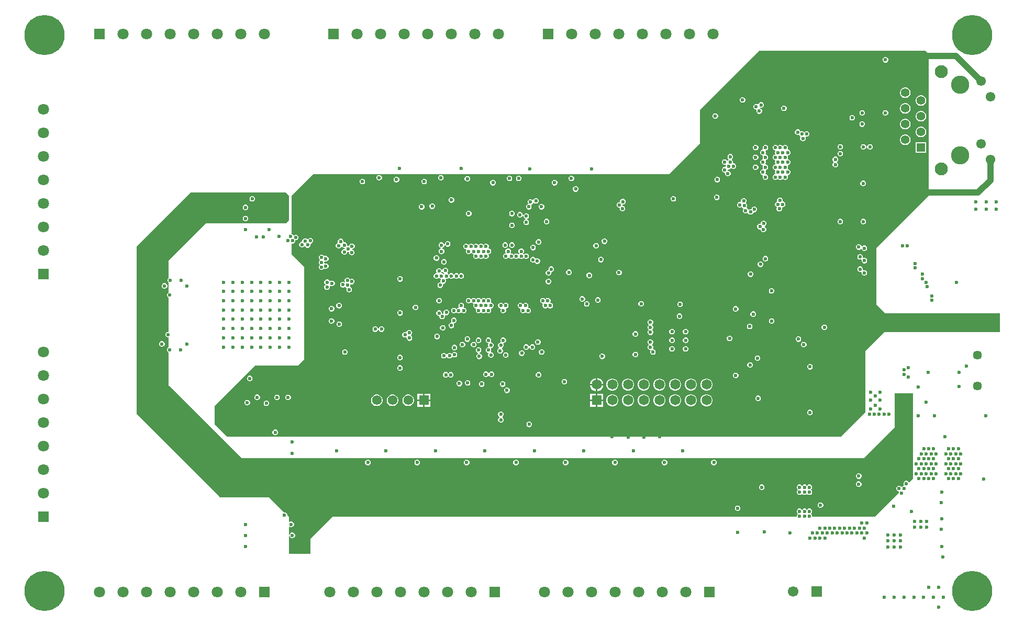
<source format=gbr>
%TF.GenerationSoftware,Altium Limited,Altium Designer,24.2.2 (26)*%
G04 Layer_Physical_Order=4*
G04 Layer_Color=6736896*
%FSLAX45Y45*%
%MOMM*%
%TF.SameCoordinates,A2E2EA48-9257-4B33-8537-14B19699C7D1*%
%TF.FilePolarity,Positive*%
%TF.FileFunction,Copper,L4,Inr,Signal*%
%TF.Part,Single*%
G01*
G75*
%TA.AperFunction,ComponentPad*%
%ADD89R,1.40000X1.40000*%
%ADD90C,1.40000*%
%ADD91C,1.55000*%
%ADD92C,2.10000*%
%ADD93C,2.95000*%
%ADD94R,1.80000X1.80000*%
%ADD95C,1.80000*%
%ADD96R,1.80000X1.80000*%
%ADD97C,1.65000*%
%ADD98C,6.50000*%
%ADD99C,1.70000*%
%ADD100R,1.70000X1.70000*%
%ADD101C,1.45000*%
%ADD102R,1.65000X1.65000*%
%ADD103C,1.57000*%
%ADD104R,1.57000X1.57000*%
%TA.AperFunction,ViaPad*%
%ADD105C,0.60000*%
%ADD106C,1.00000*%
%ADD107C,0.80000*%
%TA.AperFunction,Conductor*%
%ADD123C,1.00000*%
G36*
X16800000Y11200000D02*
Y8900000D01*
X15950000Y8050000D01*
Y7140000D01*
X16089999Y7000000D01*
X17950000D01*
Y6690000D01*
X16080000D01*
X15780000Y6390000D01*
Y5400000D01*
X15380000Y5000000D01*
X5450000D01*
X5250000Y5200000D01*
Y5500000D01*
X5900000Y6150000D01*
X6600000D01*
X6700000Y6250000D01*
Y7750000D01*
X6500000Y7950000D01*
Y8124299D01*
X6501049Y8125000D01*
X6518951D01*
X6535490Y8131851D01*
X6548149Y8144509D01*
X6555000Y8161049D01*
Y8178033D01*
X6571984D01*
X6588523Y8184884D01*
X6601182Y8197542D01*
X6608033Y8214082D01*
Y8231984D01*
X6601182Y8248523D01*
X6588523Y8261182D01*
X6571984Y8268033D01*
X6554082D01*
X6537542Y8261182D01*
X6534584Y8258224D01*
X6522128Y8260701D01*
X6520295Y8265126D01*
X6507636Y8277785D01*
X6500000Y8280948D01*
Y8900000D01*
X6850000Y9250000D01*
X12600000D01*
X13100000Y9750000D01*
Y10290000D01*
X14060001Y11250000D01*
X16750000D01*
X16800000Y11200000D01*
D02*
G37*
G36*
X6450000Y8900000D02*
Y8500000D01*
X6400000Y8450000D01*
X5110000D01*
X4510000Y7850000D01*
Y7571829D01*
X4509510Y7571626D01*
X4496851Y7558967D01*
X4490000Y7542428D01*
Y7524526D01*
X4496851Y7507986D01*
X4509510Y7495328D01*
X4510000Y7495124D01*
Y7332011D01*
X4500676Y7328149D01*
X4488018Y7315490D01*
X4481167Y7298951D01*
Y7281049D01*
X4488018Y7264509D01*
X4500676Y7251851D01*
X4510000Y7247989D01*
Y6695701D01*
X4508951Y6695000D01*
X4491049D01*
X4474509Y6688149D01*
X4461851Y6675490D01*
X4455000Y6658951D01*
Y6641049D01*
X4461851Y6624509D01*
X4474509Y6611851D01*
X4491049Y6605000D01*
X4508951D01*
X4510000Y6604299D01*
Y6449018D01*
X4499510Y6444672D01*
X4486851Y6432014D01*
X4480000Y6415474D01*
Y6397572D01*
X4486851Y6381033D01*
X4499510Y6368374D01*
X4510000Y6364029D01*
Y5830000D01*
X5690000Y4650000D01*
X15750000D01*
X16250000Y5150000D01*
Y5700000D01*
X16550000D01*
Y4320000D01*
X16491325Y4261325D01*
X16478870Y4263803D01*
X16478168Y4265495D01*
X16465511Y4278154D01*
X16448970Y4285005D01*
X16431068D01*
X16414529Y4278154D01*
X16401871Y4265495D01*
X16395020Y4248956D01*
Y4231054D01*
X16400549Y4217705D01*
X16396213Y4208148D01*
X16393419Y4205005D01*
X16391068D01*
X16374529Y4198154D01*
X16368317Y4191941D01*
X16360019Y4186671D01*
X16351723Y4191941D01*
X16345509Y4198154D01*
X16328970Y4205005D01*
X16311069D01*
X16294530Y4198154D01*
X16281870Y4185495D01*
X16275018Y4168956D01*
Y4151054D01*
X16281870Y4134514D01*
X16294530Y4121856D01*
X16311069Y4115005D01*
X16313419D01*
X16316212Y4111861D01*
X16320549Y4102305D01*
X16315019Y4088956D01*
Y4085019D01*
X15930000Y3700000D01*
X14915701D01*
X14914999Y3701049D01*
Y3718951D01*
X14908150Y3735490D01*
X14901936Y3741703D01*
X14896666Y3750000D01*
X14901936Y3758297D01*
X14908150Y3764510D01*
X14914999Y3781049D01*
Y3798951D01*
X14908150Y3815490D01*
X14895490Y3828149D01*
X14878951Y3835000D01*
X14861049D01*
X14844510Y3828149D01*
X14838297Y3821936D01*
X14830000Y3816666D01*
X14821703Y3821936D01*
X14815491Y3828149D01*
X14798952Y3835000D01*
X14781049D01*
X14764510Y3828149D01*
X14758298Y3821936D01*
X14750000Y3816666D01*
X14741702Y3821936D01*
X14735490Y3828149D01*
X14718951Y3835000D01*
X14701048D01*
X14684509Y3828149D01*
X14671851Y3815490D01*
X14664999Y3798951D01*
Y3781049D01*
X14671851Y3764510D01*
X14678064Y3758297D01*
X14683334Y3750000D01*
X14678064Y3741703D01*
X14671851Y3735490D01*
X14664999Y3718951D01*
Y3701049D01*
X14664299Y3700000D01*
X7160000D01*
X6800000Y3340000D01*
Y3100000D01*
X6450000D01*
Y3389535D01*
X6462073Y3391049D01*
X6468924Y3374510D01*
X6481582Y3361851D01*
X6498122Y3355000D01*
X6516024D01*
X6532563Y3361851D01*
X6545222Y3374510D01*
X6552073Y3391049D01*
Y3408951D01*
X6545222Y3425490D01*
X6532563Y3438149D01*
X6516024Y3445000D01*
X6498122D01*
X6481582Y3438149D01*
X6468924Y3425490D01*
X6462073Y3408951D01*
X6450000Y3410465D01*
Y3538058D01*
X6462700Y3543319D01*
X6464168Y3541851D01*
X6480708Y3535000D01*
X6498610D01*
X6515149Y3541851D01*
X6527808Y3554510D01*
X6534659Y3571049D01*
Y3588951D01*
X6527808Y3605490D01*
X6515149Y3618149D01*
X6498610Y3625000D01*
X6480708D01*
X6464168Y3618149D01*
X6462700Y3616681D01*
X6450000Y3621941D01*
Y3700000D01*
X6425000Y3725000D01*
Y3738951D01*
X6418149Y3755490D01*
X6405490Y3768149D01*
X6388951Y3775000D01*
X6375000D01*
X6130000Y4020000D01*
X5340000Y4020000D01*
X3990000Y5370000D01*
Y8080000D01*
X4860000Y8950000D01*
X6400000D01*
X6450000Y8900000D01*
D02*
G37*
%LPC*%
G36*
X16110490Y11145000D02*
X16092587D01*
X16076048Y11138149D01*
X16063390Y11125490D01*
X16056538Y11108951D01*
Y11091049D01*
X16063390Y11074509D01*
X16076048Y11061851D01*
X16092587Y11055000D01*
X16110490D01*
X16127029Y11061851D01*
X16139688Y11074509D01*
X16146539Y11091049D01*
Y11108951D01*
X16139688Y11125490D01*
X16127029Y11138149D01*
X16110490Y11145000D01*
D02*
G37*
G36*
X16432190Y10651000D02*
X16409808D01*
X16388191Y10645208D01*
X16368810Y10634017D01*
X16352983Y10618191D01*
X16341792Y10598809D01*
X16336000Y10577191D01*
Y10554810D01*
X16341792Y10533192D01*
X16352983Y10513809D01*
X16368810Y10497983D01*
X16388191Y10486793D01*
X16409808Y10481000D01*
X16432190D01*
X16453809Y10486793D01*
X16473190Y10497983D01*
X16489017Y10513809D01*
X16500208Y10533192D01*
X16506000Y10554810D01*
Y10577191D01*
X16500208Y10598809D01*
X16489017Y10618191D01*
X16473190Y10634017D01*
X16453809Y10645208D01*
X16432190Y10651000D01*
D02*
G37*
G36*
X13798952Y10495000D02*
X13781049D01*
X13764510Y10488149D01*
X13751851Y10475490D01*
X13745000Y10458951D01*
Y10441049D01*
X13751851Y10424510D01*
X13764510Y10411851D01*
X13781049Y10405000D01*
X13798952D01*
X13815491Y10411851D01*
X13828149Y10424510D01*
X13835001Y10441049D01*
Y10458951D01*
X13828149Y10475490D01*
X13815491Y10488149D01*
X13798952Y10495000D01*
D02*
G37*
G36*
X14098952Y10415000D02*
X14081049D01*
X14064510Y10408149D01*
X14051851Y10395491D01*
X14047240Y10384359D01*
X14037511Y10379216D01*
X14032483Y10379394D01*
X14018951Y10385000D01*
X14001048D01*
X13984509Y10378149D01*
X13971851Y10365490D01*
X13964999Y10348951D01*
Y10331049D01*
X13971851Y10314509D01*
X13984509Y10301851D01*
X14001048Y10295000D01*
X14007901D01*
X14016386Y10282300D01*
X14014999Y10278951D01*
Y10261049D01*
X14021851Y10244510D01*
X14034509Y10231851D01*
X14051048Y10225000D01*
X14068951D01*
X14085490Y10231851D01*
X14098149Y10244510D01*
X14105000Y10261049D01*
Y10278951D01*
X14098149Y10295491D01*
X14085490Y10308149D01*
X14070970Y10314164D01*
X14066646Y10322230D01*
X14064903Y10327700D01*
X14066933Y10330626D01*
X14067516Y10330606D01*
X14081049Y10325000D01*
X14098952D01*
X14115491Y10331851D01*
X14128149Y10344510D01*
X14135001Y10361049D01*
Y10378951D01*
X14128149Y10395491D01*
X14115491Y10408149D01*
X14098952Y10415000D01*
D02*
G37*
G36*
X16686189Y10524000D02*
X16663809D01*
X16642191Y10518208D01*
X16622809Y10507017D01*
X16606982Y10491191D01*
X16595793Y10471809D01*
X16589999Y10450191D01*
Y10427810D01*
X16595793Y10406192D01*
X16606982Y10386809D01*
X16622809Y10370983D01*
X16642191Y10359793D01*
X16663809Y10354000D01*
X16686189D01*
X16707809Y10359793D01*
X16727191Y10370983D01*
X16743018Y10386809D01*
X16754207Y10406192D01*
X16760001Y10427810D01*
Y10450191D01*
X16754207Y10471809D01*
X16743018Y10491191D01*
X16727191Y10507017D01*
X16707809Y10518208D01*
X16686189Y10524000D01*
D02*
G37*
G36*
X14467056Y10359287D02*
X14449155D01*
X14432614Y10352436D01*
X14419955Y10339777D01*
X14413104Y10323238D01*
Y10305336D01*
X14419955Y10288796D01*
X14432614Y10276138D01*
X14449155Y10269287D01*
X14467056D01*
X14483595Y10276138D01*
X14496254Y10288796D01*
X14503105Y10305336D01*
Y10323238D01*
X14496254Y10339777D01*
X14483595Y10352436D01*
X14467056Y10359287D01*
D02*
G37*
G36*
X16432190Y10397000D02*
X16409808D01*
X16388191Y10391208D01*
X16368810Y10380017D01*
X16352983Y10364191D01*
X16341792Y10344809D01*
X16336000Y10323191D01*
Y10300810D01*
X16341792Y10279192D01*
X16352983Y10259809D01*
X16368810Y10243983D01*
X16388191Y10232793D01*
X16409808Y10227000D01*
X16432190D01*
X16453809Y10232793D01*
X16473190Y10243983D01*
X16489017Y10259809D01*
X16500208Y10279192D01*
X16506000Y10300810D01*
Y10323191D01*
X16500208Y10344809D01*
X16489017Y10364191D01*
X16473190Y10380017D01*
X16453809Y10391208D01*
X16432190Y10397000D01*
D02*
G37*
G36*
X16108951Y10285000D02*
X16091049D01*
X16074510Y10278149D01*
X16061852Y10265491D01*
X16055000Y10248951D01*
Y10231049D01*
X16061852Y10214510D01*
X16074510Y10201851D01*
X16091049Y10195000D01*
X16108951D01*
X16125490Y10201851D01*
X16138148Y10214510D01*
X16145000Y10231049D01*
Y10248951D01*
X16138148Y10265491D01*
X16125490Y10278149D01*
X16108951Y10285000D01*
D02*
G37*
G36*
X15733975D02*
X15716074D01*
X15699533Y10278149D01*
X15686874Y10265491D01*
X15680025Y10248951D01*
Y10231049D01*
X15686874Y10214510D01*
X15699533Y10201851D01*
X15716074Y10195000D01*
X15733975D01*
X15750514Y10201851D01*
X15763173Y10214510D01*
X15770024Y10231049D01*
Y10248951D01*
X15763173Y10265491D01*
X15750514Y10278149D01*
X15733975Y10285000D01*
D02*
G37*
G36*
X13358951Y10235000D02*
X13341049D01*
X13324510Y10228149D01*
X13311852Y10215490D01*
X13305000Y10198951D01*
Y10181049D01*
X13311852Y10164510D01*
X13324510Y10151851D01*
X13341049Y10145000D01*
X13358951D01*
X13375490Y10151851D01*
X13388148Y10164510D01*
X13395000Y10181049D01*
Y10198951D01*
X13388148Y10215490D01*
X13375490Y10228149D01*
X13358951Y10235000D01*
D02*
G37*
G36*
X15571806Y10207391D02*
X15553905D01*
X15537366Y10200540D01*
X15524707Y10187882D01*
X15517856Y10171342D01*
Y10153440D01*
X15524707Y10136901D01*
X15537366Y10124242D01*
X15553905Y10117391D01*
X15571806D01*
X15588347Y10124242D01*
X15601006Y10136901D01*
X15607857Y10153440D01*
Y10171342D01*
X15601006Y10187882D01*
X15588347Y10200540D01*
X15571806Y10207391D01*
D02*
G37*
G36*
X16686189Y10270000D02*
X16663809D01*
X16642191Y10264208D01*
X16622809Y10253017D01*
X16606982Y10237191D01*
X16595793Y10217809D01*
X16589999Y10196191D01*
Y10173810D01*
X16595793Y10152192D01*
X16606982Y10132809D01*
X16622809Y10116983D01*
X16642191Y10105793D01*
X16663809Y10100000D01*
X16686189D01*
X16707809Y10105793D01*
X16727191Y10116983D01*
X16743018Y10132809D01*
X16754207Y10152192D01*
X16760001Y10173810D01*
Y10196191D01*
X16754207Y10217809D01*
X16743018Y10237191D01*
X16727191Y10253017D01*
X16707809Y10264208D01*
X16686189Y10270000D01*
D02*
G37*
G36*
X15733975Y10105000D02*
X15716074D01*
X15699533Y10098149D01*
X15686874Y10085491D01*
X15680025Y10068951D01*
Y10051049D01*
X15686874Y10034510D01*
X15699533Y10021851D01*
X15716074Y10015000D01*
X15733975D01*
X15750514Y10021851D01*
X15763173Y10034510D01*
X15770024Y10051049D01*
Y10068951D01*
X15763173Y10085491D01*
X15750514Y10098149D01*
X15733975Y10105000D01*
D02*
G37*
G36*
X16432190Y10143000D02*
X16409808D01*
X16388191Y10137208D01*
X16368810Y10126017D01*
X16352983Y10110191D01*
X16341792Y10090809D01*
X16336000Y10069191D01*
Y10046810D01*
X16341792Y10025192D01*
X16352983Y10005809D01*
X16368810Y9989983D01*
X16388191Y9978793D01*
X16409808Y9973000D01*
X16432190D01*
X16453809Y9978793D01*
X16473190Y9989983D01*
X16489017Y10005809D01*
X16500208Y10025192D01*
X16506000Y10046810D01*
Y10069191D01*
X16500208Y10090809D01*
X16489017Y10110191D01*
X16473190Y10126017D01*
X16453809Y10137208D01*
X16432190Y10143000D01*
D02*
G37*
G36*
X14689314Y9972854D02*
X14671413D01*
X14654874Y9966003D01*
X14642215Y9953345D01*
X14635364Y9936805D01*
Y9918903D01*
X14642215Y9902364D01*
X14654874Y9889705D01*
X14671413Y9882854D01*
X14689314D01*
X14705600Y9889600D01*
X14711852Y9874510D01*
X14724509Y9861851D01*
X14725787Y9850082D01*
X14719708Y9835408D01*
Y9817506D01*
X14726559Y9800966D01*
X14739218Y9788308D01*
X14755759Y9781457D01*
X14773660D01*
X14790199Y9788308D01*
X14802858Y9800966D01*
X14809709Y9817506D01*
Y9835408D01*
X14805472Y9845635D01*
X14815193Y9855355D01*
X14816049Y9855000D01*
X14833951D01*
X14850490Y9861851D01*
X14863148Y9874510D01*
X14870000Y9891049D01*
Y9908951D01*
X14863148Y9925490D01*
X14850490Y9938149D01*
X14833951Y9945000D01*
X14816049D01*
X14799509Y9938149D01*
X14787500Y9926140D01*
X14775490Y9938149D01*
X14758951Y9945000D01*
X14741049D01*
X14724763Y9938254D01*
X14718513Y9953345D01*
X14705855Y9966003D01*
X14689314Y9972854D01*
D02*
G37*
G36*
X16686189Y10016000D02*
X16663809D01*
X16642191Y10010208D01*
X16622809Y9999017D01*
X16606982Y9983191D01*
X16595793Y9963809D01*
X16589999Y9942191D01*
Y9919810D01*
X16595793Y9898192D01*
X16606982Y9878809D01*
X16622809Y9862983D01*
X16642191Y9851793D01*
X16663809Y9846000D01*
X16686189D01*
X16707809Y9851793D01*
X16727191Y9862983D01*
X16743018Y9878809D01*
X16754207Y9898192D01*
X16760001Y9919810D01*
Y9942191D01*
X16754207Y9963809D01*
X16743018Y9983191D01*
X16727191Y9999017D01*
X16707809Y10010208D01*
X16686189Y10016000D01*
D02*
G37*
G36*
X16432190Y9889000D02*
X16409808D01*
X16388191Y9883208D01*
X16368810Y9872017D01*
X16352983Y9856191D01*
X16341792Y9836809D01*
X16336000Y9815191D01*
Y9792810D01*
X16341792Y9771192D01*
X16352983Y9751809D01*
X16368810Y9735983D01*
X16388191Y9724793D01*
X16409808Y9719000D01*
X16432190D01*
X16453809Y9724793D01*
X16473190Y9735983D01*
X16489017Y9751809D01*
X16500208Y9771192D01*
X16506000Y9792810D01*
Y9815191D01*
X16500208Y9836809D01*
X16489017Y9856191D01*
X16473190Y9872017D01*
X16453809Y9883208D01*
X16432190Y9889000D01*
D02*
G37*
G36*
X14488968Y9725011D02*
X14471066D01*
X14454527Y9718160D01*
X14448314Y9711948D01*
X14440018Y9706678D01*
X14431720Y9711948D01*
X14425507Y9718160D01*
X14408968Y9725011D01*
X14391066D01*
X14374525Y9718160D01*
X14368314Y9711948D01*
X14360017Y9706678D01*
X14351720Y9711948D01*
X14345506Y9718160D01*
X14328967Y9725011D01*
X14311066D01*
X14294527Y9718160D01*
X14281868Y9705502D01*
X14275017Y9688962D01*
Y9671060D01*
X14281868Y9654521D01*
X14294527Y9641862D01*
X14311066Y9635011D01*
X14313417D01*
X14316209Y9631868D01*
X14320546Y9622311D01*
X14315018Y9608962D01*
Y9591060D01*
X14320546Y9577711D01*
X14316209Y9568155D01*
X14313417Y9565011D01*
X14311066D01*
X14294527Y9558160D01*
X14281868Y9545502D01*
X14275017Y9528962D01*
Y9511060D01*
X14281868Y9494521D01*
X14294527Y9481862D01*
X14311066Y9475011D01*
X14313417D01*
X14316209Y9471868D01*
X14320546Y9462311D01*
X14315018Y9448962D01*
Y9431060D01*
X14320546Y9417711D01*
X14316209Y9408154D01*
X14313417Y9405011D01*
X14311066D01*
X14294527Y9398160D01*
X14281868Y9385501D01*
X14275017Y9368962D01*
Y9351060D01*
X14281868Y9334521D01*
X14294527Y9321862D01*
X14311066Y9315011D01*
X14313417D01*
X14316209Y9311868D01*
X14320546Y9302311D01*
X14315018Y9288962D01*
Y9271060D01*
X14320546Y9257711D01*
X14316209Y9248154D01*
X14313417Y9245011D01*
X14311066D01*
X14294527Y9238160D01*
X14281868Y9225501D01*
X14275017Y9208962D01*
Y9191060D01*
X14281868Y9174520D01*
X14294527Y9161862D01*
X14311066Y9155011D01*
X14328967D01*
X14345506Y9161862D01*
X14351720Y9168075D01*
X14360017Y9173344D01*
X14368314Y9168075D01*
X14374525Y9161862D01*
X14391066Y9155011D01*
X14408968D01*
X14425507Y9161862D01*
X14431720Y9168075D01*
X14440018Y9173344D01*
X14448314Y9168075D01*
X14454527Y9161862D01*
X14471066Y9155011D01*
X14488968D01*
X14505507Y9161862D01*
X14518166Y9174520D01*
X14525017Y9191060D01*
Y9208962D01*
X14519489Y9222311D01*
X14523824Y9231867D01*
X14526617Y9235011D01*
X14528967D01*
X14545506Y9241862D01*
X14558167Y9254520D01*
X14565018Y9271060D01*
Y9288962D01*
X14558167Y9305501D01*
X14545506Y9318160D01*
X14528967Y9325011D01*
X14526617D01*
X14523824Y9328154D01*
X14519489Y9337711D01*
X14525017Y9351060D01*
Y9368962D01*
X14519489Y9382311D01*
X14523824Y9391868D01*
X14526617Y9395011D01*
X14528967D01*
X14545506Y9401862D01*
X14558167Y9414521D01*
X14565018Y9431060D01*
Y9448962D01*
X14558167Y9465502D01*
X14545506Y9478160D01*
X14528967Y9485011D01*
X14526617D01*
X14523824Y9488155D01*
X14519489Y9497711D01*
X14525017Y9511060D01*
Y9528962D01*
X14519489Y9542311D01*
X14523824Y9551868D01*
X14526617Y9555011D01*
X14528967D01*
X14545506Y9561862D01*
X14558167Y9574521D01*
X14565018Y9591060D01*
Y9608962D01*
X14558167Y9625502D01*
X14545506Y9638160D01*
X14528967Y9645011D01*
X14526617D01*
X14523824Y9648155D01*
X14519489Y9657711D01*
X14525017Y9671060D01*
Y9688962D01*
X14518166Y9705502D01*
X14505507Y9718160D01*
X14488968Y9725011D01*
D02*
G37*
G36*
X15858951Y9735000D02*
X15841049D01*
X15824510Y9728149D01*
X15811852Y9715490D01*
X15805000Y9698951D01*
Y9681049D01*
X15811852Y9664509D01*
X15824510Y9651851D01*
X15841049Y9645000D01*
X15858951D01*
X15875490Y9651851D01*
X15888148Y9664509D01*
X15895000Y9681049D01*
Y9698951D01*
X15888148Y9715490D01*
X15875490Y9728149D01*
X15858951Y9735000D01*
D02*
G37*
G36*
X15753897D02*
X15735995D01*
X15719456Y9728149D01*
X15706796Y9715490D01*
X15699947Y9698951D01*
Y9681049D01*
X15706796Y9664509D01*
X15719456Y9651851D01*
X15735995Y9645000D01*
X15753897D01*
X15770438Y9651851D01*
X15783095Y9664509D01*
X15789946Y9681049D01*
Y9698951D01*
X15783095Y9715490D01*
X15770438Y9728149D01*
X15753897Y9735000D01*
D02*
G37*
G36*
X15378951D02*
X15361049D01*
X15344510Y9728149D01*
X15331851Y9715490D01*
X15325000Y9698951D01*
Y9681049D01*
X15331851Y9664509D01*
X15344510Y9651851D01*
X15361049Y9645000D01*
X15378951D01*
X15395490Y9651851D01*
X15408150Y9664509D01*
X15414999Y9681049D01*
Y9698951D01*
X15408150Y9715490D01*
X15395490Y9728149D01*
X15378951Y9735000D01*
D02*
G37*
G36*
X14008968Y9725011D02*
X13991064D01*
X13974525Y9718160D01*
X13961867Y9705502D01*
X13955017Y9688962D01*
Y9671060D01*
X13961867Y9654521D01*
X13974525Y9641862D01*
X13991064Y9635011D01*
X14008968D01*
X14025507Y9641862D01*
X14038165Y9654521D01*
X14045016Y9671060D01*
Y9688962D01*
X14038165Y9705502D01*
X14025507Y9718160D01*
X14008968Y9725011D01*
D02*
G37*
G36*
X16760001Y9762000D02*
X16589999D01*
Y9592000D01*
X16760001D01*
Y9762000D01*
D02*
G37*
G36*
X15378951Y9625000D02*
X15361049D01*
X15344510Y9618149D01*
X15331851Y9605490D01*
X15325000Y9588951D01*
Y9571049D01*
X15331851Y9554509D01*
X15344510Y9541851D01*
X15361049Y9535000D01*
X15378951D01*
X15395490Y9541851D01*
X15408150Y9554509D01*
X15414999Y9571049D01*
Y9588951D01*
X15408150Y9605490D01*
X15395490Y9618149D01*
X15378951Y9625000D01*
D02*
G37*
G36*
X14008968Y9565011D02*
X13991064D01*
X13974525Y9558160D01*
X13961867Y9545502D01*
X13955017Y9528962D01*
Y9511060D01*
X13961867Y9494521D01*
X13974525Y9481862D01*
X13991064Y9475011D01*
X14008968D01*
X14025507Y9481862D01*
X14038165Y9494521D01*
X14045016Y9511060D01*
Y9528962D01*
X14038165Y9545502D01*
X14025507Y9558160D01*
X14008968Y9565011D01*
D02*
G37*
G36*
X13598952Y9575000D02*
X13581049D01*
X13564510Y9568149D01*
X13551851Y9555490D01*
X13545000Y9538951D01*
Y9521049D01*
X13551851Y9504510D01*
X13561491Y9494868D01*
X13562569Y9485349D01*
X13560857Y9479617D01*
X13551656Y9470417D01*
X13542754Y9470036D01*
X13537256Y9470732D01*
X13525490Y9482497D01*
X13508951Y9489348D01*
X13491049D01*
X13474509Y9482497D01*
X13461852Y9469839D01*
X13455000Y9453299D01*
Y9435397D01*
X13461852Y9418858D01*
X13474509Y9406199D01*
X13491049Y9399348D01*
X13508951D01*
X13512003Y9400613D01*
X13521722Y9390892D01*
X13518033Y9381984D01*
Y9373669D01*
X13509035Y9363777D01*
X13506299Y9363684D01*
X13491049D01*
X13474509Y9356833D01*
X13461852Y9344175D01*
X13455000Y9327635D01*
Y9309733D01*
X13461852Y9293194D01*
X13474509Y9280535D01*
X13491049Y9273684D01*
X13496158D01*
X13507082Y9266869D01*
X13507082Y9261951D01*
Y9248967D01*
X13513933Y9232428D01*
X13526591Y9219769D01*
X13543130Y9212918D01*
X13561034D01*
X13577573Y9219769D01*
X13590231Y9232428D01*
X13597083Y9248967D01*
Y9266869D01*
X13590231Y9283409D01*
X13577573Y9296067D01*
X13561034Y9302918D01*
X13555923D01*
X13549251Y9307081D01*
X13548189Y9317587D01*
X13553989Y9324677D01*
X13557452Y9328033D01*
X13571983D01*
X13588522Y9334884D01*
X13601181Y9347542D01*
X13607552Y9348809D01*
X13614510Y9341851D01*
X13631049Y9335000D01*
X13648952D01*
X13665491Y9341851D01*
X13678149Y9354510D01*
X13685001Y9371049D01*
Y9388951D01*
X13678149Y9405490D01*
X13665491Y9418149D01*
X13648952Y9425000D01*
X13643221D01*
X13633467Y9434637D01*
Y9452539D01*
X13626616Y9469078D01*
X13616975Y9478719D01*
X13615900Y9488239D01*
X13617610Y9493971D01*
X13628149Y9504510D01*
X13635001Y9521049D01*
Y9538951D01*
X13628149Y9555490D01*
X13615491Y9568149D01*
X13598952Y9575000D01*
D02*
G37*
G36*
X15298952Y9535000D02*
X15281049D01*
X15264510Y9528149D01*
X15251851Y9515490D01*
X15245000Y9498951D01*
Y9481049D01*
X15251851Y9464510D01*
X15261446Y9454914D01*
X15263354Y9447144D01*
X15261446Y9439373D01*
X15251851Y9429778D01*
X15245000Y9413238D01*
Y9395337D01*
X15251851Y9378797D01*
X15264510Y9366138D01*
X15281049Y9359288D01*
X15298952D01*
X15315491Y9366138D01*
X15328149Y9378797D01*
X15335001Y9395337D01*
Y9413238D01*
X15328149Y9429778D01*
X15318555Y9439373D01*
X15316646Y9447144D01*
X15318555Y9454914D01*
X15328149Y9464510D01*
X15335001Y9481049D01*
Y9498951D01*
X15328149Y9515490D01*
X15315491Y9528149D01*
X15298952Y9535000D01*
D02*
G37*
G36*
X14008968Y9405011D02*
X13991064D01*
X13974525Y9398160D01*
X13961867Y9385501D01*
X13955017Y9368962D01*
Y9351060D01*
X13961867Y9334521D01*
X13974525Y9321862D01*
X13991064Y9315011D01*
X14008968D01*
X14025507Y9321862D01*
X14038165Y9334521D01*
X14045016Y9351060D01*
Y9368962D01*
X14038165Y9385501D01*
X14025507Y9398160D01*
X14008968Y9405011D01*
D02*
G37*
G36*
X14168968Y9725011D02*
X14151067D01*
X14134526Y9718160D01*
X14121867Y9705502D01*
X14115018Y9688962D01*
Y9671060D01*
X14120546Y9657711D01*
X14116209Y9648155D01*
X14113417Y9645011D01*
X14111066D01*
X14094527Y9638160D01*
X14081866Y9625502D01*
X14075017Y9608962D01*
Y9591060D01*
X14081866Y9574521D01*
X14094527Y9561862D01*
X14111066Y9555011D01*
X14113417D01*
X14116209Y9551868D01*
X14120546Y9542311D01*
X14115018Y9528962D01*
Y9511060D01*
X14120546Y9497711D01*
X14116209Y9488155D01*
X14113417Y9485011D01*
X14111066D01*
X14094527Y9478160D01*
X14081866Y9465502D01*
X14075017Y9448962D01*
Y9431060D01*
X14081866Y9414521D01*
X14094527Y9401862D01*
X14111066Y9395011D01*
X14113417D01*
X14116209Y9391868D01*
X14120546Y9382311D01*
X14115018Y9368962D01*
Y9351060D01*
X14120546Y9337711D01*
X14116209Y9328154D01*
X14113417Y9325011D01*
X14111066D01*
X14094527Y9318160D01*
X14081866Y9305501D01*
X14075017Y9288962D01*
Y9271060D01*
X14081866Y9254520D01*
X14094527Y9241862D01*
X14111066Y9235011D01*
X14113417D01*
X14116209Y9231867D01*
X14120546Y9222311D01*
X14115018Y9208962D01*
Y9191060D01*
X14121867Y9174520D01*
X14134526Y9161862D01*
X14151067Y9155011D01*
X14168968D01*
X14185507Y9161862D01*
X14198166Y9174520D01*
X14205017Y9191060D01*
Y9208962D01*
X14198166Y9225501D01*
X14185507Y9238160D01*
X14168968Y9245011D01*
X14166615D01*
X14163823Y9248154D01*
X14159486Y9257711D01*
X14165016Y9271060D01*
Y9288962D01*
X14159486Y9302311D01*
X14163823Y9311868D01*
X14166615Y9315011D01*
X14168968D01*
X14185507Y9321862D01*
X14198166Y9334521D01*
X14205017Y9351060D01*
Y9368962D01*
X14198166Y9385501D01*
X14185507Y9398160D01*
X14168968Y9405011D01*
X14166615D01*
X14163823Y9408154D01*
X14159486Y9417711D01*
X14165016Y9431060D01*
Y9448962D01*
X14159486Y9462311D01*
X14163823Y9471868D01*
X14166615Y9475011D01*
X14168968D01*
X14185507Y9481862D01*
X14198166Y9494521D01*
X14205017Y9511060D01*
Y9528962D01*
X14198166Y9545502D01*
X14185507Y9558160D01*
X14168968Y9565011D01*
X14166615D01*
X14163823Y9568155D01*
X14159486Y9577711D01*
X14165016Y9591060D01*
Y9608962D01*
X14159486Y9622311D01*
X14163823Y9631868D01*
X14166615Y9635011D01*
X14168968D01*
X14185507Y9641862D01*
X14198166Y9654521D01*
X14205017Y9671060D01*
Y9688962D01*
X14198166Y9705502D01*
X14185507Y9718160D01*
X14168968Y9725011D01*
D02*
G37*
G36*
X8919279Y9235000D02*
X8901377D01*
X8884838Y9228149D01*
X8872179Y9215491D01*
X8865328Y9198951D01*
Y9181049D01*
X8872179Y9164510D01*
X8884838Y9151851D01*
X8901377Y9145000D01*
X8919279D01*
X8935819Y9151851D01*
X8948477Y9164510D01*
X8955328Y9181049D01*
Y9198951D01*
X8948477Y9215491D01*
X8935819Y9228149D01*
X8919279Y9235000D01*
D02*
G37*
G36*
X7921951Y9235000D02*
X7904049D01*
X7887509Y9228149D01*
X7874851Y9215490D01*
X7868000Y9198951D01*
Y9181049D01*
X7874851Y9164509D01*
X7887509Y9151851D01*
X7904049Y9145000D01*
X7921951D01*
X7938490Y9151851D01*
X7951149Y9164509D01*
X7958000Y9181049D01*
Y9198951D01*
X7951149Y9215490D01*
X7938490Y9228149D01*
X7921951Y9235000D01*
D02*
G37*
G36*
X11028951Y9225000D02*
X11011049D01*
X10994510Y9218149D01*
X10981851Y9205490D01*
X10975000Y9188951D01*
Y9171049D01*
X10981851Y9154510D01*
X10994510Y9141851D01*
X11011049Y9135000D01*
X11028951D01*
X11045490Y9141851D01*
X11058149Y9154510D01*
X11065000Y9171049D01*
Y9188951D01*
X11058149Y9205490D01*
X11045490Y9218149D01*
X11028951Y9225000D01*
D02*
G37*
G36*
X10178951D02*
X10161049D01*
X10144510Y9218149D01*
X10131851Y9205490D01*
X10125000Y9188951D01*
Y9171049D01*
X10131851Y9154510D01*
X10144510Y9141851D01*
X10161049Y9135000D01*
X10178951D01*
X10195490Y9141851D01*
X10208149Y9154510D01*
X10215000Y9171049D01*
Y9188951D01*
X10208149Y9205490D01*
X10195490Y9218149D01*
X10178951Y9225000D01*
D02*
G37*
G36*
X10028951D02*
X10011049D01*
X9994510Y9218149D01*
X9981851Y9205490D01*
X9975000Y9188951D01*
Y9171049D01*
X9981851Y9154510D01*
X9994510Y9141851D01*
X10011049Y9135000D01*
X10028951D01*
X10045490Y9141851D01*
X10058149Y9154510D01*
X10065000Y9171049D01*
Y9188951D01*
X10058149Y9205490D01*
X10045490Y9218149D01*
X10028951Y9225000D01*
D02*
G37*
G36*
X9347685Y9218577D02*
X9329783D01*
X9313244Y9211726D01*
X9300585Y9199068D01*
X9293734Y9182528D01*
Y9164626D01*
X9300585Y9148087D01*
X9313244Y9135428D01*
X9329783Y9128577D01*
X9347685D01*
X9364224Y9135428D01*
X9376883Y9148087D01*
X9383734Y9164626D01*
Y9182528D01*
X9376883Y9199068D01*
X9364224Y9211726D01*
X9347685Y9218577D01*
D02*
G37*
G36*
X13388951Y9205000D02*
X13371049D01*
X13354509Y9198149D01*
X13341850Y9185490D01*
X13335001Y9168951D01*
Y9151049D01*
X13341850Y9134510D01*
X13354509Y9121851D01*
X13371049Y9115000D01*
X13388951D01*
X13405490Y9121851D01*
X13418149Y9134510D01*
X13425000Y9151049D01*
Y9168951D01*
X13418149Y9185490D01*
X13405490Y9198149D01*
X13388951Y9205000D01*
D02*
G37*
G36*
X8201262D02*
X8183360D01*
X8166821Y9198149D01*
X8154162Y9185490D01*
X8147311Y9168951D01*
Y9151049D01*
X8154162Y9134510D01*
X8166821Y9121851D01*
X8183360Y9115000D01*
X8201262D01*
X8217801Y9121851D01*
X8230460Y9134510D01*
X8237311Y9151049D01*
Y9168951D01*
X8230460Y9185490D01*
X8217801Y9198149D01*
X8201262Y9205000D01*
D02*
G37*
G36*
X8648693Y9175000D02*
X8630791D01*
X8614252Y9168149D01*
X8601593Y9155491D01*
X8594743Y9138951D01*
Y9121049D01*
X8601593Y9104510D01*
X8614252Y9091851D01*
X8630791Y9085000D01*
X8648693D01*
X8665233Y9091851D01*
X8677891Y9104510D01*
X8684742Y9121049D01*
Y9138951D01*
X8677891Y9155491D01*
X8665233Y9168149D01*
X8648693Y9175000D01*
D02*
G37*
G36*
X7648951Y9175000D02*
X7631049D01*
X7614510Y9168149D01*
X7601851Y9155490D01*
X7595000Y9138951D01*
Y9121049D01*
X7601851Y9104510D01*
X7614510Y9091851D01*
X7631049Y9085000D01*
X7648951D01*
X7665490Y9091851D01*
X7678149Y9104510D01*
X7685000Y9121049D01*
Y9138951D01*
X7678149Y9155490D01*
X7665490Y9168149D01*
X7648951Y9175000D01*
D02*
G37*
G36*
X10758693Y9155000D02*
X10740791D01*
X10724252Y9148149D01*
X10711593Y9135491D01*
X10704742Y9118951D01*
Y9101049D01*
X10711593Y9084510D01*
X10724252Y9071851D01*
X10740791Y9065000D01*
X10758693D01*
X10775233Y9071851D01*
X10787891Y9084510D01*
X10794742Y9101049D01*
Y9118951D01*
X10787891Y9135491D01*
X10775233Y9148149D01*
X10758693Y9155000D01*
D02*
G37*
G36*
X9761108D02*
X9743206D01*
X9726666Y9148149D01*
X9714008Y9135491D01*
X9707157Y9118951D01*
Y9101049D01*
X9714008Y9084510D01*
X9726666Y9071851D01*
X9743206Y9065000D01*
X9761108D01*
X9777647Y9071851D01*
X9790306Y9084510D01*
X9797157Y9101049D01*
Y9118951D01*
X9790306Y9135491D01*
X9777647Y9148149D01*
X9761108Y9155000D01*
D02*
G37*
G36*
X15748952Y9145000D02*
X15731049D01*
X15714510Y9138149D01*
X15701851Y9125491D01*
X15695000Y9108951D01*
Y9091049D01*
X15701851Y9074510D01*
X15714510Y9061851D01*
X15731049Y9055000D01*
X15748952D01*
X15765491Y9061851D01*
X15778149Y9074510D01*
X15785001Y9091049D01*
Y9108951D01*
X15778149Y9125491D01*
X15765491Y9138149D01*
X15748952Y9145000D01*
D02*
G37*
G36*
X11098951Y9055000D02*
X11081049D01*
X11064509Y9048149D01*
X11051851Y9035490D01*
X11045000Y9018951D01*
Y9001049D01*
X11051851Y8984510D01*
X11064509Y8971851D01*
X11081049Y8965000D01*
X11098951D01*
X11115490Y8971851D01*
X11128149Y8984510D01*
X11135000Y9001049D01*
Y9018951D01*
X11128149Y9035490D01*
X11115490Y9048149D01*
X11098951Y9055000D01*
D02*
G37*
G36*
X10457516Y8861852D02*
X10439614D01*
X10423075Y8855001D01*
X10410416Y8842342D01*
X10407143Y8834439D01*
X10392167Y8831472D01*
X10385491Y8838149D01*
X10368951Y8845000D01*
X10351049D01*
X10334510Y8838149D01*
X10321851Y8825490D01*
X10315000Y8808951D01*
Y8791049D01*
X10320586Y8777563D01*
X10321638Y8774111D01*
X10315602Y8762798D01*
X10307483Y8759435D01*
X10294825Y8746777D01*
X10287974Y8730237D01*
Y8712335D01*
X10294825Y8695796D01*
X10307483Y8683137D01*
X10324023Y8676286D01*
X10341925D01*
X10358464Y8683137D01*
X10371123Y8695796D01*
X10377974Y8712335D01*
Y8730237D01*
X10372387Y8743723D01*
X10371336Y8747175D01*
X10377372Y8758488D01*
X10385491Y8761851D01*
X10398149Y8774510D01*
X10401423Y8782412D01*
X10416398Y8785379D01*
X10423075Y8778703D01*
X10439614Y8771852D01*
X10457516D01*
X10474056Y8778703D01*
X10486714Y8791361D01*
X10493565Y8807901D01*
Y8825803D01*
X10486714Y8842342D01*
X10474056Y8855001D01*
X10457516Y8861852D01*
D02*
G37*
G36*
X13381451Y8918932D02*
X13363548D01*
X13347009Y8912081D01*
X13334351Y8899423D01*
X13327499Y8882883D01*
Y8864982D01*
X13334351Y8848442D01*
X13347009Y8835783D01*
X13363548Y8828933D01*
X13381451D01*
X13397990Y8835783D01*
X13410649Y8848442D01*
X13417500Y8864982D01*
Y8882883D01*
X13410649Y8899423D01*
X13397990Y8912081D01*
X13381451Y8918932D01*
D02*
G37*
G36*
X12678951Y8895000D02*
X12661049D01*
X12644510Y8888149D01*
X12631851Y8875491D01*
X12625000Y8858951D01*
Y8841049D01*
X12631851Y8824510D01*
X12644510Y8811851D01*
X12661049Y8805000D01*
X12678951D01*
X12695490Y8811851D01*
X12708149Y8824510D01*
X12715000Y8841049D01*
Y8858951D01*
X12708149Y8875491D01*
X12695490Y8888149D01*
X12678951Y8895000D01*
D02*
G37*
G36*
X9091262Y8875000D02*
X9073360D01*
X9056820Y8868149D01*
X9044162Y8855491D01*
X9037311Y8838951D01*
Y8821049D01*
X9044162Y8804510D01*
X9056820Y8791851D01*
X9073360Y8785000D01*
X9091262D01*
X9107801Y8791851D01*
X9120460Y8804510D01*
X9127311Y8821049D01*
Y8838951D01*
X9120460Y8855491D01*
X9107801Y8868149D01*
X9091262Y8875000D01*
D02*
G37*
G36*
X8778951Y8775000D02*
X8761049D01*
X8744510Y8768149D01*
X8731851Y8755490D01*
X8725000Y8738951D01*
Y8721049D01*
X8731851Y8704510D01*
X8744510Y8691851D01*
X8761049Y8685000D01*
X8778951D01*
X8795490Y8691851D01*
X8808149Y8704510D01*
X8815000Y8721049D01*
Y8738951D01*
X8808149Y8755490D01*
X8795490Y8768149D01*
X8778951Y8775000D01*
D02*
G37*
G36*
X10547076Y8765625D02*
X10529174D01*
X10512635Y8758774D01*
X10499976Y8746116D01*
X10493125Y8729576D01*
Y8711674D01*
X10499976Y8695135D01*
X10512635Y8682476D01*
X10529174Y8675626D01*
X10547076D01*
X10563615Y8682476D01*
X10576274Y8695135D01*
X10583125Y8711674D01*
Y8729576D01*
X10576274Y8746116D01*
X10563615Y8758774D01*
X10547076Y8765625D01*
D02*
G37*
G36*
X8608951Y8765000D02*
X8591049D01*
X8574510Y8758149D01*
X8561851Y8745491D01*
X8555000Y8728951D01*
Y8711049D01*
X8561851Y8694510D01*
X8574510Y8681851D01*
X8591049Y8675000D01*
X8608951D01*
X8625490Y8681851D01*
X8638149Y8694510D01*
X8645000Y8711049D01*
Y8728951D01*
X8638149Y8745491D01*
X8625490Y8758149D01*
X8608951Y8765000D01*
D02*
G37*
G36*
X11861984Y8849350D02*
X11844082D01*
X11827542Y8842499D01*
X11814884Y8829840D01*
X11808033Y8813301D01*
Y8795399D01*
X11807766Y8795000D01*
X11791049D01*
X11774510Y8788149D01*
X11761851Y8775490D01*
X11755000Y8758951D01*
Y8741049D01*
X11761851Y8724510D01*
X11774510Y8711851D01*
X11791049Y8705000D01*
X11798769D01*
X11801852Y8700385D01*
Y8682484D01*
X11808703Y8665944D01*
X11821361Y8653286D01*
X11837901Y8646435D01*
X11855803D01*
X11872342Y8653286D01*
X11885001Y8665944D01*
X11891852Y8682484D01*
Y8700386D01*
X11885001Y8716925D01*
X11872342Y8729584D01*
X11855803Y8736435D01*
X11848083D01*
X11845000Y8741049D01*
Y8758951D01*
X11845267Y8759350D01*
X11861984D01*
X11878523Y8766201D01*
X11891182Y8778860D01*
X11898033Y8795399D01*
Y8813301D01*
X11891182Y8829840D01*
X11878523Y8842499D01*
X11861984Y8849350D01*
D02*
G37*
G36*
X14402492Y8872082D02*
X14384590D01*
X14368050Y8865231D01*
X14355392Y8852572D01*
X14348541Y8836033D01*
Y8818131D01*
X14349120Y8816733D01*
X14342509Y8801463D01*
X14334509Y8798149D01*
X14321851Y8785490D01*
X14314999Y8768951D01*
Y8751049D01*
X14321851Y8734510D01*
X14334509Y8721851D01*
X14335907Y8721272D01*
X14341743Y8705108D01*
X14338718Y8697800D01*
Y8679898D01*
X14345567Y8663358D01*
X14358228Y8650700D01*
X14374767Y8643849D01*
X14392668D01*
X14409207Y8650700D01*
X14421866Y8663358D01*
X14428717Y8679898D01*
Y8697800D01*
X14426250Y8703755D01*
X14426627Y8705043D01*
X14435136Y8715489D01*
X14447581D01*
X14464120Y8722339D01*
X14476779Y8734998D01*
X14483630Y8751537D01*
Y8769439D01*
X14476779Y8785979D01*
X14464120Y8798637D01*
X14447581Y8805488D01*
X14444734D01*
X14437679Y8816048D01*
X14438541Y8818131D01*
Y8836033D01*
X14431689Y8852572D01*
X14419031Y8865231D01*
X14402492Y8872082D01*
D02*
G37*
G36*
X13816621Y8858979D02*
X13798718D01*
X13782179Y8852128D01*
X13769521Y8839470D01*
X13762669Y8822930D01*
Y8807887D01*
X13758218Y8801782D01*
X13752113Y8797330D01*
X13737070D01*
X13720531Y8790479D01*
X13707870Y8777820D01*
X13701021Y8761281D01*
Y8743379D01*
X13707870Y8726839D01*
X13720531Y8714181D01*
X13737070Y8707330D01*
X13754971D01*
X13768719Y8713024D01*
X13781851Y8714509D01*
X13794510Y8701851D01*
X13798569Y8700170D01*
X13801851Y8685490D01*
X13795000Y8668951D01*
Y8651049D01*
X13801851Y8634510D01*
X13814510Y8621851D01*
X13831049Y8615000D01*
X13848952D01*
X13863506Y8621029D01*
X13865491Y8621851D01*
X13878088Y8616487D01*
X13879768Y8612428D01*
X13892429Y8599769D01*
X13908968Y8592918D01*
X13926869D01*
X13943410Y8599769D01*
X13956067Y8612428D01*
X13961382Y8625258D01*
X13971049Y8635000D01*
X13988951D01*
X14005490Y8641851D01*
X14018149Y8654509D01*
X14025000Y8671049D01*
Y8688951D01*
X14018149Y8705490D01*
X14005490Y8718149D01*
X13988951Y8725000D01*
X13971049D01*
X13954510Y8718149D01*
X13941850Y8705490D01*
X13935001Y8688951D01*
Y8688351D01*
X13926869Y8682918D01*
X13908968D01*
X13894412Y8676889D01*
X13892429Y8676067D01*
X13879831Y8681431D01*
X13878149Y8685490D01*
X13865491Y8698149D01*
X13861430Y8699830D01*
X13858150Y8714510D01*
X13864999Y8731049D01*
Y8748951D01*
X13858150Y8765490D01*
X13845491Y8778149D01*
X13846976Y8791281D01*
X13852670Y8805028D01*
Y8822930D01*
X13845819Y8839470D01*
X13833160Y8852128D01*
X13816621Y8858979D01*
D02*
G37*
G36*
X10068951Y8655000D02*
X10051049D01*
X10034510Y8648149D01*
X10021851Y8635490D01*
X10015000Y8618951D01*
Y8601049D01*
X10021851Y8584510D01*
X10034510Y8571851D01*
X10051049Y8565000D01*
X10068951D01*
X10085490Y8571851D01*
X10098149Y8584510D01*
X10105000Y8601049D01*
Y8618951D01*
X10098149Y8635490D01*
X10085490Y8648149D01*
X10068951Y8655000D01*
D02*
G37*
G36*
X9368951D02*
X9351049D01*
X9334510Y8648149D01*
X9321851Y8635490D01*
X9315000Y8618951D01*
Y8601049D01*
X9321851Y8584510D01*
X9334510Y8571851D01*
X9351049Y8565000D01*
X9368951D01*
X9385490Y8571851D01*
X9398149Y8584510D01*
X9405000Y8601049D01*
Y8618951D01*
X9398149Y8635490D01*
X9385490Y8648149D01*
X9368951Y8655000D01*
D02*
G37*
G36*
X15751389Y8525000D02*
X15733485D01*
X15716946Y8518149D01*
X15704288Y8505490D01*
X15697437Y8488951D01*
Y8471049D01*
X15704288Y8454510D01*
X15716946Y8441851D01*
X15733485Y8435000D01*
X15751389D01*
X15767928Y8441851D01*
X15780586Y8454510D01*
X15787437Y8471049D01*
Y8488951D01*
X15780586Y8505490D01*
X15767928Y8518149D01*
X15751389Y8525000D01*
D02*
G37*
G36*
X15378951D02*
X15361049D01*
X15344510Y8518149D01*
X15331851Y8505490D01*
X15325000Y8488951D01*
Y8471049D01*
X15331851Y8454510D01*
X15344510Y8441851D01*
X15361049Y8435000D01*
X15378951D01*
X15395490Y8441851D01*
X15408150Y8454510D01*
X15414999Y8471049D01*
Y8488951D01*
X15408150Y8505490D01*
X15395490Y8518149D01*
X15378951Y8525000D01*
D02*
G37*
G36*
X10628951D02*
X10611049D01*
X10594510Y8518149D01*
X10581851Y8505490D01*
X10575000Y8488951D01*
Y8471049D01*
X10581851Y8454510D01*
X10594510Y8441851D01*
X10611049Y8435000D01*
X10628951D01*
X10645491Y8441851D01*
X10658149Y8454510D01*
X10665000Y8471049D01*
Y8488951D01*
X10658149Y8505490D01*
X10645491Y8518149D01*
X10628951Y8525000D01*
D02*
G37*
G36*
X10198151Y8635800D02*
X10180249D01*
X10163710Y8628949D01*
X10151051Y8616290D01*
X10144200Y8599751D01*
Y8581849D01*
X10151051Y8565310D01*
X10163710Y8552651D01*
X10180249Y8545800D01*
X10198151D01*
X10214691Y8552651D01*
X10227349Y8565310D01*
X10230989Y8574098D01*
X10232300Y8577261D01*
X10245000Y8574735D01*
X10245000Y8571197D01*
Y8561049D01*
X10251851Y8544509D01*
X10264510Y8531851D01*
X10276864Y8526733D01*
Y8513267D01*
X10264510Y8508149D01*
X10251851Y8495491D01*
X10245000Y8478951D01*
Y8461049D01*
X10251851Y8444510D01*
X10264510Y8431851D01*
X10281049Y8425000D01*
X10298951D01*
X10315490Y8431851D01*
X10328149Y8444510D01*
X10335000Y8461049D01*
Y8478951D01*
X10328149Y8495491D01*
X10315490Y8508149D01*
X10303136Y8513267D01*
Y8526733D01*
X10315490Y8531851D01*
X10328149Y8544509D01*
X10335000Y8561049D01*
Y8578951D01*
X10328149Y8595490D01*
X10315490Y8608149D01*
X10298951Y8615000D01*
X10281049D01*
X10264510Y8608149D01*
X10251851Y8595490D01*
X10248211Y8586702D01*
X10246900Y8583538D01*
X10234201Y8586064D01*
X10234200Y8589603D01*
Y8599751D01*
X10227349Y8616290D01*
X10214691Y8628949D01*
X10198151Y8635800D01*
D02*
G37*
G36*
X10068951Y8465000D02*
X10051049D01*
X10034510Y8458149D01*
X10021851Y8445490D01*
X10015000Y8428951D01*
Y8411049D01*
X10021851Y8394509D01*
X10034510Y8381851D01*
X10051049Y8375000D01*
X10068951D01*
X10085490Y8381851D01*
X10098149Y8394509D01*
X10105000Y8411049D01*
Y8428951D01*
X10098149Y8445490D01*
X10085490Y8458149D01*
X10068951Y8465000D01*
D02*
G37*
G36*
X14138951Y8495000D02*
X14121049D01*
X14104510Y8488149D01*
X14091850Y8475491D01*
X14085001Y8458951D01*
Y8449042D01*
X14078951Y8445000D01*
X14061049D01*
X14044510Y8438149D01*
X14031851Y8425490D01*
X14025000Y8408951D01*
Y8391049D01*
X14031851Y8374510D01*
X14044510Y8361851D01*
X14061049Y8355000D01*
X14078951D01*
X14083929Y8343316D01*
X14090416Y8327657D01*
X14103075Y8314999D01*
X14119614Y8308148D01*
X14137515D01*
X14154056Y8314999D01*
X14166714Y8327657D01*
X14173566Y8344197D01*
Y8362099D01*
X14166714Y8378638D01*
X14154056Y8391297D01*
X14146555Y8394404D01*
Y8408150D01*
X14155490Y8411851D01*
X14168149Y8424510D01*
X14175000Y8441049D01*
Y8458951D01*
X14168149Y8475491D01*
X14155490Y8488149D01*
X14138951Y8495000D01*
D02*
G37*
G36*
X6808951Y8215000D02*
X6791049D01*
X6774510Y8208149D01*
X6763297Y8196936D01*
X6760822Y8195493D01*
X6748118Y8195522D01*
X6740157Y8203482D01*
X6723618Y8210333D01*
X6705716D01*
X6689177Y8203482D01*
X6676518Y8190823D01*
X6669667Y8174284D01*
Y8156382D01*
X6667162Y8152633D01*
X6653873D01*
X6637334Y8145782D01*
X6624675Y8133123D01*
X6617824Y8116584D01*
Y8098682D01*
X6624675Y8082143D01*
X6637334Y8069484D01*
X6653873Y8062633D01*
X6671775D01*
X6688315Y8069484D01*
X6700973Y8082142D01*
X6714659Y8081997D01*
X6716882Y8076631D01*
X6729541Y8063972D01*
X6746080Y8057121D01*
X6763982D01*
X6780521Y8063972D01*
X6793180Y8076631D01*
X6800031Y8093170D01*
Y8111072D01*
X6798636Y8114440D01*
X6805691Y8125000D01*
X6808951D01*
X6825491Y8131851D01*
X6838149Y8144509D01*
X6845000Y8161049D01*
Y8178951D01*
X6838149Y8195490D01*
X6825491Y8208149D01*
X6808951Y8215000D01*
D02*
G37*
G36*
X11565019Y8207857D02*
X11547117D01*
X11530577Y8201006D01*
X11517919Y8188348D01*
X11511068Y8171808D01*
Y8153906D01*
X11517919Y8137367D01*
X11530577Y8124708D01*
X11547117Y8117858D01*
X11565019D01*
X11581558Y8124708D01*
X11594217Y8137367D01*
X11601067Y8153906D01*
Y8171808D01*
X11594217Y8188348D01*
X11581558Y8201006D01*
X11565019Y8207857D01*
D02*
G37*
G36*
X9028951Y8165000D02*
X9011049D01*
X8994510Y8158149D01*
X8981851Y8145490D01*
X8975000Y8128951D01*
Y8117995D01*
X8962300Y8115469D01*
X8958149Y8125490D01*
X8945490Y8138149D01*
X8928951Y8145000D01*
X8911049D01*
X8894510Y8138149D01*
X8881851Y8125490D01*
X8875000Y8108951D01*
Y8091049D01*
X8881851Y8074510D01*
X8894510Y8061851D01*
X8906865Y8056733D01*
Y8043267D01*
X8894510Y8038149D01*
X8881851Y8025490D01*
X8875000Y8008951D01*
Y7991049D01*
X8881851Y7974510D01*
X8894510Y7961851D01*
X8911049Y7955000D01*
X8928951D01*
X8945490Y7961851D01*
X8958149Y7974510D01*
X8965000Y7991049D01*
Y8008951D01*
X8958149Y8025490D01*
X8945490Y8038149D01*
X8933135Y8043267D01*
Y8056733D01*
X8945490Y8061851D01*
X8958149Y8074510D01*
X8965000Y8091049D01*
Y8102005D01*
X8977700Y8104531D01*
X8981851Y8094510D01*
X8994510Y8081851D01*
X9011049Y8075000D01*
X9028951D01*
X9045490Y8081851D01*
X9058149Y8094510D01*
X9065000Y8111049D01*
Y8128951D01*
X9058149Y8145490D01*
X9045490Y8158149D01*
X9028951Y8165000D01*
D02*
G37*
G36*
X9648962Y8125009D02*
X9631060D01*
X9614521Y8118159D01*
X9608308Y8111946D01*
X9600011Y8106676D01*
X9591714Y8111946D01*
X9585502Y8118159D01*
X9568962Y8125009D01*
X9551060D01*
X9534521Y8118159D01*
X9528308Y8111946D01*
X9520011Y8106676D01*
X9511714Y8111946D01*
X9505501Y8118159D01*
X9488962Y8125009D01*
X9471060D01*
X9454521Y8118159D01*
X9448308Y8111946D01*
X9440011Y8106676D01*
X9431714Y8111946D01*
X9425501Y8118159D01*
X9408962Y8125009D01*
X9391060D01*
X9374520Y8118159D01*
X9368308Y8111946D01*
X9360011Y8106676D01*
X9351714Y8111946D01*
X9345501Y8118159D01*
X9328962Y8125009D01*
X9311060D01*
X9294520Y8118159D01*
X9281862Y8105500D01*
X9275011Y8088960D01*
Y8071059D01*
X9281862Y8054519D01*
X9294520Y8041860D01*
X9311060Y8035010D01*
X9313411D01*
X9316204Y8031866D01*
X9320540Y8022309D01*
X9315011Y8008960D01*
Y7991058D01*
X9321862Y7974519D01*
X9334521Y7961860D01*
X9351060Y7955009D01*
X9368962D01*
X9385501Y7961860D01*
X9391714Y7968073D01*
X9400011Y7973343D01*
X9408308Y7968073D01*
X9414521Y7961860D01*
X9431060Y7955009D01*
X9433411D01*
X9436204Y7951866D01*
X9440540Y7942309D01*
X9435011Y7928960D01*
Y7911058D01*
X9441862Y7894519D01*
X9454521Y7881860D01*
X9471060Y7875009D01*
X9488962D01*
X9505501Y7881860D01*
X9511714Y7888073D01*
X9520011Y7893343D01*
X9528308Y7888073D01*
X9534521Y7881860D01*
X9551060Y7875009D01*
X9568962D01*
X9585502Y7881860D01*
X9591714Y7888073D01*
X9600011Y7893343D01*
X9608308Y7888073D01*
X9614521Y7881860D01*
X9631060Y7875009D01*
X9648962D01*
X9665502Y7881860D01*
X9678160Y7894519D01*
X9685011Y7911058D01*
Y7928960D01*
X9679482Y7942309D01*
X9683818Y7951866D01*
X9686611Y7955009D01*
X9688962D01*
X9705502Y7961860D01*
X9718160Y7974519D01*
X9725011Y7991058D01*
Y8008960D01*
X9718160Y8025500D01*
X9705502Y8038158D01*
X9688962Y8045009D01*
X9686611D01*
X9683818Y8048153D01*
X9679482Y8057710D01*
X9685011Y8071059D01*
Y8088960D01*
X9678160Y8105500D01*
X9665502Y8118159D01*
X9648962Y8125009D01*
D02*
G37*
G36*
X10498951Y8195000D02*
X10481049D01*
X10464510Y8188149D01*
X10451851Y8175490D01*
X10445000Y8158951D01*
Y8141049D01*
X10451851Y8124510D01*
X10464510Y8111851D01*
X10481049Y8105000D01*
X10498951D01*
X10515491Y8111851D01*
X10528149Y8124510D01*
X10535000Y8141049D01*
Y8158951D01*
X10528149Y8175490D01*
X10515491Y8188149D01*
X10498951Y8195000D01*
D02*
G37*
G36*
X10068951Y8145000D02*
X10051049D01*
X10034510Y8138149D01*
X10021851Y8125490D01*
X10015000Y8108951D01*
Y8091049D01*
X10021851Y8074510D01*
X10034510Y8061851D01*
X10051049Y8055000D01*
X10068951D01*
X10085490Y8061851D01*
X10098149Y8074510D01*
X10105000Y8091049D01*
Y8108951D01*
X10098149Y8125490D01*
X10085490Y8138149D01*
X10068951Y8145000D01*
D02*
G37*
G36*
X9958951D02*
X9941049D01*
X9924509Y8138149D01*
X9911851Y8125490D01*
X9905000Y8108951D01*
Y8091049D01*
X9911851Y8074510D01*
X9924509Y8061851D01*
X9941049Y8055000D01*
X9958951D01*
X9975490Y8061851D01*
X9988149Y8074510D01*
X9995000Y8091049D01*
Y8108951D01*
X9988149Y8125490D01*
X9975490Y8138149D01*
X9958951Y8145000D01*
D02*
G37*
G36*
X11428951Y8135000D02*
X11411049D01*
X11394510Y8128149D01*
X11381851Y8115490D01*
X11375000Y8098951D01*
Y8081049D01*
X11381851Y8064510D01*
X11394510Y8051851D01*
X11411049Y8045000D01*
X11428951D01*
X11445490Y8051851D01*
X11458149Y8064510D01*
X11465000Y8081049D01*
Y8098951D01*
X11458149Y8115490D01*
X11445490Y8128149D01*
X11428951Y8135000D01*
D02*
G37*
G36*
X10408951Y8105000D02*
X10391049D01*
X10374510Y8098149D01*
X10361851Y8085490D01*
X10355000Y8068951D01*
Y8051049D01*
X10361851Y8034509D01*
X10374510Y8021851D01*
X10391049Y8015000D01*
X10408951D01*
X10425490Y8021851D01*
X10438149Y8034509D01*
X10445000Y8051049D01*
Y8068951D01*
X10438149Y8085490D01*
X10425490Y8098149D01*
X10408951Y8105000D01*
D02*
G37*
G36*
X15678951Y8115000D02*
X15661049D01*
X15644508Y8108149D01*
X15631851Y8095491D01*
X15625000Y8078951D01*
Y8061049D01*
X15631851Y8044510D01*
X15644508Y8031851D01*
X15661049Y8025000D01*
X15678951D01*
X15695490Y8031851D01*
X15702998Y8039360D01*
X15703812Y8039475D01*
X15717207Y8035719D01*
X15721851Y8024509D01*
X15734509Y8011851D01*
X15751048Y8005000D01*
X15768951D01*
X15785490Y8011851D01*
X15798149Y8024509D01*
X15805000Y8041049D01*
Y8058951D01*
X15798149Y8075490D01*
X15785490Y8088149D01*
X15768951Y8095000D01*
X15751048D01*
X15734509Y8088149D01*
X15727000Y8080640D01*
X15726189Y8080525D01*
X15712791Y8084281D01*
X15708150Y8095491D01*
X15695490Y8108149D01*
X15678951Y8115000D01*
D02*
G37*
G36*
X7298951Y8205000D02*
X7281049D01*
X7264509Y8198149D01*
X7251851Y8185490D01*
X7245000Y8168951D01*
Y8151049D01*
X7245579Y8149651D01*
X7238276Y8134094D01*
X7230969Y8131067D01*
X7218310Y8118408D01*
X7211459Y8101869D01*
Y8083967D01*
X7218310Y8067428D01*
X7230969Y8054769D01*
X7247508Y8047918D01*
X7265410D01*
X7281949Y8054769D01*
X7294608Y8067428D01*
X7297823Y8075189D01*
X7311570D01*
X7311851Y8074510D01*
X7324510Y8061851D01*
X7341049Y8055000D01*
X7353759D01*
X7355562Y8054030D01*
X7359998Y8039382D01*
X7357176Y8035000D01*
X7341049D01*
X7324510Y8028149D01*
X7311851Y8015490D01*
X7305000Y7998951D01*
Y7981049D01*
X7311851Y7964510D01*
X7324510Y7951851D01*
X7341049Y7945000D01*
X7358951D01*
X7375490Y7951851D01*
X7388149Y7964510D01*
X7395000Y7981049D01*
Y7990958D01*
X7401049Y7995000D01*
X7413759D01*
X7421067Y7991067D01*
X7425000Y7983759D01*
Y7971049D01*
X7431851Y7954510D01*
X7444510Y7941851D01*
X7461049Y7935000D01*
X7478951D01*
X7495490Y7941851D01*
X7508149Y7954510D01*
X7515000Y7971049D01*
Y7988951D01*
X7508149Y8005490D01*
X7495490Y8018149D01*
X7481478Y8023953D01*
X7481368Y8035240D01*
X7481670Y8036733D01*
X7497894Y8043453D01*
X7510552Y8056112D01*
X7517403Y8072651D01*
Y8090553D01*
X7510552Y8107093D01*
X7497894Y8119751D01*
X7481354Y8126602D01*
X7463452D01*
X7446913Y8119751D01*
X7434254Y8107093D01*
X7429062Y8094558D01*
X7418951Y8085000D01*
X7406241D01*
X7398933Y8088933D01*
X7395000Y8096241D01*
Y8108951D01*
X7388149Y8125490D01*
X7375490Y8138149D01*
X7358951Y8145000D01*
X7346241D01*
X7338933Y8148933D01*
X7335000Y8156241D01*
Y8168951D01*
X7328149Y8185490D01*
X7315490Y8198149D01*
X7298951Y8205000D01*
D02*
G37*
G36*
X10008963Y8045009D02*
X9991061D01*
X9974521Y8038158D01*
X9961863Y8025500D01*
X9955012Y8008960D01*
Y7991058D01*
X9960541Y7977709D01*
X9956205Y7968153D01*
X9953412Y7965009D01*
X9951061D01*
X9934521Y7958158D01*
X9921863Y7945500D01*
X9915012Y7928960D01*
Y7911058D01*
X9921863Y7894519D01*
X9934521Y7881860D01*
X9951061Y7875009D01*
X9968963D01*
X9985502Y7881860D01*
X9998161Y7894519D01*
X9998654Y7895709D01*
X10011354D01*
X10011851Y7894509D01*
X10024510Y7881851D01*
X10041049Y7875000D01*
X10058951D01*
X10075490Y7881851D01*
X10081703Y7888064D01*
X10090000Y7893333D01*
X10098297Y7888064D01*
X10104510Y7881851D01*
X10121049Y7875000D01*
X10138951D01*
X10155490Y7881851D01*
X10161703Y7888064D01*
X10170000Y7893334D01*
X10178297Y7888064D01*
X10184509Y7881851D01*
X10201049Y7875000D01*
X10218951D01*
X10235490Y7881851D01*
X10241703Y7888064D01*
X10250000Y7893333D01*
X10258297Y7888064D01*
X10264510Y7881851D01*
X10281049Y7875000D01*
X10298951D01*
X10315490Y7881851D01*
X10328149Y7894509D01*
X10335000Y7911049D01*
Y7928951D01*
X10328149Y7945490D01*
X10315490Y7958149D01*
X10298951Y7965000D01*
X10281049D01*
X10264510Y7958149D01*
X10258297Y7951936D01*
X10255480Y7950147D01*
X10242070Y7955791D01*
X10239332Y7964197D01*
X10241936Y7968297D01*
X10248149Y7974510D01*
X10255000Y7991049D01*
Y8008951D01*
X10248149Y8025490D01*
X10235490Y8038149D01*
X10218951Y8045000D01*
X10201049D01*
X10184509Y8038149D01*
X10171851Y8025490D01*
X10165000Y8008951D01*
Y7991049D01*
X10171851Y7974510D01*
X10178064Y7968297D01*
X10179853Y7965480D01*
X10174209Y7952070D01*
X10165803Y7949332D01*
X10161703Y7951936D01*
X10155490Y7958149D01*
X10138951Y7965000D01*
X10121049D01*
X10104510Y7958149D01*
X10098297Y7951936D01*
X10090000Y7946666D01*
X10081703Y7951936D01*
X10075490Y7958149D01*
X10058951Y7965000D01*
X10046602D01*
X10043380Y7968633D01*
X10039153Y7976915D01*
X10045012Y7991058D01*
Y8008960D01*
X10038161Y8025500D01*
X10025502Y8038158D01*
X10008963Y8045009D01*
D02*
G37*
G36*
X8848951Y7935000D02*
X8831049D01*
X8814510Y7928149D01*
X8801851Y7915490D01*
X8795000Y7898951D01*
Y7881049D01*
X8801851Y7864510D01*
X8814510Y7851851D01*
X8831049Y7845000D01*
X8848951D01*
X8865491Y7851851D01*
X8878149Y7864510D01*
X8885000Y7881049D01*
Y7898951D01*
X8878149Y7915490D01*
X8865491Y7928149D01*
X8848951Y7935000D01*
D02*
G37*
G36*
X14168951Y7925000D02*
X14151048D01*
X14134509Y7918149D01*
X14121851Y7905490D01*
X14114999Y7888951D01*
Y7871049D01*
X14121851Y7854510D01*
X14134509Y7841851D01*
X14151048Y7835000D01*
X14168951D01*
X14185490Y7841851D01*
X14198149Y7854510D01*
X14205000Y7871049D01*
Y7888951D01*
X14198149Y7905490D01*
X14185490Y7918149D01*
X14168951Y7925000D01*
D02*
G37*
G36*
X6988951Y7945000D02*
X6971049D01*
X6954510Y7938149D01*
X6941851Y7925490D01*
X6935000Y7908951D01*
Y7891049D01*
X6941851Y7874510D01*
X6948064Y7868297D01*
X6953334Y7860000D01*
X6948064Y7851703D01*
X6941851Y7845491D01*
X6935000Y7828951D01*
Y7811049D01*
X6941851Y7794510D01*
X6953861Y7782500D01*
X6941851Y7770491D01*
X6935000Y7753951D01*
Y7736049D01*
X6941851Y7719510D01*
X6954510Y7706851D01*
X6971049Y7700000D01*
X6988951D01*
X7005490Y7706851D01*
X7018149Y7719510D01*
X7031642Y7718897D01*
X7041049Y7715000D01*
X7058951D01*
X7075491Y7721851D01*
X7088149Y7734510D01*
X7095000Y7751049D01*
Y7768951D01*
X7088149Y7785490D01*
X7075491Y7798149D01*
X7058951Y7805000D01*
X7041049D01*
X7035245Y7802596D01*
X7028604Y7808075D01*
X7025000Y7812099D01*
Y7827901D01*
X7028605Y7831925D01*
X7035245Y7837404D01*
X7041049Y7835000D01*
X7058951D01*
X7075491Y7841851D01*
X7088149Y7854510D01*
X7095000Y7871049D01*
Y7888951D01*
X7088149Y7905490D01*
X7075491Y7918149D01*
X7058951Y7925000D01*
X7041049D01*
X7024510Y7918149D01*
X7020892Y7918869D01*
X7018149Y7925490D01*
X7005490Y7938149D01*
X6988951Y7945000D01*
D02*
G37*
G36*
X11508951Y7910651D02*
X11491049D01*
X11474510Y7903801D01*
X11461851Y7891142D01*
X11455000Y7874602D01*
Y7856701D01*
X11461851Y7840161D01*
X11474510Y7827503D01*
X11491049Y7820652D01*
X11508951D01*
X11525491Y7827503D01*
X11538149Y7840161D01*
X11545000Y7856701D01*
Y7874602D01*
X11538149Y7891142D01*
X11525491Y7903801D01*
X11508951Y7910651D01*
D02*
G37*
G36*
X15698952Y7955000D02*
X15681049D01*
X15664510Y7948149D01*
X15651851Y7935490D01*
X15645000Y7918951D01*
Y7901049D01*
X15651851Y7884510D01*
X15664510Y7871851D01*
X15681049Y7865000D01*
X15698952D01*
X15704755Y7867404D01*
X15711395Y7861926D01*
X15714999Y7857901D01*
Y7841049D01*
X15721851Y7824510D01*
X15734509Y7811851D01*
X15751048Y7805000D01*
X15768951D01*
X15785490Y7811851D01*
X15798149Y7824510D01*
X15805000Y7841049D01*
Y7858951D01*
X15798149Y7875490D01*
X15785490Y7888149D01*
X15768951Y7895000D01*
X15751048D01*
X15745245Y7892596D01*
X15738605Y7898074D01*
X15735001Y7902099D01*
Y7918951D01*
X15728149Y7935490D01*
X15715491Y7948149D01*
X15698952Y7955000D01*
D02*
G37*
G36*
X10407800Y7908717D02*
X10389898D01*
X10373358Y7901866D01*
X10360700Y7889207D01*
X10353849Y7872668D01*
Y7854766D01*
X10360700Y7838227D01*
X10373358Y7825568D01*
X10389898Y7818717D01*
X10407800D01*
X10415108Y7821744D01*
X10431272Y7815907D01*
X10431851Y7814510D01*
X10444509Y7801851D01*
X10461049Y7795000D01*
X10478951D01*
X10495490Y7801851D01*
X10508149Y7814510D01*
X10515000Y7831049D01*
Y7848951D01*
X10508149Y7865490D01*
X10495490Y7878149D01*
X10478951Y7885000D01*
X10461049D01*
X10453741Y7881973D01*
X10437577Y7887810D01*
X10436998Y7889207D01*
X10424339Y7901866D01*
X10407800Y7908717D01*
D02*
G37*
G36*
X8968951Y7875000D02*
X8951049D01*
X8934510Y7868149D01*
X8921851Y7855491D01*
X8915000Y7838951D01*
Y7821049D01*
X8921851Y7804510D01*
X8934510Y7791851D01*
X8951049Y7785000D01*
X8968951D01*
X8985491Y7791851D01*
X8998149Y7804510D01*
X9005000Y7821049D01*
Y7838951D01*
X8998149Y7855491D01*
X8985491Y7868149D01*
X8968951Y7875000D01*
D02*
G37*
G36*
X14088766Y7835001D02*
X14070863D01*
X14054324Y7828150D01*
X14041666Y7815491D01*
X14034814Y7798952D01*
Y7781050D01*
X14041666Y7764510D01*
X14054324Y7751852D01*
X14070863Y7745001D01*
X14088766D01*
X14105305Y7751852D01*
X14117964Y7764510D01*
X14124815Y7781050D01*
Y7798952D01*
X14117964Y7815491D01*
X14105305Y7828150D01*
X14088766Y7835001D01*
D02*
G37*
G36*
X8991770Y7732181D02*
X8973868D01*
X8957329Y7725330D01*
X8944670Y7712671D01*
X8937819Y7696132D01*
Y7678230D01*
X8944670Y7661691D01*
X8957329Y7649032D01*
X8959002Y7648339D01*
X8960990Y7634339D01*
X8954714Y7630039D01*
X8951714Y7631945D01*
X8945501Y7638158D01*
X8928961Y7645009D01*
X8926610D01*
X8923817Y7648152D01*
X8919481Y7657709D01*
X8925010Y7671058D01*
Y7688960D01*
X8918159Y7705499D01*
X8905501Y7718158D01*
X8888961Y7725009D01*
X8871059D01*
X8854520Y7718158D01*
X8841861Y7705499D01*
X8835011Y7688960D01*
Y7671058D01*
X8840540Y7657709D01*
X8836204Y7648152D01*
X8833411Y7645009D01*
X8831059D01*
X8814520Y7638158D01*
X8801861Y7625499D01*
X8795010Y7608960D01*
Y7591058D01*
X8801861Y7574519D01*
X8814520Y7561860D01*
X8831059Y7555009D01*
X8848961D01*
X8865501Y7561860D01*
X8871714Y7568073D01*
X8880010Y7573342D01*
X8888307Y7568073D01*
X8894520Y7561860D01*
X8905650Y7557250D01*
X8910790Y7547502D01*
X8910610Y7542495D01*
X8905000Y7528951D01*
Y7511049D01*
X8906387Y7507700D01*
X8897901Y7494999D01*
X8891050D01*
X8874510Y7488149D01*
X8861851Y7475490D01*
X8855001Y7458951D01*
Y7441049D01*
X8861851Y7424509D01*
X8874510Y7411851D01*
X8891050Y7405000D01*
X8908951D01*
X8925491Y7411851D01*
X8938150Y7424509D01*
X8945000Y7441049D01*
Y7458951D01*
X8943613Y7462300D01*
X8952099Y7475000D01*
X8958951D01*
X8975490Y7481851D01*
X8988149Y7494510D01*
X8995000Y7511049D01*
Y7528951D01*
X8989137Y7543105D01*
X8993362Y7551368D01*
X8996591Y7555009D01*
X9008961D01*
X9025501Y7561860D01*
X9031714Y7568073D01*
X9040011Y7573342D01*
X9048307Y7568073D01*
X9054520Y7561860D01*
X9071060Y7555009D01*
X9088962D01*
X9105501Y7561860D01*
X9111714Y7568073D01*
X9120011Y7573342D01*
X9128307Y7568073D01*
X9134520Y7561860D01*
X9151060Y7555009D01*
X9168962D01*
X9185501Y7561860D01*
X9191714Y7568073D01*
X9200011Y7573342D01*
X9208307Y7568073D01*
X9214520Y7561860D01*
X9231060Y7555009D01*
X9248962D01*
X9265501Y7561860D01*
X9278160Y7574519D01*
X9285011Y7591058D01*
Y7608960D01*
X9278160Y7625499D01*
X9265501Y7638158D01*
X9248962Y7645009D01*
X9231060D01*
X9214520Y7638158D01*
X9208307Y7631945D01*
X9200011Y7626675D01*
X9191714Y7631945D01*
X9185501Y7638158D01*
X9168962Y7645009D01*
X9151060D01*
X9134520Y7638158D01*
X9128307Y7631945D01*
X9120010Y7626675D01*
X9111714Y7631945D01*
X9105501Y7638158D01*
X9088962Y7645009D01*
X9071060D01*
X9054520Y7638158D01*
X9048307Y7631945D01*
X9040010Y7626675D01*
X9031714Y7631945D01*
X9025501Y7638158D01*
X9018356Y7641118D01*
X9015376Y7656098D01*
X9020968Y7661691D01*
X9027819Y7678230D01*
Y7696132D01*
X9020968Y7712671D01*
X9008309Y7725330D01*
X8991770Y7732181D01*
D02*
G37*
G36*
X10988951Y7705000D02*
X10971049D01*
X10954509Y7698149D01*
X10941851Y7685490D01*
X10935000Y7668951D01*
Y7651049D01*
X10941851Y7634509D01*
X10954509Y7621851D01*
X10971049Y7615000D01*
X10988951D01*
X11005490Y7621851D01*
X11018149Y7634509D01*
X11025000Y7651049D01*
Y7668951D01*
X11018149Y7685490D01*
X11005490Y7698149D01*
X10988951Y7705000D01*
D02*
G37*
G36*
X11798951Y7700651D02*
X11781049D01*
X11764510Y7693800D01*
X11751851Y7681142D01*
X11745000Y7664602D01*
Y7646700D01*
X11751851Y7630161D01*
X11764510Y7617502D01*
X11781049Y7610652D01*
X11798951D01*
X11815490Y7617502D01*
X11828149Y7630161D01*
X11835000Y7646700D01*
Y7664602D01*
X11828149Y7681142D01*
X11815490Y7693800D01*
X11798951Y7700651D01*
D02*
G37*
G36*
X15698952Y7755000D02*
X15681049D01*
X15664510Y7748149D01*
X15651851Y7735490D01*
X15645000Y7718951D01*
Y7701049D01*
X15651851Y7684510D01*
X15664510Y7671851D01*
X15681049Y7665000D01*
X15698952D01*
X15704755Y7667404D01*
X15711395Y7661925D01*
X15714999Y7657901D01*
Y7641049D01*
X15721851Y7624510D01*
X15734509Y7611851D01*
X15751048Y7605000D01*
X15768951D01*
X15785490Y7611851D01*
X15798149Y7624510D01*
X15805000Y7641049D01*
Y7658951D01*
X15798149Y7675490D01*
X15785490Y7688149D01*
X15768951Y7695000D01*
X15751048D01*
X15745245Y7692596D01*
X15738605Y7698075D01*
X15735001Y7702099D01*
Y7718951D01*
X15728149Y7735490D01*
X15715491Y7748149D01*
X15698952Y7755000D01*
D02*
G37*
G36*
X10703577Y7755278D02*
X10685675D01*
X10669135Y7748427D01*
X10656477Y7735769D01*
X10649626Y7719229D01*
Y7701327D01*
X10638874Y7694099D01*
X10624510Y7688149D01*
X10611851Y7675490D01*
X10605000Y7658951D01*
Y7641049D01*
X10611851Y7624510D01*
X10624510Y7611851D01*
X10641049Y7605000D01*
X10658951D01*
X10675490Y7611851D01*
X10688149Y7624510D01*
X10695000Y7641049D01*
Y7658951D01*
X10705752Y7666179D01*
X10720116Y7672129D01*
X10732775Y7684788D01*
X10739626Y7701327D01*
Y7719229D01*
X10732775Y7735769D01*
X10720116Y7748427D01*
X10703577Y7755278D01*
D02*
G37*
G36*
X13928764Y7675000D02*
X13910863D01*
X13894324Y7668149D01*
X13881665Y7655490D01*
X13874815Y7638951D01*
Y7621049D01*
X13881665Y7604510D01*
X13894324Y7591851D01*
X13910863Y7585000D01*
X13928764D01*
X13945305Y7591851D01*
X13957964Y7604510D01*
X13964815Y7621049D01*
Y7638951D01*
X13957964Y7655490D01*
X13945305Y7668149D01*
X13928764Y7675000D01*
D02*
G37*
G36*
X11318951Y7655556D02*
X11301049D01*
X11284510Y7648705D01*
X11271851Y7636047D01*
X11265000Y7619507D01*
Y7601605D01*
X11271851Y7585066D01*
X11284510Y7572407D01*
X11301049Y7565556D01*
X11318951D01*
X11335490Y7572407D01*
X11348149Y7585066D01*
X11355000Y7601605D01*
Y7619507D01*
X11348149Y7636047D01*
X11335490Y7648705D01*
X11318951Y7655556D01*
D02*
G37*
G36*
X8258326Y7596876D02*
X8240424D01*
X8223885Y7590025D01*
X8211226Y7577366D01*
X8204376Y7560827D01*
Y7542925D01*
X8211226Y7526386D01*
X8223885Y7513727D01*
X8240424Y7506876D01*
X8258326D01*
X8274866Y7513727D01*
X8287524Y7526386D01*
X8294375Y7542925D01*
Y7560827D01*
X8287524Y7577366D01*
X8274866Y7590025D01*
X8258326Y7596876D01*
D02*
G37*
G36*
X7408951Y7575000D02*
X7391049D01*
X7374510Y7568149D01*
X7361851Y7555490D01*
X7355000Y7538951D01*
Y7521049D01*
X7360720Y7507241D01*
X7352363Y7499757D01*
X7350847Y7498920D01*
X7334705Y7505607D01*
X7316803D01*
X7300263Y7498756D01*
X7287605Y7486097D01*
X7280754Y7469558D01*
Y7451656D01*
X7287605Y7435116D01*
X7300263Y7422458D01*
X7316803Y7415607D01*
X7334705D01*
X7349290Y7421648D01*
X7361851Y7424509D01*
X7374510Y7411851D01*
X7389600Y7405601D01*
X7382854Y7389315D01*
Y7371413D01*
X7389705Y7354874D01*
X7402363Y7342215D01*
X7418903Y7335364D01*
X7436805D01*
X7453344Y7342215D01*
X7466003Y7354874D01*
X7472854Y7371413D01*
Y7389315D01*
X7466003Y7405855D01*
X7453344Y7418513D01*
X7438254Y7424764D01*
X7445000Y7441049D01*
Y7457901D01*
X7448605Y7461925D01*
X7455245Y7467404D01*
X7461049Y7465000D01*
X7478951D01*
X7495490Y7471851D01*
X7508149Y7484510D01*
X7515000Y7501049D01*
Y7518951D01*
X7508149Y7535490D01*
X7495490Y7548149D01*
X7478951Y7555000D01*
X7461049D01*
X7444510Y7548149D01*
X7440892Y7548869D01*
X7438149Y7555490D01*
X7425490Y7568149D01*
X7408951Y7575000D01*
D02*
G37*
G36*
X10658951Y7555000D02*
X10641049D01*
X10624510Y7548149D01*
X10611851Y7535490D01*
X10605000Y7518951D01*
Y7501049D01*
X10611851Y7484510D01*
X10624510Y7471851D01*
X10641049Y7465000D01*
X10658951D01*
X10675490Y7471851D01*
X10688149Y7484510D01*
X10695000Y7501049D01*
Y7518951D01*
X10688149Y7535490D01*
X10675490Y7548149D01*
X10658951Y7555000D01*
D02*
G37*
G36*
X7078951Y7545000D02*
X7061049D01*
X7044510Y7538149D01*
X7031851Y7525490D01*
X7025000Y7508951D01*
Y7491049D01*
X7031851Y7474510D01*
X7038064Y7468297D01*
X7043334Y7460000D01*
X7038064Y7451703D01*
X7031851Y7445490D01*
X7025000Y7428951D01*
Y7411049D01*
X7031851Y7394509D01*
X7044510Y7381851D01*
X7061049Y7375000D01*
X7078951D01*
X7095491Y7381851D01*
X7108149Y7394509D01*
X7115000Y7411049D01*
Y7428951D01*
X7111854Y7436546D01*
X7122621Y7443740D01*
X7124509Y7441851D01*
X7141049Y7435000D01*
X7158951D01*
X7175490Y7441851D01*
X7188149Y7454510D01*
X7195000Y7471049D01*
Y7488951D01*
X7188149Y7505490D01*
X7175490Y7518149D01*
X7158951Y7525000D01*
X7141049D01*
X7124510Y7518149D01*
X7109831Y7521431D01*
X7108149Y7525490D01*
X7095491Y7538149D01*
X7078951Y7545000D01*
D02*
G37*
G36*
X14268951Y7405000D02*
X14251050D01*
X14234509Y7398149D01*
X14221852Y7385490D01*
X14215001Y7368951D01*
Y7351049D01*
X14221852Y7334510D01*
X14234509Y7321851D01*
X14251050Y7315000D01*
X14268951D01*
X14285490Y7321851D01*
X14298151Y7334510D01*
X14305000Y7351049D01*
Y7368951D01*
X14298151Y7385490D01*
X14285490Y7398149D01*
X14268951Y7405000D01*
D02*
G37*
G36*
X10648963Y7245008D02*
X10631062D01*
X10614522Y7238157D01*
X10608309Y7231945D01*
X10600012Y7226675D01*
X10591716Y7231945D01*
X10585503Y7238157D01*
X10568963Y7245008D01*
X10551061D01*
X10534522Y7238157D01*
X10521863Y7225499D01*
X10515012Y7208959D01*
Y7191057D01*
X10521863Y7174518D01*
X10534522Y7161859D01*
X10551061Y7155009D01*
X10553412D01*
X10556206Y7151865D01*
X10560542Y7142308D01*
X10555012Y7128959D01*
Y7111057D01*
X10561863Y7094518D01*
X10574522Y7081859D01*
X10591061Y7075008D01*
X10608963D01*
X10625503Y7081859D01*
X10631716Y7088072D01*
X10640013Y7093342D01*
X10648309Y7088072D01*
X10654522Y7081859D01*
X10671061Y7075008D01*
X10688963D01*
X10705503Y7081859D01*
X10718161Y7094518D01*
X10725012Y7111057D01*
Y7128959D01*
X10718161Y7145499D01*
X10705503Y7158157D01*
X10688963Y7165008D01*
X10686612D01*
X10683819Y7168152D01*
X10679483Y7177709D01*
X10685012Y7191057D01*
Y7208959D01*
X10678162Y7225499D01*
X10665503Y7238157D01*
X10648963Y7245008D01*
D02*
G37*
G36*
X9688962D02*
X9671060D01*
X9654521Y7238157D01*
X9648308Y7231945D01*
X9640011Y7226675D01*
X9631715Y7231945D01*
X9625502Y7238157D01*
X9608962Y7245008D01*
X9591060D01*
X9574521Y7238157D01*
X9568308Y7231945D01*
X9560011Y7226675D01*
X9551714Y7231945D01*
X9545502Y7238157D01*
X9528962Y7245008D01*
X9511060D01*
X9494521Y7238157D01*
X9488308Y7231945D01*
X9480011Y7226675D01*
X9471714Y7231945D01*
X9465502Y7238157D01*
X9448962Y7245008D01*
X9431060D01*
X9414521Y7238157D01*
X9408308Y7231945D01*
X9400011Y7226675D01*
X9391714Y7231945D01*
X9385501Y7238157D01*
X9368962Y7245008D01*
X9351060D01*
X9334521Y7238157D01*
X9321862Y7225499D01*
X9315011Y7208959D01*
Y7191057D01*
X9321862Y7174518D01*
X9334521Y7161859D01*
X9351060Y7155009D01*
X9368962D01*
X9385501Y7161859D01*
X9391714Y7168072D01*
X9400011Y7173342D01*
X9408308Y7168072D01*
X9414521Y7161859D01*
X9431060Y7155009D01*
X9433411D01*
X9436204Y7151865D01*
X9440540Y7142308D01*
X9435011Y7128959D01*
Y7111057D01*
X9441862Y7094518D01*
X9454521Y7081859D01*
X9471060Y7075008D01*
X9473411D01*
X9476205Y7071865D01*
X9480541Y7062308D01*
X9475011Y7048959D01*
Y7031057D01*
X9481862Y7014518D01*
X9494521Y7001859D01*
X9511060Y6995008D01*
X9528962D01*
X9545502Y7001859D01*
X9551714Y7008072D01*
X9560011Y7013342D01*
X9568308Y7008072D01*
X9574521Y7001859D01*
X9591060Y6995008D01*
X9608962D01*
X9625502Y7001859D01*
X9631715Y7008072D01*
X9640011Y7013342D01*
X9648308Y7008072D01*
X9654521Y7001859D01*
X9671060Y6995008D01*
X9688962D01*
X9705502Y7001859D01*
X9718160Y7014518D01*
X9725011Y7031057D01*
Y7048959D01*
X9719482Y7062308D01*
X9723818Y7071865D01*
X9726611Y7075008D01*
X9728962D01*
X9745502Y7081859D01*
X9758160Y7094518D01*
X9765011Y7111057D01*
Y7128959D01*
X9758160Y7145499D01*
X9745502Y7158157D01*
X9728962Y7165008D01*
X9726611D01*
X9723818Y7168152D01*
X9719482Y7177709D01*
X9725011Y7191057D01*
Y7208959D01*
X9718160Y7225499D01*
X9705502Y7238157D01*
X9688962Y7245008D01*
D02*
G37*
G36*
X11206807Y7272856D02*
X11188905D01*
X11172366Y7266005D01*
X11159707Y7253347D01*
X11152856Y7236807D01*
Y7218905D01*
X11159707Y7202366D01*
X11172366Y7189707D01*
X11188905Y7182856D01*
X11206807D01*
X11223347Y7189707D01*
X11236005Y7202366D01*
X11242856Y7218905D01*
Y7236807D01*
X11236005Y7253347D01*
X11223347Y7266005D01*
X11206807Y7272856D01*
D02*
G37*
G36*
X11458951Y7255000D02*
X11441049D01*
X11424510Y7248149D01*
X11411851Y7235490D01*
X11405000Y7218951D01*
Y7201049D01*
X11411851Y7184510D01*
X11424510Y7171851D01*
X11441049Y7165000D01*
X11458951D01*
X11475490Y7171851D01*
X11488149Y7184510D01*
X11495000Y7201049D01*
Y7218951D01*
X11488149Y7235490D01*
X11475490Y7248149D01*
X11458951Y7255000D01*
D02*
G37*
G36*
X8888961Y7245008D02*
X8871059D01*
X8854520Y7238157D01*
X8841861Y7225499D01*
X8835011Y7208959D01*
Y7191057D01*
X8841861Y7174518D01*
X8854520Y7161859D01*
X8871059Y7155009D01*
X8888961D01*
X8905501Y7161859D01*
X8918159Y7174518D01*
X8925010Y7191057D01*
Y7208959D01*
X8918159Y7225499D01*
X8905501Y7238157D01*
X8888961Y7245008D01*
D02*
G37*
G36*
X10288963Y7165008D02*
X10271061D01*
X10254522Y7158157D01*
X10248309Y7151945D01*
X10240012Y7146675D01*
X10231715Y7151945D01*
X10225502Y7158157D01*
X10208963Y7165008D01*
X10191061D01*
X10174521Y7158157D01*
X10161863Y7145499D01*
X10155012Y7128959D01*
Y7111057D01*
X10161863Y7094518D01*
X10174521Y7081859D01*
X10191061Y7075008D01*
X10193412D01*
X10196205Y7071865D01*
X10200541Y7062308D01*
X10195012Y7048959D01*
Y7031057D01*
X10201863Y7014518D01*
X10214522Y7001859D01*
X10231061Y6995008D01*
X10248963D01*
X10265502Y7001859D01*
X10271715Y7008072D01*
X10280012Y7013342D01*
X10288309Y7008072D01*
X10294522Y7001859D01*
X10311061Y6995008D01*
X10328963D01*
X10345503Y7001859D01*
X10358161Y7014518D01*
X10365012Y7031057D01*
Y7048959D01*
X10358161Y7065499D01*
X10345503Y7078157D01*
X10328963Y7085008D01*
X10326612D01*
X10323819Y7088152D01*
X10319483Y7097708D01*
X10325012Y7111057D01*
Y7128959D01*
X10318161Y7145499D01*
X10305502Y7158157D01*
X10288963Y7165008D01*
D02*
G37*
G36*
X9968963D02*
X9951061D01*
X9934521Y7158157D01*
X9928308Y7151945D01*
X9920011Y7146675D01*
X9911715Y7151945D01*
X9905502Y7158157D01*
X9888962Y7165008D01*
X9871061D01*
X9854521Y7158157D01*
X9841862Y7145499D01*
X9835012Y7128959D01*
Y7111057D01*
X9841862Y7094518D01*
X9854521Y7081859D01*
X9871061Y7075008D01*
X9873412D01*
X9876205Y7071865D01*
X9880541Y7062308D01*
X9875012Y7048959D01*
Y7031057D01*
X9881863Y7014518D01*
X9894521Y7001859D01*
X9911061Y6995008D01*
X9928963D01*
X9945502Y7001859D01*
X9958161Y7014518D01*
X9965012Y7031057D01*
Y7048959D01*
X9959482Y7062308D01*
X9963818Y7071865D01*
X9966612Y7075008D01*
X9968963D01*
X9985502Y7081859D01*
X9998161Y7094518D01*
X10005011Y7111057D01*
Y7128959D01*
X9998161Y7145499D01*
X9985502Y7158157D01*
X9968963Y7165008D01*
D02*
G37*
G36*
X12158951Y7195000D02*
X12141049D01*
X12124510Y7188149D01*
X12111851Y7175490D01*
X12105000Y7158951D01*
Y7141049D01*
X12111851Y7124509D01*
X12124510Y7111851D01*
X12141049Y7105000D01*
X12158951D01*
X12175491Y7111851D01*
X12188149Y7124509D01*
X12195000Y7141049D01*
Y7158951D01*
X12188149Y7175490D01*
X12175491Y7188149D01*
X12158951Y7195000D01*
D02*
G37*
G36*
X11279575Y7193126D02*
X11261673D01*
X11245134Y7186275D01*
X11232475Y7173617D01*
X11225624Y7157077D01*
Y7139175D01*
X11232475Y7122636D01*
X11245134Y7109977D01*
X11261673Y7103126D01*
X11279575D01*
X11296115Y7109977D01*
X11308773Y7122636D01*
X11315624Y7139175D01*
Y7157077D01*
X11308773Y7173617D01*
X11296115Y7186275D01*
X11279575Y7193126D01*
D02*
G37*
G36*
X12788451Y7187001D02*
X12770550D01*
X12754010Y7180150D01*
X12741351Y7167491D01*
X12734501Y7150952D01*
Y7133050D01*
X12741351Y7116510D01*
X12754010Y7103852D01*
X12770550Y7097001D01*
X12788451D01*
X12804991Y7103852D01*
X12817648Y7116510D01*
X12824500Y7133050D01*
Y7150952D01*
X12817648Y7167491D01*
X12804991Y7180150D01*
X12788451Y7187001D01*
D02*
G37*
G36*
X7273951Y7164999D02*
X7256049D01*
X7239510Y7158148D01*
X7226851Y7145490D01*
X7220001Y7128950D01*
Y7111049D01*
X7226851Y7094509D01*
X7239510Y7081850D01*
X7256049Y7075000D01*
X7273951D01*
X7290491Y7081850D01*
X7303149Y7094509D01*
X7310000Y7111049D01*
Y7128950D01*
X7303149Y7145490D01*
X7290491Y7158148D01*
X7273951Y7164999D01*
D02*
G37*
G36*
X9248962Y7165008D02*
X9231060D01*
X9214520Y7158157D01*
X9201862Y7145499D01*
X9195011Y7128959D01*
Y7111057D01*
X9200540Y7097708D01*
X9196204Y7088152D01*
X9193411Y7085008D01*
X9191060D01*
X9174520Y7078157D01*
X9168308Y7071944D01*
X9160011Y7066675D01*
X9151714Y7071944D01*
X9145501Y7078157D01*
X9128962Y7085008D01*
X9111060D01*
X9094520Y7078157D01*
X9081862Y7065499D01*
X9075011Y7048959D01*
Y7031057D01*
X9081862Y7014518D01*
X9094520Y7001859D01*
X9111060Y6995008D01*
X9128962D01*
X9145501Y7001859D01*
X9151714Y7008072D01*
X9160011Y7013342D01*
X9168308Y7008072D01*
X9174520Y7001859D01*
X9191060Y6995008D01*
X9208962D01*
X9225501Y7001859D01*
X9231714Y7008072D01*
X9240011Y7013342D01*
X9248308Y7008072D01*
X9254520Y7001859D01*
X9271060Y6995008D01*
X9288962D01*
X9305501Y7001859D01*
X9318160Y7014518D01*
X9325011Y7031057D01*
Y7048959D01*
X9318160Y7065499D01*
X9305501Y7078157D01*
X9288962Y7085008D01*
X9286611D01*
X9283817Y7088152D01*
X9279481Y7097708D01*
X9285011Y7111057D01*
Y7128959D01*
X9278160Y7145499D01*
X9265501Y7158157D01*
X9248962Y7165008D01*
D02*
G37*
G36*
X8508951Y7135000D02*
X8491049D01*
X8474510Y7128149D01*
X8461851Y7115490D01*
X8455000Y7098951D01*
Y7081049D01*
X8461851Y7064510D01*
X8474510Y7051851D01*
X8491049Y7045000D01*
X8508951D01*
X8525490Y7051851D01*
X8538149Y7064510D01*
X8545000Y7081049D01*
Y7098951D01*
X8538149Y7115490D01*
X8525490Y7128149D01*
X8508951Y7135000D01*
D02*
G37*
G36*
X7151808Y7115001D02*
X7133906D01*
X7117366Y7108150D01*
X7104708Y7095491D01*
X7097857Y7078952D01*
Y7061050D01*
X7104708Y7044510D01*
X7117366Y7031852D01*
X7133906Y7025001D01*
X7151808D01*
X7168347Y7031852D01*
X7181006Y7044510D01*
X7187857Y7061050D01*
Y7078952D01*
X7181006Y7095491D01*
X7168347Y7108150D01*
X7151808Y7115001D01*
D02*
G37*
G36*
X13687411Y7112000D02*
X13669510D01*
X13652969Y7105149D01*
X13640312Y7092491D01*
X13633461Y7075951D01*
Y7058049D01*
X13640312Y7041510D01*
X13652969Y7028851D01*
X13669510Y7022000D01*
X13687411D01*
X13703951Y7028851D01*
X13716611Y7041510D01*
X13723460Y7058049D01*
Y7075951D01*
X13716611Y7092491D01*
X13703951Y7105149D01*
X13687411Y7112000D01*
D02*
G37*
G36*
X9008951Y7055000D02*
X8991049D01*
X8974510Y7048149D01*
X8961851Y7035490D01*
X8955000Y7018951D01*
Y7001049D01*
X8956537Y6997340D01*
X8946816Y6987620D01*
X8940288Y6990324D01*
X8925485D01*
X8925000Y6991049D01*
Y7008951D01*
X8918149Y7025490D01*
X8905490Y7038149D01*
X8888951Y7045000D01*
X8871049D01*
X8854510Y7038149D01*
X8841851Y7025490D01*
X8835000Y7008951D01*
Y6991049D01*
X8841851Y6974510D01*
X8854510Y6961851D01*
X8871049Y6955000D01*
X8885852D01*
X8886337Y6954275D01*
Y6936373D01*
X8893188Y6919834D01*
X8905847Y6907175D01*
X8922386Y6900324D01*
X8940288D01*
X8956827Y6907175D01*
X8969486Y6919834D01*
X8976337Y6936373D01*
Y6954275D01*
X8974800Y6957984D01*
X8984521Y6967704D01*
X8991049Y6965000D01*
X9008951D01*
X9025490Y6971851D01*
X9038149Y6984510D01*
X9045000Y7001049D01*
Y7018951D01*
X9038149Y7035490D01*
X9025490Y7048149D01*
X9008951Y7055000D01*
D02*
G37*
G36*
X8258326Y7046876D02*
X8240424D01*
X8223885Y7040025D01*
X8211226Y7027366D01*
X8204376Y7010827D01*
Y6992925D01*
X8211226Y6976386D01*
X8223885Y6963727D01*
X8240424Y6956876D01*
X8258326D01*
X8274866Y6963727D01*
X8287524Y6976386D01*
X8294375Y6992925D01*
Y7010827D01*
X8287524Y7027366D01*
X8274866Y7040025D01*
X8258326Y7046876D01*
D02*
G37*
G36*
X13970491Y7027329D02*
X13952589D01*
X13936050Y7020478D01*
X13923392Y7007820D01*
X13916541Y6991280D01*
Y6973378D01*
X13923392Y6956839D01*
X13936050Y6944180D01*
X13952589Y6937329D01*
X13970491D01*
X13987030Y6944180D01*
X13999689Y6956839D01*
X14006540Y6973378D01*
Y6991280D01*
X13999689Y7007820D01*
X13987030Y7020478D01*
X13970491Y7027329D01*
D02*
G37*
G36*
X12778951Y6995000D02*
X12761049D01*
X12744510Y6988149D01*
X12731851Y6975490D01*
X12725000Y6958951D01*
Y6941049D01*
X12731851Y6924510D01*
X12744510Y6911851D01*
X12761049Y6905000D01*
X12778951D01*
X12795491Y6911851D01*
X12808150Y6924510D01*
X12814999Y6941049D01*
Y6958951D01*
X12808150Y6975490D01*
X12795491Y6988149D01*
X12778951Y6995000D01*
D02*
G37*
G36*
X7151808Y6915000D02*
X7133906D01*
X7117366Y6908150D01*
X7104708Y6895491D01*
X7097857Y6878951D01*
Y6861050D01*
X7104708Y6844510D01*
X7117366Y6831851D01*
X7133906Y6825001D01*
X7151808D01*
X7168347Y6831851D01*
X7181006Y6844510D01*
X7187857Y6861050D01*
Y6878951D01*
X7181006Y6895491D01*
X7168347Y6908150D01*
X7151808Y6915000D01*
D02*
G37*
G36*
X14268951Y6915000D02*
X14251050D01*
X14234509Y6908149D01*
X14221852Y6895490D01*
X14215001Y6878951D01*
Y6861049D01*
X14221852Y6844509D01*
X14234509Y6831851D01*
X14251050Y6825000D01*
X14268951D01*
X14285490Y6831851D01*
X14298151Y6844509D01*
X14305000Y6861049D01*
Y6878951D01*
X14298151Y6895490D01*
X14285490Y6908149D01*
X14268951Y6915000D01*
D02*
G37*
G36*
X7276451Y6865000D02*
X7258549D01*
X7242009Y6858149D01*
X7229351Y6845491D01*
X7222500Y6828951D01*
Y6811049D01*
X7229351Y6794510D01*
X7242009Y6781851D01*
X7258549Y6775000D01*
X7276451D01*
X7292990Y6781851D01*
X7305649Y6794510D01*
X7312499Y6811049D01*
Y6828951D01*
X7305649Y6845491D01*
X7292990Y6858149D01*
X7276451Y6865000D01*
D02*
G37*
G36*
X9128962Y6925008D02*
X9111060D01*
X9094520Y6918157D01*
X9081862Y6905499D01*
X9075011Y6888959D01*
Y6871057D01*
X9080540Y6857708D01*
X9076204Y6848151D01*
X9073411Y6845008D01*
X9071060D01*
X9054520Y6838157D01*
X9041862Y6825498D01*
X9035011Y6808959D01*
Y6791057D01*
X9041862Y6774518D01*
X9054520Y6761859D01*
X9071060Y6755008D01*
X9088962D01*
X9105501Y6761859D01*
X9118160Y6774518D01*
X9125010Y6791057D01*
Y6808959D01*
X9119481Y6822308D01*
X9123817Y6831865D01*
X9126610Y6835008D01*
X9128962D01*
X9145501Y6841859D01*
X9158160Y6854518D01*
X9165011Y6871057D01*
Y6888959D01*
X9158160Y6905499D01*
X9145501Y6918157D01*
X9128962Y6925008D01*
D02*
G37*
G36*
X7958951Y6785000D02*
X7941049D01*
X7924510Y6778149D01*
X7911851Y6765490D01*
X7906733Y6753135D01*
X7893267D01*
X7888149Y6765490D01*
X7875490Y6778149D01*
X7858951Y6785000D01*
X7841049D01*
X7824510Y6778149D01*
X7811851Y6765490D01*
X7805000Y6748951D01*
Y6731049D01*
X7811851Y6714510D01*
X7824510Y6701851D01*
X7841049Y6695000D01*
X7858951D01*
X7875490Y6701851D01*
X7888149Y6714510D01*
X7893267Y6726865D01*
X7906733D01*
X7911851Y6714510D01*
X7924510Y6701851D01*
X7941049Y6695000D01*
X7958951D01*
X7975491Y6701851D01*
X7988149Y6714510D01*
X7995000Y6731049D01*
Y6748951D01*
X7988149Y6765490D01*
X7975491Y6778149D01*
X7958951Y6785000D01*
D02*
G37*
G36*
X13913734Y6828632D02*
X13895833D01*
X13879294Y6821781D01*
X13866635Y6809123D01*
X13859784Y6792583D01*
Y6774681D01*
X13866635Y6758142D01*
X13879294Y6745483D01*
X13895833Y6738632D01*
X13913734D01*
X13930273Y6745483D01*
X13942934Y6758142D01*
X13949783Y6774681D01*
Y6792583D01*
X13942934Y6809123D01*
X13930273Y6821781D01*
X13913734Y6828632D01*
D02*
G37*
G36*
X15120490Y6813461D02*
X15102588D01*
X15086049Y6806610D01*
X15073390Y6793951D01*
X15066539Y6777412D01*
Y6759510D01*
X15073390Y6742970D01*
X15086049Y6730312D01*
X15102588Y6723461D01*
X15120490D01*
X15137030Y6730312D01*
X15149689Y6742970D01*
X15156538Y6759510D01*
Y6777412D01*
X15149689Y6793951D01*
X15137030Y6806610D01*
X15120490Y6813461D01*
D02*
G37*
G36*
X8948951Y6805000D02*
X8931049D01*
X8914509Y6798149D01*
X8901851Y6785490D01*
X8895000Y6768951D01*
Y6751049D01*
X8901851Y6734510D01*
X8914509Y6721851D01*
X8931049Y6715000D01*
X8948951D01*
X8965490Y6721851D01*
X8978149Y6734510D01*
X8985000Y6751049D01*
Y6768951D01*
X8978149Y6785490D01*
X8965490Y6798149D01*
X8948951Y6805000D01*
D02*
G37*
G36*
X8408951Y6725000D02*
X8391049D01*
X8374510Y6718149D01*
X8361851Y6705491D01*
X8358969Y6698533D01*
X8343267Y6691290D01*
X8338951Y6693078D01*
X8321049D01*
X8304510Y6686227D01*
X8291851Y6673569D01*
X8285000Y6657029D01*
Y6639127D01*
X8291851Y6622588D01*
X8304510Y6609929D01*
X8321049Y6603078D01*
X8338951D01*
X8345333Y6605722D01*
X8358033Y6597236D01*
Y6588016D01*
X8364884Y6571477D01*
X8377543Y6558818D01*
X8394082Y6551967D01*
X8411984D01*
X8428523Y6558818D01*
X8441182Y6571477D01*
X8448033Y6588016D01*
Y6605918D01*
X8441182Y6622458D01*
X8431936Y6631704D01*
X8428848Y6636566D01*
X8431337Y6647697D01*
X8438149Y6654510D01*
X8445000Y6671049D01*
Y6688951D01*
X8438149Y6705491D01*
X8425490Y6718149D01*
X8408951Y6725000D01*
D02*
G37*
G36*
X12878951Y6745000D02*
X12861049D01*
X12844508Y6738149D01*
X12831851Y6725490D01*
X12825000Y6708951D01*
Y6691049D01*
X12831851Y6674510D01*
X12844508Y6661851D01*
X12861049Y6655000D01*
X12878951D01*
X12895490Y6661851D01*
X12908150Y6674510D01*
X12914999Y6691049D01*
Y6708951D01*
X12908150Y6725490D01*
X12895490Y6738149D01*
X12878951Y6745000D01*
D02*
G37*
G36*
X12658951D02*
X12641049D01*
X12624510Y6738149D01*
X12611851Y6725490D01*
X12605000Y6708951D01*
Y6691049D01*
X12611851Y6674510D01*
X12624510Y6661851D01*
X12641049Y6655000D01*
X12658951D01*
X12675491Y6661851D01*
X12688149Y6674510D01*
X12695000Y6691049D01*
Y6708951D01*
X12688149Y6725490D01*
X12675491Y6738149D01*
X12658951Y6745000D01*
D02*
G37*
G36*
X12308951Y6895000D02*
X12291049D01*
X12274510Y6888149D01*
X12261851Y6875490D01*
X12255000Y6858951D01*
Y6841049D01*
X12261851Y6824510D01*
X12268064Y6818297D01*
X12273334Y6810000D01*
X12268064Y6801703D01*
X12261851Y6795490D01*
X12255000Y6778951D01*
Y6761049D01*
X12261851Y6744509D01*
X12268064Y6738297D01*
X12273334Y6730000D01*
X12268064Y6721703D01*
X12261851Y6715491D01*
X12255000Y6698951D01*
Y6681049D01*
X12261851Y6664510D01*
X12274510Y6651851D01*
X12291049Y6645000D01*
X12308951D01*
X12325490Y6651851D01*
X12338149Y6664510D01*
X12345000Y6681049D01*
Y6698951D01*
X12338149Y6715491D01*
X12331936Y6721703D01*
X12326666Y6730000D01*
X12331936Y6738297D01*
X12338149Y6744509D01*
X12345000Y6761049D01*
Y6778951D01*
X12338149Y6795490D01*
X12331936Y6801703D01*
X12326666Y6810000D01*
X12331936Y6818297D01*
X12338149Y6824510D01*
X12345000Y6841049D01*
Y6858951D01*
X12338149Y6875490D01*
X12325490Y6888149D01*
X12308951Y6895000D01*
D02*
G37*
G36*
X12065019Y6706555D02*
X12047117D01*
X12030577Y6699704D01*
X12017919Y6687045D01*
X12011068Y6670506D01*
Y6652604D01*
X12017919Y6636064D01*
X12030577Y6623406D01*
X12047117Y6616555D01*
X12065019D01*
X12081558Y6623406D01*
X12094217Y6636064D01*
X12101068Y6652604D01*
Y6670506D01*
X12094217Y6687045D01*
X12081558Y6699704D01*
X12065019Y6706555D01*
D02*
G37*
G36*
X8858951Y6665000D02*
X8841049D01*
X8824510Y6658149D01*
X8811851Y6645490D01*
X8805000Y6628951D01*
Y6611049D01*
X8811851Y6594510D01*
X8824510Y6581851D01*
X8841049Y6575000D01*
X8858951D01*
X8875491Y6581851D01*
X8888149Y6594510D01*
X8895000Y6611049D01*
Y6628951D01*
X8888149Y6645490D01*
X8875491Y6658149D01*
X8858951Y6665000D01*
D02*
G37*
G36*
X13588951Y6635000D02*
X13571049D01*
X13554510Y6628149D01*
X13541850Y6615490D01*
X13535001Y6598951D01*
Y6581049D01*
X13541850Y6564510D01*
X13554510Y6551851D01*
X13571049Y6545000D01*
X13588951D01*
X13605490Y6551851D01*
X13618149Y6564510D01*
X13625000Y6581049D01*
Y6598951D01*
X13618149Y6615490D01*
X13605490Y6628149D01*
X13588951Y6635000D01*
D02*
G37*
G36*
X14702196Y6625000D02*
X14684294D01*
X14667754Y6618149D01*
X14655096Y6605490D01*
X14648245Y6588951D01*
Y6571049D01*
X14655096Y6554510D01*
X14667754Y6541851D01*
X14684294Y6535000D01*
X14702196D01*
X14718735Y6541851D01*
X14731393Y6554510D01*
X14738245Y6571049D01*
Y6588951D01*
X14731393Y6605490D01*
X14718735Y6618149D01*
X14702196Y6625000D01*
D02*
G37*
G36*
X9348951D02*
X9331049D01*
X9314510Y6618149D01*
X9301851Y6605490D01*
X9295000Y6588951D01*
Y6571049D01*
X9301851Y6554510D01*
X9314510Y6541851D01*
X9331049Y6535000D01*
X9348951D01*
X9365491Y6541851D01*
X9378149Y6554510D01*
X9385000Y6571049D01*
Y6588951D01*
X9378149Y6605490D01*
X9365491Y6618149D01*
X9348951Y6625000D01*
D02*
G37*
G36*
X9528962Y6605008D02*
X9511060D01*
X9494521Y6598157D01*
X9481862Y6585498D01*
X9475011Y6568959D01*
Y6551057D01*
X9481862Y6534517D01*
X9494521Y6521859D01*
X9511060Y6515008D01*
X9528962D01*
X9545502Y6521859D01*
X9558160Y6534517D01*
X9565011Y6551057D01*
Y6568959D01*
X9558160Y6585498D01*
X9545502Y6598157D01*
X9528962Y6605008D01*
D02*
G37*
G36*
X12878951Y6605000D02*
X12861049D01*
X12844508Y6598149D01*
X12831851Y6585491D01*
X12825000Y6568951D01*
Y6551049D01*
X12831851Y6534510D01*
X12844508Y6521851D01*
X12861049Y6515000D01*
X12878951D01*
X12895490Y6521851D01*
X12908150Y6534510D01*
X12914999Y6551049D01*
Y6568951D01*
X12908150Y6585491D01*
X12895490Y6598149D01*
X12878951Y6605000D01*
D02*
G37*
G36*
X12658951D02*
X12641049D01*
X12624510Y6598149D01*
X12611851Y6585491D01*
X12605000Y6568951D01*
Y6551049D01*
X12611851Y6534510D01*
X12624510Y6521851D01*
X12641049Y6515000D01*
X12658951D01*
X12675491Y6521851D01*
X12688149Y6534510D01*
X12695000Y6551049D01*
Y6568951D01*
X12688149Y6585491D01*
X12675491Y6598149D01*
X12658951Y6605000D01*
D02*
G37*
G36*
X10488951Y6575000D02*
X10471049D01*
X10454510Y6568149D01*
X10441851Y6555490D01*
X10435000Y6538951D01*
Y6521049D01*
X10441851Y6504509D01*
X10454510Y6491851D01*
X10471049Y6485000D01*
X10488951D01*
X10505491Y6491851D01*
X10518149Y6504509D01*
X10525000Y6521049D01*
Y6538951D01*
X10518149Y6555490D01*
X10505491Y6568149D01*
X10488951Y6575000D01*
D02*
G37*
G36*
X10398951Y6495000D02*
X10381049D01*
X10364510Y6488149D01*
X10351851Y6475490D01*
X10346733Y6463135D01*
X10333267D01*
X10328149Y6475490D01*
X10315490Y6488149D01*
X10298951Y6495000D01*
X10281049D01*
X10264510Y6488149D01*
X10251851Y6475490D01*
X10245000Y6458951D01*
Y6441049D01*
X10251851Y6424510D01*
X10264510Y6411851D01*
X10281049Y6405000D01*
X10298951D01*
X10315490Y6411851D01*
X10328149Y6424510D01*
X10333267Y6436865D01*
X10346733D01*
X10351851Y6424510D01*
X10364510Y6411851D01*
X10381049Y6405000D01*
X10398951D01*
X10415490Y6411851D01*
X10428149Y6424510D01*
X10435000Y6441049D01*
Y6458951D01*
X10428149Y6475490D01*
X10415490Y6488149D01*
X10398951Y6495000D01*
D02*
G37*
G36*
X14788951Y6535000D02*
X14771049D01*
X14754510Y6528149D01*
X14741850Y6515490D01*
X14735001Y6498951D01*
Y6481049D01*
X14741850Y6464510D01*
X14754510Y6451851D01*
X14771049Y6445000D01*
X14788951D01*
X14805492Y6451851D01*
X14818149Y6464510D01*
X14825000Y6481049D01*
Y6498951D01*
X14818149Y6515490D01*
X14805492Y6528149D01*
X14788951Y6535000D01*
D02*
G37*
G36*
X9448951D02*
X9431049D01*
X9414509Y6528149D01*
X9401851Y6515490D01*
X9395000Y6498951D01*
Y6481049D01*
X9401851Y6464510D01*
X9414509Y6451851D01*
X9431049Y6445000D01*
X9448951D01*
X9465490Y6451851D01*
X9478149Y6464510D01*
X9485000Y6481049D01*
Y6498951D01*
X9478149Y6515490D01*
X9465490Y6528149D01*
X9448951Y6535000D01*
D02*
G37*
G36*
X9268951D02*
X9251049D01*
X9234510Y6528149D01*
X9221851Y6515490D01*
X9215000Y6498951D01*
Y6481049D01*
X9221851Y6464510D01*
X9234510Y6451851D01*
X9251049Y6445000D01*
X9268951D01*
X9285490Y6451851D01*
X9298149Y6464510D01*
X9305000Y6481049D01*
Y6498951D01*
X9298149Y6515490D01*
X9285490Y6528149D01*
X9268951Y6535000D01*
D02*
G37*
G36*
X9138951Y6485000D02*
X9121049D01*
X9104510Y6478149D01*
X9091851Y6465490D01*
X9085000Y6448951D01*
Y6431049D01*
X9091851Y6414510D01*
X9104510Y6401851D01*
X9121049Y6395000D01*
X9138951D01*
X9155490Y6401851D01*
X9168149Y6414510D01*
X9175000Y6431049D01*
Y6448951D01*
X9168149Y6465490D01*
X9155490Y6478149D01*
X9138951Y6485000D01*
D02*
G37*
G36*
X12878951Y6465000D02*
X12861049D01*
X12844508Y6458149D01*
X12831851Y6445491D01*
X12825000Y6428951D01*
Y6411049D01*
X12831851Y6394510D01*
X12844508Y6381851D01*
X12861049Y6375000D01*
X12878951D01*
X12895490Y6381851D01*
X12908150Y6394510D01*
X12914999Y6411049D01*
Y6428951D01*
X12908150Y6445491D01*
X12895490Y6458149D01*
X12878951Y6465000D01*
D02*
G37*
G36*
X12658951D02*
X12641049D01*
X12624510Y6458149D01*
X12611851Y6445491D01*
X12605000Y6428951D01*
Y6411049D01*
X12611851Y6394510D01*
X12624510Y6381851D01*
X12641049Y6375000D01*
X12658951D01*
X12675491Y6381851D01*
X12688149Y6394510D01*
X12695000Y6411049D01*
Y6428951D01*
X12688149Y6445491D01*
X12675491Y6458149D01*
X12658951Y6465000D01*
D02*
G37*
G36*
X9138951Y6372700D02*
X9121049D01*
X9104510Y6365849D01*
X9091851Y6353190D01*
X9089956Y6348617D01*
X9077500Y6346139D01*
X9075490Y6348149D01*
X9058951Y6355000D01*
X9041049D01*
X9024510Y6348149D01*
X9011851Y6335491D01*
X9011350Y6334281D01*
X8998650D01*
X8998149Y6335491D01*
X8985491Y6348149D01*
X8968951Y6355000D01*
X8951049D01*
X8934510Y6348149D01*
X8921851Y6335491D01*
X8915000Y6318951D01*
Y6301049D01*
X8921851Y6284510D01*
X8934510Y6271851D01*
X8951049Y6265000D01*
X8968951D01*
X8985491Y6271851D01*
X8998149Y6284510D01*
X8998650Y6285719D01*
X9011350D01*
X9011851Y6284510D01*
X9024510Y6271851D01*
X9041049Y6265000D01*
X9058951D01*
X9075490Y6271851D01*
X9088149Y6284510D01*
X9090044Y6289083D01*
X9102500Y6291561D01*
X9104510Y6289551D01*
X9121049Y6282700D01*
X9138951D01*
X9155490Y6289551D01*
X9168149Y6302210D01*
X9175000Y6318749D01*
Y6336651D01*
X9168149Y6353190D01*
X9155490Y6365849D01*
X9138951Y6372700D01*
D02*
G37*
G36*
X9928963Y6605008D02*
X9911061D01*
X9894521Y6598157D01*
X9881863Y6585498D01*
X9875012Y6568959D01*
Y6551057D01*
X9880541Y6537708D01*
X9876205Y6528151D01*
X9873412Y6525008D01*
X9871061D01*
X9854521Y6518157D01*
X9841862Y6505498D01*
X9835012Y6488959D01*
Y6471057D01*
X9841862Y6454517D01*
X9851563Y6444817D01*
X9850889Y6433369D01*
X9849550Y6430237D01*
X9844510Y6428149D01*
X9831851Y6415490D01*
X9825000Y6398951D01*
Y6381049D01*
X9831851Y6364509D01*
X9844510Y6351851D01*
X9861049Y6345000D01*
X9878951D01*
X9895490Y6351851D01*
X9908149Y6364509D01*
X9915000Y6381049D01*
Y6398951D01*
X9908149Y6415490D01*
X9898449Y6425191D01*
X9899122Y6436639D01*
X9900462Y6439771D01*
X9905502Y6441859D01*
X9918161Y6454517D01*
X9925011Y6471057D01*
Y6488959D01*
X9919482Y6502308D01*
X9923818Y6511864D01*
X9926611Y6515008D01*
X9928963D01*
X9945502Y6521859D01*
X9958161Y6534517D01*
X9965012Y6551057D01*
Y6568959D01*
X9958161Y6585498D01*
X9945502Y6598157D01*
X9928963Y6605008D01*
D02*
G37*
G36*
X7368950Y6415000D02*
X7351049D01*
X7334509Y6408149D01*
X7321850Y6395491D01*
X7315000Y6378951D01*
Y6361049D01*
X7321850Y6344510D01*
X7334509Y6331851D01*
X7351049Y6325000D01*
X7368950D01*
X7385490Y6331851D01*
X7398149Y6344510D01*
X7404999Y6361049D01*
Y6378951D01*
X7398149Y6395491D01*
X7385490Y6408149D01*
X7368950Y6415000D01*
D02*
G37*
G36*
X12308951Y6575000D02*
X12291049D01*
X12274510Y6568149D01*
X12261851Y6555490D01*
X12255000Y6538951D01*
Y6521049D01*
X12261851Y6504509D01*
X12268064Y6498297D01*
X12273334Y6490000D01*
X12268064Y6481703D01*
X12261851Y6475490D01*
X12255000Y6458951D01*
Y6441049D01*
X12261851Y6424510D01*
X12274510Y6411851D01*
X12291049Y6405000D01*
X12293400D01*
X12296193Y6401857D01*
X12300529Y6392300D01*
X12295000Y6378951D01*
Y6361049D01*
X12301851Y6344510D01*
X12314510Y6331851D01*
X12331049Y6325000D01*
X12348951D01*
X12365490Y6331851D01*
X12378149Y6344510D01*
X12385000Y6361049D01*
Y6378951D01*
X12378149Y6395490D01*
X12365490Y6408149D01*
X12348951Y6415000D01*
X12346600D01*
X12343807Y6418143D01*
X12339471Y6427700D01*
X12345000Y6441049D01*
Y6458951D01*
X12338149Y6475490D01*
X12331936Y6481703D01*
X12326666Y6490000D01*
X12331936Y6498297D01*
X12338149Y6504509D01*
X12345000Y6521049D01*
Y6538951D01*
X12338149Y6555490D01*
X12325490Y6568149D01*
X12308951Y6575000D01*
D02*
G37*
G36*
X10548951Y6415000D02*
X10531049D01*
X10514510Y6408149D01*
X10501851Y6395490D01*
X10495000Y6378951D01*
Y6361049D01*
X10501851Y6344510D01*
X10514510Y6331851D01*
X10531049Y6325000D01*
X10548951D01*
X10565490Y6331851D01*
X10578149Y6344510D01*
X10585000Y6361049D01*
Y6378951D01*
X10578149Y6395490D01*
X10565490Y6408149D01*
X10548951Y6415000D01*
D02*
G37*
G36*
X10228951Y6395000D02*
X10211049D01*
X10194509Y6388149D01*
X10181851Y6375490D01*
X10175000Y6358951D01*
Y6341049D01*
X10181851Y6324510D01*
X10194509Y6311851D01*
X10211049Y6305000D01*
X10228951D01*
X10245490Y6311851D01*
X10258149Y6324510D01*
X10265000Y6341049D01*
Y6358951D01*
X10258149Y6375490D01*
X10245490Y6388149D01*
X10228951Y6395000D01*
D02*
G37*
G36*
X12065019Y6373447D02*
X12047117D01*
X12030577Y6366596D01*
X12017919Y6353938D01*
X12011068Y6337398D01*
Y6319496D01*
X12017919Y6302957D01*
X12030577Y6290298D01*
X12047117Y6283447D01*
X12065019D01*
X12081558Y6290298D01*
X12094217Y6302957D01*
X12101068Y6319496D01*
Y6337398D01*
X12094217Y6353938D01*
X12081558Y6366596D01*
X12065019Y6373447D01*
D02*
G37*
G36*
X9968963Y6365007D02*
X9951061D01*
X9934521Y6358156D01*
X9921863Y6345498D01*
X9915012Y6328958D01*
Y6311056D01*
X9921863Y6294517D01*
X9934521Y6281858D01*
X9951061Y6275008D01*
X9968963D01*
X9985502Y6281858D01*
X9998161Y6294517D01*
X10005011Y6311056D01*
Y6328958D01*
X9998161Y6345498D01*
X9985502Y6358156D01*
X9968963Y6365007D01*
D02*
G37*
G36*
X9688962Y6605008D02*
X9671060D01*
X9654521Y6598157D01*
X9641862Y6585498D01*
X9635011Y6568959D01*
Y6551057D01*
X9641862Y6534517D01*
X9654521Y6521859D01*
X9671060Y6515008D01*
X9673411D01*
X9676205Y6511864D01*
X9680541Y6502308D01*
X9675011Y6488959D01*
Y6471057D01*
X9680541Y6457708D01*
X9676205Y6448151D01*
X9673411Y6445007D01*
X9671060D01*
X9654521Y6438157D01*
X9641862Y6425498D01*
X9635011Y6408958D01*
Y6391057D01*
X9641862Y6374517D01*
X9654521Y6361858D01*
X9671060Y6355008D01*
X9673411D01*
X9676205Y6351864D01*
X9680541Y6342307D01*
X9675011Y6328958D01*
Y6311056D01*
X9681862Y6294517D01*
X9694521Y6281858D01*
X9711060Y6275008D01*
X9728962D01*
X9745502Y6281858D01*
X9758160Y6294517D01*
X9765011Y6311056D01*
Y6328958D01*
X9758160Y6345498D01*
X9745502Y6358156D01*
X9728962Y6365007D01*
X9726611D01*
X9723818Y6368151D01*
X9719482Y6377708D01*
X9725011Y6391057D01*
Y6408958D01*
X9719482Y6422307D01*
X9723818Y6431864D01*
X9726611Y6435008D01*
X9728962D01*
X9745502Y6441859D01*
X9758160Y6454517D01*
X9765011Y6471057D01*
Y6488959D01*
X9758160Y6505498D01*
X9745502Y6518157D01*
X9728962Y6525008D01*
X9726611D01*
X9723818Y6528151D01*
X9719482Y6537708D01*
X9725011Y6551057D01*
Y6568959D01*
X9718160Y6585498D01*
X9705502Y6598157D01*
X9688962Y6605008D01*
D02*
G37*
G36*
X9528962Y6445007D02*
X9511060D01*
X9494521Y6438157D01*
X9481862Y6425498D01*
X9475011Y6408958D01*
Y6391057D01*
X9481862Y6374517D01*
X9494521Y6361858D01*
X9511060Y6355008D01*
X9512023D01*
X9514549Y6342308D01*
X9504510Y6338149D01*
X9491851Y6325491D01*
X9485000Y6308951D01*
Y6291049D01*
X9491851Y6274510D01*
X9504510Y6261851D01*
X9521049Y6255000D01*
X9538951D01*
X9555490Y6261851D01*
X9568149Y6274510D01*
X9575000Y6291049D01*
Y6308951D01*
X9568149Y6325491D01*
X9555490Y6338149D01*
X9538951Y6345000D01*
X9537989D01*
X9535462Y6357700D01*
X9545502Y6361858D01*
X9558160Y6374517D01*
X9565011Y6391057D01*
Y6408958D01*
X9558160Y6425498D01*
X9545502Y6438157D01*
X9528962Y6445007D01*
D02*
G37*
G36*
X11528951Y6345000D02*
X11511049D01*
X11494510Y6338149D01*
X11481851Y6325490D01*
X11475000Y6308951D01*
Y6291049D01*
X11481851Y6274509D01*
X11494510Y6261851D01*
X11511049Y6255000D01*
X11528951D01*
X11545490Y6261851D01*
X11558149Y6274509D01*
X11565000Y6291049D01*
Y6308951D01*
X11558149Y6325490D01*
X11545490Y6338149D01*
X11528951Y6345000D01*
D02*
G37*
G36*
X8258951Y6325000D02*
X8241049D01*
X8224510Y6318149D01*
X8211851Y6305490D01*
X8205000Y6288951D01*
Y6271049D01*
X8211851Y6254509D01*
X8224510Y6241851D01*
X8241049Y6235000D01*
X8258951D01*
X8275490Y6241851D01*
X8288149Y6254509D01*
X8295000Y6271049D01*
Y6288951D01*
X8288149Y6305490D01*
X8275490Y6318149D01*
X8258951Y6325000D01*
D02*
G37*
G36*
X14040103Y6315000D02*
X14022202D01*
X14005663Y6308149D01*
X13993002Y6295491D01*
X13986153Y6278951D01*
Y6261049D01*
X13993002Y6244510D01*
X14005663Y6231851D01*
X14022202Y6225000D01*
X14040103D01*
X14056642Y6231851D01*
X14069301Y6244510D01*
X14076152Y6261049D01*
Y6278951D01*
X14069301Y6295491D01*
X14056642Y6308149D01*
X14040103Y6315000D01*
D02*
G37*
G36*
X13918951Y6205000D02*
X13901048D01*
X13884509Y6198149D01*
X13871851Y6185490D01*
X13864999Y6168951D01*
Y6151049D01*
X13871851Y6134509D01*
X13884509Y6121851D01*
X13901048Y6115000D01*
X13918951D01*
X13935490Y6121851D01*
X13948149Y6134509D01*
X13955000Y6151049D01*
Y6168951D01*
X13948149Y6185490D01*
X13935490Y6198149D01*
X13918951Y6205000D01*
D02*
G37*
G36*
X14888951Y6175000D02*
X14871049D01*
X14854510Y6168149D01*
X14841850Y6155490D01*
X14835001Y6138951D01*
Y6121049D01*
X14841850Y6104510D01*
X14854510Y6091851D01*
X14871049Y6085000D01*
X14888951D01*
X14905490Y6091851D01*
X14918149Y6104510D01*
X14925000Y6121049D01*
Y6138951D01*
X14918149Y6155490D01*
X14905490Y6168149D01*
X14888951Y6175000D01*
D02*
G37*
G36*
X8258326Y6156876D02*
X8240424D01*
X8223885Y6150025D01*
X8211226Y6137366D01*
X8204376Y6120827D01*
Y6102925D01*
X8211226Y6086386D01*
X8223885Y6073727D01*
X8240424Y6066876D01*
X8258326D01*
X8274866Y6073727D01*
X8287524Y6086386D01*
X8294375Y6102925D01*
Y6120827D01*
X8287524Y6137366D01*
X8274866Y6150025D01*
X8258326Y6156876D01*
D02*
G37*
G36*
X9738951Y6055000D02*
X9721049D01*
X9704510Y6048149D01*
X9691851Y6035491D01*
X9678149D01*
X9665490Y6048149D01*
X9648951Y6055000D01*
X9631049D01*
X9614510Y6048149D01*
X9601851Y6035490D01*
X9595000Y6018951D01*
Y6001049D01*
X9601851Y5984509D01*
X9614510Y5971851D01*
X9631049Y5965000D01*
X9648951D01*
X9665490Y5971851D01*
X9678149Y5984509D01*
X9691851D01*
X9704510Y5971851D01*
X9721049Y5965000D01*
X9738951D01*
X9755491Y5971851D01*
X9768149Y5984509D01*
X9775000Y6001049D01*
Y6018951D01*
X9768149Y6035490D01*
X9755491Y6048149D01*
X9738951Y6055000D01*
D02*
G37*
G36*
X9078951Y6045000D02*
X9061049D01*
X9044509Y6038149D01*
X9038297Y6031936D01*
X9030000Y6026666D01*
X9021703Y6031936D01*
X9015490Y6038149D01*
X8998951Y6045000D01*
X8981049D01*
X8964510Y6038149D01*
X8951851Y6025490D01*
X8945000Y6008951D01*
Y5991049D01*
X8951851Y5974510D01*
X8964510Y5961851D01*
X8981049Y5955000D01*
X8998951D01*
X9015490Y5961851D01*
X9021703Y5968064D01*
X9030000Y5973334D01*
X9038297Y5968064D01*
X9044509Y5961851D01*
X9061049Y5955000D01*
X9078951D01*
X9095490Y5961851D01*
X9108149Y5974510D01*
X9115000Y5991049D01*
Y6008951D01*
X9108149Y6025490D01*
X9095490Y6038149D01*
X9078951Y6045000D01*
D02*
G37*
G36*
X10498951D02*
X10481049D01*
X10464510Y6038149D01*
X10451851Y6025490D01*
X10445000Y6008951D01*
Y5991049D01*
X10451851Y5974510D01*
X10464510Y5961851D01*
X10481049Y5955000D01*
X10498951D01*
X10515491Y5961851D01*
X10528149Y5974510D01*
X10535000Y5991049D01*
Y6008951D01*
X10528149Y6025490D01*
X10515491Y6038149D01*
X10498951Y6045000D01*
D02*
G37*
G36*
X13688951Y6035000D02*
X13671049D01*
X13654510Y6028149D01*
X13641850Y6015490D01*
X13635001Y5998951D01*
Y5981049D01*
X13641850Y5964510D01*
X13654510Y5951851D01*
X13671049Y5945000D01*
X13688951D01*
X13705490Y5951851D01*
X13718149Y5964510D01*
X13725000Y5981049D01*
Y5998951D01*
X13718149Y6015490D01*
X13705490Y6028149D01*
X13688951Y6035000D01*
D02*
G37*
G36*
X5828951Y5985000D02*
X5811049D01*
X5794510Y5978149D01*
X5781851Y5965490D01*
X5775000Y5948951D01*
Y5931049D01*
X5781851Y5914510D01*
X5794510Y5901851D01*
X5811049Y5895000D01*
X5828951D01*
X5845490Y5901851D01*
X5858149Y5914510D01*
X5865000Y5931049D01*
Y5948951D01*
X5858149Y5965490D01*
X5845490Y5978149D01*
X5828951Y5985000D01*
D02*
G37*
G36*
X11444205Y5949900D02*
X11442700D01*
Y5854700D01*
X11537900D01*
Y5856205D01*
X11530547Y5883648D01*
X11516341Y5908252D01*
X11496252Y5928341D01*
X11471648Y5942547D01*
X11444205Y5949900D01*
D02*
G37*
G36*
X11417300D02*
X11415795D01*
X11388352Y5942547D01*
X11363748Y5928341D01*
X11343659Y5908252D01*
X11329453Y5883648D01*
X11322100Y5856205D01*
Y5854700D01*
X11417300D01*
Y5949900D01*
D02*
G37*
G36*
X10916719Y5933125D02*
X10898817D01*
X10882278Y5926274D01*
X10869619Y5913616D01*
X10862768Y5897076D01*
Y5879174D01*
X10869619Y5862635D01*
X10882278Y5849976D01*
X10898817Y5843125D01*
X10916719D01*
X10933259Y5849976D01*
X10945917Y5862635D01*
X10952768Y5879174D01*
Y5897076D01*
X10945917Y5913616D01*
X10933259Y5926274D01*
X10916719Y5933125D01*
D02*
G37*
G36*
X9351251Y5915000D02*
X9333349D01*
X9316810Y5908149D01*
X9304151Y5895490D01*
X9297300Y5878951D01*
Y5861049D01*
X9304151Y5844510D01*
X9316810Y5831851D01*
X9333349Y5825000D01*
X9351251D01*
X9367791Y5831851D01*
X9380449Y5844510D01*
X9387300Y5861049D01*
Y5878951D01*
X9380449Y5895490D01*
X9367791Y5908149D01*
X9351251Y5915000D01*
D02*
G37*
G36*
X9218951Y5905000D02*
X9201049D01*
X9184510Y5898149D01*
X9171851Y5885490D01*
X9165000Y5868951D01*
Y5851049D01*
X9171851Y5834510D01*
X9184510Y5821851D01*
X9201049Y5815000D01*
X9218951D01*
X9235491Y5821851D01*
X9248149Y5834510D01*
X9255000Y5851049D01*
Y5868951D01*
X9248149Y5885490D01*
X9235491Y5898149D01*
X9218951Y5905000D01*
D02*
G37*
G36*
X9918951Y5895000D02*
X9901049D01*
X9884510Y5888149D01*
X9871851Y5875490D01*
X9865000Y5858951D01*
Y5841049D01*
X9871851Y5824510D01*
X9884510Y5811851D01*
X9901049Y5805000D01*
X9918951D01*
X9935490Y5811851D01*
X9948149Y5824510D01*
X9955000Y5841049D01*
Y5858951D01*
X9948149Y5875490D01*
X9935490Y5888149D01*
X9918951Y5895000D01*
D02*
G37*
G36*
X9578951D02*
X9561049D01*
X9544509Y5888149D01*
X9531851Y5875490D01*
X9525000Y5858951D01*
Y5841049D01*
X9531851Y5824510D01*
X9544509Y5811851D01*
X9561049Y5805000D01*
X9578951D01*
X9595490Y5811851D01*
X9608149Y5824510D01*
X9615000Y5841049D01*
Y5858951D01*
X9608149Y5875490D01*
X9595490Y5888149D01*
X9578951Y5895000D01*
D02*
G37*
G36*
X13220836Y5939500D02*
X13195164D01*
X13170366Y5932855D01*
X13148134Y5920019D01*
X13129980Y5901866D01*
X13117145Y5879634D01*
X13110500Y5854836D01*
Y5829164D01*
X13117145Y5804366D01*
X13129980Y5782134D01*
X13148134Y5763981D01*
X13170366Y5751145D01*
X13195164Y5744500D01*
X13220836D01*
X13245634Y5751145D01*
X13267867Y5763981D01*
X13286018Y5782134D01*
X13298856Y5804366D01*
X13305499Y5829164D01*
Y5854836D01*
X13298856Y5879634D01*
X13286018Y5901866D01*
X13267867Y5920019D01*
X13245634Y5932855D01*
X13220836Y5939500D01*
D02*
G37*
G36*
X12966837D02*
X12941164D01*
X12916367Y5932855D01*
X12894135Y5920019D01*
X12875981Y5901866D01*
X12863145Y5879634D01*
X12856500Y5854836D01*
Y5829164D01*
X12863145Y5804366D01*
X12875981Y5782134D01*
X12894135Y5763981D01*
X12916367Y5751145D01*
X12941164Y5744500D01*
X12966837D01*
X12991634Y5751145D01*
X13013866Y5763981D01*
X13032019Y5782134D01*
X13044855Y5804366D01*
X13051500Y5829164D01*
Y5854836D01*
X13044855Y5879634D01*
X13032019Y5901866D01*
X13013866Y5920019D01*
X12991634Y5932855D01*
X12966837Y5939500D01*
D02*
G37*
G36*
X12712836D02*
X12687164D01*
X12662366Y5932855D01*
X12640134Y5920019D01*
X12621981Y5901866D01*
X12609145Y5879634D01*
X12602500Y5854836D01*
Y5829164D01*
X12609145Y5804366D01*
X12621981Y5782134D01*
X12640134Y5763981D01*
X12662366Y5751145D01*
X12687164Y5744500D01*
X12712836D01*
X12737634Y5751145D01*
X12759866Y5763981D01*
X12778019Y5782134D01*
X12790855Y5804366D01*
X12797500Y5829164D01*
Y5854836D01*
X12790855Y5879634D01*
X12778019Y5901866D01*
X12759866Y5920019D01*
X12737634Y5932855D01*
X12712836Y5939500D01*
D02*
G37*
G36*
X12458836D02*
X12433164D01*
X12408366Y5932855D01*
X12386134Y5920019D01*
X12367981Y5901866D01*
X12355145Y5879634D01*
X12348500Y5854836D01*
Y5829164D01*
X12355145Y5804366D01*
X12367981Y5782134D01*
X12386134Y5763981D01*
X12408366Y5751145D01*
X12433164Y5744500D01*
X12458836D01*
X12483634Y5751145D01*
X12505866Y5763981D01*
X12524019Y5782134D01*
X12536855Y5804366D01*
X12543500Y5829164D01*
Y5854836D01*
X12536855Y5879634D01*
X12524019Y5901866D01*
X12505866Y5920019D01*
X12483634Y5932855D01*
X12458836Y5939500D01*
D02*
G37*
G36*
X12204836D02*
X12179164D01*
X12154366Y5932855D01*
X12132134Y5920019D01*
X12113981Y5901866D01*
X12101145Y5879634D01*
X12094500Y5854836D01*
Y5829164D01*
X12101145Y5804366D01*
X12113981Y5782134D01*
X12132134Y5763981D01*
X12154366Y5751145D01*
X12179164Y5744500D01*
X12204836D01*
X12229634Y5751145D01*
X12251866Y5763981D01*
X12270019Y5782134D01*
X12282855Y5804366D01*
X12289500Y5829164D01*
Y5854836D01*
X12282855Y5879634D01*
X12270019Y5901866D01*
X12251866Y5920019D01*
X12229634Y5932855D01*
X12204836Y5939500D01*
D02*
G37*
G36*
X11950836D02*
X11925164D01*
X11900366Y5932855D01*
X11878134Y5920019D01*
X11859981Y5901866D01*
X11847145Y5879634D01*
X11840500Y5854836D01*
Y5829164D01*
X11847145Y5804366D01*
X11859981Y5782134D01*
X11878134Y5763981D01*
X11900366Y5751145D01*
X11925164Y5744500D01*
X11950836D01*
X11975634Y5751145D01*
X11997866Y5763981D01*
X12016019Y5782134D01*
X12028855Y5804366D01*
X12035500Y5829164D01*
Y5854836D01*
X12028855Y5879634D01*
X12016019Y5901866D01*
X11997866Y5920019D01*
X11975634Y5932855D01*
X11950836Y5939500D01*
D02*
G37*
G36*
X11696836D02*
X11671164D01*
X11646366Y5932855D01*
X11624134Y5920019D01*
X11605981Y5901866D01*
X11593145Y5879634D01*
X11586500Y5854836D01*
Y5829164D01*
X11593145Y5804366D01*
X11605981Y5782134D01*
X11624134Y5763981D01*
X11646366Y5751145D01*
X11671164Y5744500D01*
X11696836D01*
X11721634Y5751145D01*
X11743866Y5763981D01*
X11762019Y5782134D01*
X11774855Y5804366D01*
X11781500Y5829164D01*
Y5854836D01*
X11774855Y5879634D01*
X11762019Y5901866D01*
X11743866Y5920019D01*
X11721634Y5932855D01*
X11696836Y5939500D01*
D02*
G37*
G36*
X11537900Y5829300D02*
X11442700D01*
Y5734100D01*
X11444205D01*
X11471648Y5741453D01*
X11496252Y5755659D01*
X11516341Y5775748D01*
X11530547Y5800352D01*
X11537900Y5827795D01*
Y5829300D01*
D02*
G37*
G36*
X11417300D02*
X11322100D01*
Y5827795D01*
X11329453Y5800352D01*
X11343659Y5775748D01*
X11363748Y5755659D01*
X11388352Y5741453D01*
X11415795Y5734100D01*
X11417300D01*
Y5829300D01*
D02*
G37*
G36*
X9988951Y5795000D02*
X9971049D01*
X9954510Y5788149D01*
X9941851Y5775490D01*
X9935000Y5758951D01*
Y5741049D01*
X9941851Y5724510D01*
X9954510Y5711851D01*
X9971049Y5705000D01*
X9988951D01*
X10005491Y5711851D01*
X10018149Y5724510D01*
X10025000Y5741049D01*
Y5758951D01*
X10018149Y5775490D01*
X10005491Y5788149D01*
X9988951Y5795000D01*
D02*
G37*
G36*
X8739900Y5691900D02*
X8648700D01*
Y5600700D01*
X8739900D01*
Y5691900D01*
D02*
G37*
G36*
X11537900Y5695900D02*
X11442700D01*
Y5600700D01*
X11537900D01*
Y5695900D01*
D02*
G37*
G36*
X11417300D02*
X11322100D01*
Y5600700D01*
X11417300D01*
Y5695900D01*
D02*
G37*
G36*
X8623300Y5691900D02*
X8532100D01*
Y5600700D01*
X8623300D01*
Y5691900D01*
D02*
G37*
G36*
X5948951Y5682314D02*
X5931049D01*
X5914510Y5675463D01*
X5901851Y5662805D01*
X5895000Y5646265D01*
Y5628363D01*
X5901851Y5611824D01*
X5914510Y5599165D01*
X5931049Y5592314D01*
X5948951D01*
X5965490Y5599165D01*
X5978149Y5611824D01*
X5985000Y5628363D01*
Y5646265D01*
X5978149Y5662805D01*
X5965490Y5675463D01*
X5948951Y5682314D01*
D02*
G37*
G36*
X6448951Y5679814D02*
X6431049D01*
X6414510Y5672964D01*
X6401851Y5660305D01*
X6395000Y5643765D01*
Y5625864D01*
X6401851Y5609324D01*
X6414510Y5596665D01*
X6431049Y5589815D01*
X6448951D01*
X6465490Y5596665D01*
X6478149Y5609324D01*
X6485000Y5625864D01*
Y5643765D01*
X6478149Y5660305D01*
X6465490Y5672964D01*
X6448951Y5679814D01*
D02*
G37*
G36*
X6268951D02*
X6251049D01*
X6234510Y5672964D01*
X6221851Y5660305D01*
X6215000Y5643765D01*
Y5625864D01*
X6221851Y5609324D01*
X6234510Y5596665D01*
X6251049Y5589815D01*
X6268951D01*
X6285490Y5596665D01*
X6298149Y5609324D01*
X6305000Y5625864D01*
Y5643765D01*
X6298149Y5660305D01*
X6285490Y5672964D01*
X6268951Y5679814D01*
D02*
G37*
G36*
X14050104Y5665000D02*
X14032201D01*
X14015662Y5658149D01*
X14003003Y5645490D01*
X13996152Y5628951D01*
Y5611049D01*
X14003003Y5594510D01*
X14015662Y5581851D01*
X14032201Y5575000D01*
X14050104D01*
X14066643Y5581851D01*
X14079301Y5594510D01*
X14086153Y5611049D01*
Y5628951D01*
X14079301Y5645490D01*
X14066643Y5658149D01*
X14050104Y5665000D01*
D02*
G37*
G36*
X5788951Y5595171D02*
X5771049D01*
X5754510Y5588320D01*
X5741851Y5575661D01*
X5735000Y5559122D01*
Y5541220D01*
X5741851Y5524680D01*
X5754510Y5512022D01*
X5771049Y5505171D01*
X5788951D01*
X5805491Y5512022D01*
X5818149Y5524680D01*
X5825000Y5541220D01*
Y5559122D01*
X5818149Y5575661D01*
X5805491Y5588320D01*
X5788951Y5595171D01*
D02*
G37*
G36*
X6098951Y5585171D02*
X6081049D01*
X6064510Y5578320D01*
X6051851Y5565661D01*
X6045000Y5549122D01*
Y5531220D01*
X6051851Y5514680D01*
X6064510Y5502022D01*
X6081049Y5495171D01*
X6098951D01*
X6115490Y5502022D01*
X6128149Y5514680D01*
X6135000Y5531220D01*
Y5549122D01*
X6128149Y5565661D01*
X6115490Y5578320D01*
X6098951Y5585171D01*
D02*
G37*
G36*
X8394310Y5681500D02*
X8369690D01*
X8345910Y5675128D01*
X8324590Y5662818D01*
X8307182Y5645410D01*
X8294872Y5624090D01*
X8288500Y5600310D01*
Y5575690D01*
X8294872Y5551910D01*
X8307182Y5530590D01*
X8324590Y5513182D01*
X8345910Y5500872D01*
X8369690Y5494500D01*
X8394310D01*
X8418090Y5500872D01*
X8439410Y5513182D01*
X8456818Y5530590D01*
X8469128Y5551910D01*
X8475500Y5575690D01*
Y5600310D01*
X8469128Y5624090D01*
X8456818Y5645410D01*
X8439410Y5662818D01*
X8418090Y5675128D01*
X8394310Y5681500D01*
D02*
G37*
G36*
X8140310D02*
X8115690D01*
X8091910Y5675128D01*
X8070590Y5662818D01*
X8053182Y5645410D01*
X8040872Y5624090D01*
X8034500Y5600310D01*
Y5575690D01*
X8040872Y5551910D01*
X8053182Y5530590D01*
X8070590Y5513182D01*
X8091910Y5500872D01*
X8115690Y5494500D01*
X8140310D01*
X8164090Y5500872D01*
X8185410Y5513182D01*
X8202818Y5530590D01*
X8215128Y5551910D01*
X8221500Y5575690D01*
Y5600310D01*
X8215128Y5624090D01*
X8202818Y5645410D01*
X8185410Y5662818D01*
X8164090Y5675128D01*
X8140310Y5681500D01*
D02*
G37*
G36*
X7886310D02*
X7861690D01*
X7837910Y5675128D01*
X7816590Y5662818D01*
X7799182Y5645410D01*
X7786872Y5624090D01*
X7780500Y5600310D01*
Y5575690D01*
X7786872Y5551910D01*
X7799182Y5530590D01*
X7816590Y5513182D01*
X7837910Y5500872D01*
X7861690Y5494500D01*
X7886310D01*
X7910090Y5500872D01*
X7931410Y5513182D01*
X7948818Y5530590D01*
X7961128Y5551910D01*
X7967500Y5575690D01*
Y5600310D01*
X7961128Y5624090D01*
X7948818Y5645410D01*
X7931410Y5662818D01*
X7910090Y5675128D01*
X7886310Y5681500D01*
D02*
G37*
G36*
X13220836Y5685500D02*
X13195164D01*
X13170366Y5678855D01*
X13148134Y5666019D01*
X13129980Y5647866D01*
X13117145Y5625634D01*
X13110500Y5600836D01*
Y5575164D01*
X13117145Y5550366D01*
X13129980Y5528134D01*
X13148134Y5509981D01*
X13170366Y5497145D01*
X13195164Y5490500D01*
X13220836D01*
X13245634Y5497145D01*
X13267867Y5509981D01*
X13286018Y5528134D01*
X13298856Y5550366D01*
X13305499Y5575164D01*
Y5600836D01*
X13298856Y5625634D01*
X13286018Y5647866D01*
X13267867Y5666019D01*
X13245634Y5678855D01*
X13220836Y5685500D01*
D02*
G37*
G36*
X12966837D02*
X12941164D01*
X12916367Y5678855D01*
X12894135Y5666019D01*
X12875981Y5647866D01*
X12863145Y5625634D01*
X12856500Y5600836D01*
Y5575164D01*
X12863145Y5550366D01*
X12875981Y5528134D01*
X12894135Y5509981D01*
X12916367Y5497145D01*
X12941164Y5490500D01*
X12966837D01*
X12991634Y5497145D01*
X13013866Y5509981D01*
X13032019Y5528134D01*
X13044855Y5550366D01*
X13051500Y5575164D01*
Y5600836D01*
X13044855Y5625634D01*
X13032019Y5647866D01*
X13013866Y5666019D01*
X12991634Y5678855D01*
X12966837Y5685500D01*
D02*
G37*
G36*
X12712836D02*
X12687164D01*
X12662366Y5678855D01*
X12640134Y5666019D01*
X12621981Y5647866D01*
X12609145Y5625634D01*
X12602500Y5600836D01*
Y5575164D01*
X12609145Y5550366D01*
X12621981Y5528134D01*
X12640134Y5509981D01*
X12662366Y5497145D01*
X12687164Y5490500D01*
X12712836D01*
X12737634Y5497145D01*
X12759866Y5509981D01*
X12778019Y5528134D01*
X12790855Y5550366D01*
X12797500Y5575164D01*
Y5600836D01*
X12790855Y5625634D01*
X12778019Y5647866D01*
X12759866Y5666019D01*
X12737634Y5678855D01*
X12712836Y5685500D01*
D02*
G37*
G36*
X12458836D02*
X12433164D01*
X12408366Y5678855D01*
X12386134Y5666019D01*
X12367981Y5647866D01*
X12355145Y5625634D01*
X12348500Y5600836D01*
Y5575164D01*
X12355145Y5550366D01*
X12367981Y5528134D01*
X12386134Y5509981D01*
X12408366Y5497145D01*
X12433164Y5490500D01*
X12458836D01*
X12483634Y5497145D01*
X12505866Y5509981D01*
X12524019Y5528134D01*
X12536855Y5550366D01*
X12543500Y5575164D01*
Y5600836D01*
X12536855Y5625634D01*
X12524019Y5647866D01*
X12505866Y5666019D01*
X12483634Y5678855D01*
X12458836Y5685500D01*
D02*
G37*
G36*
X12204836D02*
X12179164D01*
X12154366Y5678855D01*
X12132134Y5666019D01*
X12113981Y5647866D01*
X12101145Y5625634D01*
X12094500Y5600836D01*
Y5575164D01*
X12101145Y5550366D01*
X12113981Y5528134D01*
X12132134Y5509981D01*
X12154366Y5497145D01*
X12179164Y5490500D01*
X12204836D01*
X12229634Y5497145D01*
X12251866Y5509981D01*
X12270019Y5528134D01*
X12282855Y5550366D01*
X12289500Y5575164D01*
Y5600836D01*
X12282855Y5625634D01*
X12270019Y5647866D01*
X12251866Y5666019D01*
X12229634Y5678855D01*
X12204836Y5685500D01*
D02*
G37*
G36*
X11950836D02*
X11925164D01*
X11900366Y5678855D01*
X11878134Y5666019D01*
X11859981Y5647866D01*
X11847145Y5625634D01*
X11840500Y5600836D01*
Y5575164D01*
X11847145Y5550366D01*
X11859981Y5528134D01*
X11878134Y5509981D01*
X11900366Y5497145D01*
X11925164Y5490500D01*
X11950836D01*
X11975634Y5497145D01*
X11997866Y5509981D01*
X12016019Y5528134D01*
X12028855Y5550366D01*
X12035500Y5575164D01*
Y5600836D01*
X12028855Y5625634D01*
X12016019Y5647866D01*
X11997866Y5666019D01*
X11975634Y5678855D01*
X11950836Y5685500D01*
D02*
G37*
G36*
X11696836D02*
X11671164D01*
X11646366Y5678855D01*
X11624134Y5666019D01*
X11605981Y5647866D01*
X11593145Y5625634D01*
X11586500Y5600836D01*
Y5575164D01*
X11593145Y5550366D01*
X11605981Y5528134D01*
X11624134Y5509981D01*
X11646366Y5497145D01*
X11671164Y5490500D01*
X11696836D01*
X11721634Y5497145D01*
X11743866Y5509981D01*
X11762019Y5528134D01*
X11774855Y5550366D01*
X11781500Y5575164D01*
Y5600836D01*
X11774855Y5625634D01*
X11762019Y5647866D01*
X11743866Y5666019D01*
X11721634Y5678855D01*
X11696836Y5685500D01*
D02*
G37*
G36*
X8739900Y5575300D02*
X8648700D01*
Y5484100D01*
X8739900D01*
Y5575300D01*
D02*
G37*
G36*
X8623300D02*
X8532100D01*
Y5484100D01*
X8623300D01*
Y5575300D01*
D02*
G37*
G36*
X11537900D02*
X11442700D01*
Y5480100D01*
X11537900D01*
Y5575300D01*
D02*
G37*
G36*
X11417300D02*
X11322100D01*
Y5480100D01*
X11417300D01*
Y5575300D01*
D02*
G37*
G36*
X14888951Y5435000D02*
X14871049D01*
X14854510Y5428149D01*
X14841850Y5415490D01*
X14835001Y5398951D01*
Y5381049D01*
X14841850Y5364509D01*
X14854510Y5351851D01*
X14871049Y5345000D01*
X14888951D01*
X14905492Y5351851D01*
X14918149Y5364509D01*
X14925000Y5381049D01*
Y5398951D01*
X14918149Y5415490D01*
X14905492Y5428149D01*
X14888951Y5435000D01*
D02*
G37*
G36*
X9888951Y5405000D02*
X9871049D01*
X9854510Y5398149D01*
X9841851Y5385490D01*
X9835000Y5368951D01*
Y5351049D01*
X9841851Y5334510D01*
X9854509Y5321851D01*
Y5308149D01*
X9841851Y5295490D01*
X9835000Y5278951D01*
Y5261049D01*
X9841851Y5244509D01*
X9854510Y5231851D01*
X9871049Y5225000D01*
X9888951D01*
X9905490Y5231851D01*
X9918149Y5244509D01*
X9925000Y5261049D01*
Y5278951D01*
X9918149Y5295490D01*
X9905491Y5308149D01*
Y5321851D01*
X9918149Y5334510D01*
X9925000Y5351049D01*
Y5368951D01*
X9918149Y5385490D01*
X9905490Y5398149D01*
X9888951Y5405000D01*
D02*
G37*
G36*
X10348951Y5245000D02*
X10331049D01*
X10314509Y5238149D01*
X10301851Y5225490D01*
X10295000Y5208951D01*
Y5191049D01*
X10301851Y5174510D01*
X10314509Y5161851D01*
X10331049Y5155000D01*
X10348951D01*
X10365490Y5161851D01*
X10378149Y5174510D01*
X10385000Y5191049D01*
Y5208951D01*
X10378149Y5225490D01*
X10365490Y5238149D01*
X10348951Y5245000D01*
D02*
G37*
G36*
X6238951Y5115000D02*
X6221049D01*
X6204510Y5108149D01*
X6191851Y5095490D01*
X6185000Y5078951D01*
Y5061049D01*
X6191851Y5044510D01*
X6204510Y5031851D01*
X6221049Y5025000D01*
X6238951D01*
X6255491Y5031851D01*
X6268149Y5044510D01*
X6275000Y5061049D01*
Y5078951D01*
X6268149Y5095490D01*
X6255491Y5108149D01*
X6238951Y5115000D01*
D02*
G37*
G36*
X5868951Y8895000D02*
X5851049D01*
X5834510Y8888149D01*
X5821851Y8875491D01*
X5815000Y8858951D01*
Y8841049D01*
X5821851Y8824510D01*
X5834510Y8811851D01*
X5851049Y8805000D01*
X5868951D01*
X5885490Y8811851D01*
X5898149Y8824510D01*
X5905000Y8841049D01*
Y8858951D01*
X5898149Y8875491D01*
X5885490Y8888149D01*
X5868951Y8895000D01*
D02*
G37*
G36*
X5758951Y8755000D02*
X5741049D01*
X5724510Y8748149D01*
X5711851Y8735491D01*
X5705000Y8718951D01*
Y8701049D01*
X5711851Y8684510D01*
X5724510Y8671851D01*
X5741049Y8665000D01*
X5758951D01*
X5775490Y8671851D01*
X5788149Y8684510D01*
X5795000Y8701049D01*
Y8718951D01*
X5788149Y8735491D01*
X5775490Y8748149D01*
X5758951Y8755000D01*
D02*
G37*
G36*
Y8575000D02*
X5741049D01*
X5724510Y8568149D01*
X5711851Y8555490D01*
X5705000Y8538951D01*
Y8521049D01*
X5711851Y8504510D01*
X5724510Y8491851D01*
X5741049Y8485000D01*
X5758951D01*
X5775490Y8491851D01*
X5788149Y8504510D01*
X5795000Y8521049D01*
Y8538951D01*
X5788149Y8555490D01*
X5775490Y8568149D01*
X5758951Y8575000D01*
D02*
G37*
G36*
X4450474Y7485000D02*
X4432573D01*
X4416033Y7478149D01*
X4403374Y7465491D01*
X4396524Y7448951D01*
Y7431049D01*
X4403374Y7414510D01*
X4416033Y7401851D01*
X4432573Y7395000D01*
X4450474D01*
X4467014Y7401851D01*
X4479673Y7414510D01*
X4486523Y7431049D01*
Y7448951D01*
X4479673Y7465491D01*
X4467014Y7478149D01*
X4450474Y7485000D01*
D02*
G37*
G36*
X4408951Y6545000D02*
X4391049D01*
X4374510Y6538149D01*
X4361851Y6525490D01*
X4355000Y6508951D01*
Y6491049D01*
X4361851Y6474510D01*
X4374510Y6461851D01*
X4391049Y6455000D01*
X4408951D01*
X4425491Y6461851D01*
X4438149Y6474510D01*
X4445000Y6491049D01*
Y6508951D01*
X4438149Y6525490D01*
X4425491Y6538149D01*
X4408951Y6545000D01*
D02*
G37*
G36*
X7738951Y4625000D02*
X7721049D01*
X7704510Y4618149D01*
X7691851Y4605490D01*
X7685000Y4588951D01*
Y4571049D01*
X7691851Y4554510D01*
X7704510Y4541851D01*
X7721049Y4535000D01*
X7738951D01*
X7755490Y4541851D01*
X7768149Y4554510D01*
X7775000Y4571049D01*
Y4588951D01*
X7768149Y4605490D01*
X7755490Y4618149D01*
X7738951Y4625000D01*
D02*
G37*
G36*
X13335951Y4624999D02*
X13318050D01*
X13301509Y4618148D01*
X13288850Y4605490D01*
X13282001Y4588950D01*
Y4571049D01*
X13288850Y4554509D01*
X13301509Y4541850D01*
X13318050Y4535000D01*
X13335951D01*
X13352490Y4541850D01*
X13365149Y4554509D01*
X13372000Y4571049D01*
Y4588950D01*
X13365149Y4605490D01*
X13352490Y4618148D01*
X13335951Y4624999D01*
D02*
G37*
G36*
X12535951D02*
X12518049D01*
X12501509Y4618148D01*
X12488851Y4605490D01*
X12482000Y4588950D01*
Y4571049D01*
X12488851Y4554509D01*
X12501509Y4541850D01*
X12518049Y4535000D01*
X12535951D01*
X12552490Y4541850D01*
X12565149Y4554509D01*
X12572000Y4571049D01*
Y4588950D01*
X12565149Y4605490D01*
X12552490Y4618148D01*
X12535951Y4624999D01*
D02*
G37*
G36*
X11735951D02*
X11718049D01*
X11701509Y4618148D01*
X11688851Y4605490D01*
X11682000Y4588950D01*
Y4571049D01*
X11688851Y4554509D01*
X11701509Y4541850D01*
X11718049Y4535000D01*
X11735951D01*
X11752490Y4541850D01*
X11765149Y4554509D01*
X11772000Y4571049D01*
Y4588950D01*
X11765149Y4605490D01*
X11752490Y4618148D01*
X11735951Y4624999D01*
D02*
G37*
G36*
X10935951D02*
X10918049D01*
X10901509Y4618148D01*
X10888851Y4605490D01*
X10882000Y4588950D01*
Y4571049D01*
X10888851Y4554509D01*
X10901509Y4541850D01*
X10918049Y4535000D01*
X10935951D01*
X10952490Y4541850D01*
X10965149Y4554509D01*
X10972000Y4571049D01*
Y4588950D01*
X10965149Y4605490D01*
X10952490Y4618148D01*
X10935951Y4624999D01*
D02*
G37*
G36*
X10135951D02*
X10118049D01*
X10101509Y4618148D01*
X10088851Y4605490D01*
X10082000Y4588950D01*
Y4571049D01*
X10088851Y4554509D01*
X10101509Y4541850D01*
X10118049Y4535000D01*
X10135951D01*
X10152490Y4541850D01*
X10165149Y4554509D01*
X10172000Y4571049D01*
Y4588950D01*
X10165149Y4605490D01*
X10152490Y4618148D01*
X10135951Y4624999D01*
D02*
G37*
G36*
X9335951D02*
X9318049D01*
X9301509Y4618148D01*
X9288851Y4605490D01*
X9282000Y4588950D01*
Y4571049D01*
X9288851Y4554509D01*
X9301509Y4541850D01*
X9318049Y4535000D01*
X9335951D01*
X9352490Y4541850D01*
X9365149Y4554509D01*
X9372000Y4571049D01*
Y4588950D01*
X9365149Y4605490D01*
X9352490Y4618148D01*
X9335951Y4624999D01*
D02*
G37*
G36*
X8535951D02*
X8518049D01*
X8501509Y4618148D01*
X8488851Y4605490D01*
X8482000Y4588950D01*
Y4571049D01*
X8488851Y4554509D01*
X8501509Y4541850D01*
X8518049Y4535000D01*
X8535951D01*
X8552490Y4541850D01*
X8565149Y4554509D01*
X8572000Y4571049D01*
Y4588950D01*
X8565149Y4605490D01*
X8552490Y4618148D01*
X8535951Y4624999D01*
D02*
G37*
G36*
X15678951Y4405000D02*
X15661049D01*
X15644508Y4398149D01*
X15631851Y4385490D01*
X15625000Y4368951D01*
Y4351049D01*
X15631851Y4334509D01*
X15644508Y4321851D01*
X15661049Y4315000D01*
X15678951D01*
X15695490Y4321851D01*
X15708150Y4334509D01*
X15714999Y4351049D01*
Y4368951D01*
X15708150Y4385490D01*
X15695490Y4398149D01*
X15678951Y4405000D01*
D02*
G37*
G36*
X14878951Y4225000D02*
X14861049D01*
X14844510Y4218149D01*
X14838297Y4211936D01*
X14830000Y4206666D01*
X14821703Y4211936D01*
X14815491Y4218149D01*
X14798952Y4225000D01*
X14781049D01*
X14764510Y4218149D01*
X14758298Y4211936D01*
X14750000Y4206666D01*
X14741702Y4211936D01*
X14735490Y4218149D01*
X14718951Y4225000D01*
X14701048D01*
X14684509Y4218149D01*
X14671851Y4205490D01*
X14664999Y4188951D01*
Y4171049D01*
X14671851Y4154510D01*
X14678064Y4148297D01*
X14683334Y4140000D01*
X14678064Y4131703D01*
X14671851Y4125490D01*
X14664999Y4108951D01*
Y4091049D01*
X14671851Y4074510D01*
X14684509Y4061851D01*
X14701048Y4055000D01*
X14718951D01*
X14735490Y4061851D01*
X14741702Y4068064D01*
X14750000Y4073334D01*
X14758298Y4068064D01*
X14764510Y4061851D01*
X14781049Y4055000D01*
X14798952D01*
X14815491Y4061851D01*
X14821703Y4068064D01*
X14830000Y4073333D01*
X14838297Y4068064D01*
X14844510Y4061851D01*
X14861049Y4055000D01*
X14878951D01*
X14895490Y4061851D01*
X14908150Y4074510D01*
X14914999Y4091049D01*
Y4108951D01*
X14908150Y4125490D01*
X14901936Y4131703D01*
X14896666Y4140000D01*
X14901936Y4148297D01*
X14908150Y4154510D01*
X14914999Y4171049D01*
Y4188951D01*
X14908150Y4205490D01*
X14895490Y4218149D01*
X14878951Y4225000D01*
D02*
G37*
G36*
X15678951Y4275000D02*
X15661049D01*
X15644508Y4268149D01*
X15631851Y4255490D01*
X15625000Y4238951D01*
Y4221049D01*
X15631851Y4204509D01*
X15644508Y4191851D01*
X15661049Y4185000D01*
X15678951D01*
X15695490Y4191851D01*
X15708150Y4204509D01*
X15714999Y4221049D01*
Y4238951D01*
X15708150Y4255490D01*
X15695490Y4268149D01*
X15678951Y4275000D01*
D02*
G37*
G36*
X14108951Y4225000D02*
X14091049D01*
X14074510Y4218149D01*
X14061852Y4205490D01*
X14055000Y4188951D01*
Y4171049D01*
X14061852Y4154510D01*
X14074510Y4141851D01*
X14091049Y4135000D01*
X14108951D01*
X14125490Y4141851D01*
X14138148Y4154510D01*
X14145000Y4171049D01*
Y4188951D01*
X14138148Y4205490D01*
X14125490Y4218149D01*
X14108951Y4225000D01*
D02*
G37*
G36*
X15058951Y3935000D02*
X15041049D01*
X15024510Y3928149D01*
X15011852Y3915491D01*
X15005000Y3898951D01*
Y3881049D01*
X15011852Y3864510D01*
X15024510Y3851851D01*
X15041049Y3845000D01*
X15058951D01*
X15075491Y3851851D01*
X15088148Y3864510D01*
X15095000Y3881049D01*
Y3898951D01*
X15088148Y3915491D01*
X15075491Y3928149D01*
X15058951Y3935000D01*
D02*
G37*
G36*
X13718951Y3885000D02*
X13701048D01*
X13684509Y3878149D01*
X13671851Y3865490D01*
X13664999Y3848951D01*
Y3831049D01*
X13671851Y3814510D01*
X13684509Y3801851D01*
X13701048Y3795000D01*
X13718951D01*
X13735490Y3801851D01*
X13748149Y3814510D01*
X13755000Y3831049D01*
Y3848951D01*
X13748149Y3865490D01*
X13735490Y3878149D01*
X13718951Y3885000D01*
D02*
G37*
%LPD*%
D89*
X16675000Y9677000D02*
D03*
D90*
Y9931000D02*
D03*
Y10185000D02*
D03*
Y10439000D02*
D03*
X16421001Y9804000D02*
D03*
Y10058000D02*
D03*
Y10312000D02*
D03*
Y10566000D02*
D03*
D91*
X17800000Y9489000D02*
D03*
X17648000Y10754000D02*
D03*
X17800000Y10500000D02*
D03*
X17648000Y9743000D02*
D03*
D92*
X17005000Y9334000D02*
D03*
Y10909000D02*
D03*
D93*
X17310001Y9550000D02*
D03*
Y10693000D02*
D03*
D94*
X9781000Y2480000D02*
D03*
X7171500Y11520000D02*
D03*
X10646500D02*
D03*
X13256000Y2480000D02*
D03*
X3389000Y11520000D02*
D03*
X6060000Y2480000D02*
D03*
D95*
X9400000D02*
D03*
X9019000D02*
D03*
X8638000D02*
D03*
X8257000D02*
D03*
X7495000D02*
D03*
X7114000D02*
D03*
X7876000D02*
D03*
X7552500Y11520000D02*
D03*
X7933500D02*
D03*
X8314500D02*
D03*
X8695500D02*
D03*
X9457500D02*
D03*
X9838500D02*
D03*
X9076500D02*
D03*
X12551500D02*
D03*
X13313499D02*
D03*
X12932500D02*
D03*
X12170500D02*
D03*
X11789500D02*
D03*
X11408500D02*
D03*
X11027500D02*
D03*
X11351000Y2480000D02*
D03*
X10589000D02*
D03*
X10970000D02*
D03*
X11732000D02*
D03*
X12113000D02*
D03*
X12494000D02*
D03*
X12875000D02*
D03*
X5294000Y11520000D02*
D03*
X6056000D02*
D03*
X5675000D02*
D03*
X4913000D02*
D03*
X4532000D02*
D03*
X4151000D02*
D03*
X3770000D02*
D03*
X4155000Y2480000D02*
D03*
X3393000D02*
D03*
X3774000D02*
D03*
X4536000D02*
D03*
X4917000D02*
D03*
X5298000D02*
D03*
X5679000D02*
D03*
X2480000Y5605000D02*
D03*
Y6367000D02*
D03*
Y5986000D02*
D03*
Y5224000D02*
D03*
Y4843000D02*
D03*
Y4462000D02*
D03*
Y4081000D02*
D03*
Y9538000D02*
D03*
Y10300000D02*
D03*
Y9919000D02*
D03*
Y9157000D02*
D03*
Y8776000D02*
D03*
Y8395000D02*
D03*
Y8014000D02*
D03*
D96*
Y3700000D02*
D03*
Y7633000D02*
D03*
D97*
X12700000Y5842000D02*
D03*
X12953999Y5588000D02*
D03*
X11430000Y5842000D02*
D03*
X11684000Y5588000D02*
D03*
Y5842000D02*
D03*
X11938000Y5588000D02*
D03*
Y5842000D02*
D03*
X12192000Y5588000D02*
D03*
Y5842000D02*
D03*
X12446000Y5588000D02*
D03*
Y5842000D02*
D03*
X12700000Y5588000D02*
D03*
X12953999Y5842000D02*
D03*
X13208000Y5588000D02*
D03*
Y5842000D02*
D03*
D98*
X2500000Y2500000D02*
D03*
Y11500000D02*
D03*
X17500000D02*
D03*
Y2500000D02*
D03*
D99*
X14609502Y2490000D02*
D03*
D100*
X14990501D02*
D03*
D101*
X17585001Y6320000D02*
D03*
Y5820000D02*
D03*
D102*
X11430000Y5588000D02*
D03*
D103*
X7874000D02*
D03*
X8128000D02*
D03*
X8382000D02*
D03*
D104*
X8636000D02*
D03*
D105*
X6800000Y8170000D02*
D03*
X6755031Y8102121D02*
D03*
X6434070Y8170930D02*
D03*
X6482146Y8239636D02*
D03*
X7472403Y8081602D02*
D03*
X7350000Y7990000D02*
D03*
X7410000Y8040000D02*
D03*
X7256459Y8092918D02*
D03*
X7050000Y7760000D02*
D03*
Y7880000D02*
D03*
X6980000Y7745000D02*
D03*
Y7820000D02*
D03*
X7150000Y7480000D02*
D03*
X7325754Y7460607D02*
D03*
X7427854Y7380364D02*
D03*
X7470000Y7510000D02*
D03*
X14764709Y9826457D02*
D03*
X14750000Y9900000D02*
D03*
X14680363Y9927854D02*
D03*
X14130000Y8450000D02*
D03*
X14070000Y8400000D02*
D03*
X14128564Y8353148D02*
D03*
X14232391Y8358592D02*
D03*
X14383717Y8688849D02*
D03*
X14393541Y8827082D02*
D03*
X13980000Y8680000D02*
D03*
X13917918Y8637918D02*
D03*
X13839999Y8660000D02*
D03*
X13746021Y8752330D02*
D03*
X13807671Y8813979D02*
D03*
X13500000Y9318684D02*
D03*
Y9444348D02*
D03*
X13380000Y9160000D02*
D03*
X13639999Y9380000D02*
D03*
X13589999Y9530000D02*
D03*
X13563033Y9373033D02*
D03*
X13552081Y9257918D02*
D03*
X13588467Y9443588D02*
D03*
X11853033Y8804350D02*
D03*
X11846852Y8691435D02*
D03*
X11800000Y8750000D02*
D03*
X11790000Y7655651D02*
D03*
X11500000Y7865652D02*
D03*
X10490000Y8150000D02*
D03*
X15689999Y7910000D02*
D03*
X14800000Y7710000D02*
D03*
X15763933Y8149999D02*
D03*
X11500000Y7780000D02*
D03*
X5754915Y3220000D02*
D03*
Y3400000D02*
D03*
Y3580000D02*
D03*
X6507073Y3400000D02*
D03*
X6489659Y3580000D02*
D03*
X6380000Y3730000D02*
D03*
X6502244Y4730000D02*
D03*
X6502329Y4910000D02*
D03*
X6590000Y5550000D02*
D03*
X12870000Y6560000D02*
D03*
X12650000D02*
D03*
Y6420000D02*
D03*
X12870000D02*
D03*
Y6700000D02*
D03*
X12650000D02*
D03*
X14480017Y9680011D02*
D03*
X14520016Y9600011D02*
D03*
X14480017Y9520011D02*
D03*
X14520016Y9440011D02*
D03*
X14480017Y9360011D02*
D03*
X14520016Y9280011D02*
D03*
X14480017Y9200011D02*
D03*
X14400017Y9680011D02*
D03*
X14440018Y9600011D02*
D03*
X14400017Y9520011D02*
D03*
X14440018Y9440011D02*
D03*
X14400017Y9360011D02*
D03*
X14440018Y9280011D02*
D03*
X14400017Y9200011D02*
D03*
X14320016Y9680011D02*
D03*
X14360017Y9600011D02*
D03*
X14320016Y9520011D02*
D03*
X14360017Y9440011D02*
D03*
X14320016Y9360011D02*
D03*
X14360017Y9280011D02*
D03*
X14320016Y9200011D02*
D03*
X14160017Y9680011D02*
D03*
Y9520011D02*
D03*
Y9360011D02*
D03*
Y9200011D02*
D03*
X14120016Y9600011D02*
D03*
Y9440011D02*
D03*
Y9280011D02*
D03*
X14000015Y9680011D02*
D03*
Y9520011D02*
D03*
Y9360011D02*
D03*
X9240011Y7600009D02*
D03*
X8840010D02*
D03*
X9720011Y6480008D02*
D03*
X9680011Y8000009D02*
D03*
X10200012Y7120008D02*
D03*
X9560011D02*
D03*
X9480011Y7920009D02*
D03*
X8920010Y7600009D02*
D03*
X9080011Y6800008D02*
D03*
X9560011Y8080009D02*
D03*
X10320012Y7040008D02*
D03*
X9720011Y7120008D02*
D03*
X8880010Y7200008D02*
D03*
X9640011Y8080009D02*
D03*
X9960012Y7920009D02*
D03*
X9000010Y7600009D02*
D03*
X9320011Y8080009D02*
D03*
X10240012Y7040008D02*
D03*
X9080011Y7600009D02*
D03*
X9680011Y6560008D02*
D03*
X9520011Y8000009D02*
D03*
X9600011Y7200008D02*
D03*
X9360011Y8000009D02*
D03*
Y7200008D02*
D03*
X9160011Y7600009D02*
D03*
X9520011Y6400008D02*
D03*
X9560011Y7920009D02*
D03*
X9600011Y8000009D02*
D03*
X10280012Y7120008D02*
D03*
X9120011Y7040008D02*
D03*
X9680011Y6400008D02*
D03*
X9120011Y6880008D02*
D03*
X9200011Y7040008D02*
D03*
X9600011D02*
D03*
X9920012D02*
D03*
X9960012Y7120008D02*
D03*
X9400011Y8080009D02*
D03*
X9520011Y7200008D02*
D03*
X8880010Y7680009D02*
D03*
X9280011Y7040008D02*
D03*
X9520011D02*
D03*
X9440011Y8000009D02*
D03*
X9880011Y7120008D02*
D03*
X9640011Y7920009D02*
D03*
X9960012Y6320007D02*
D03*
X9640011Y7120008D02*
D03*
X10600012D02*
D03*
X9480011Y8080009D02*
D03*
X9240011Y7120008D02*
D03*
X9720011Y6320007D02*
D03*
X10000012Y8000009D02*
D03*
X10640013Y7200008D02*
D03*
X9920012Y6560008D02*
D03*
X9680011Y7040008D02*
D03*
X9480011Y7120008D02*
D03*
X9680011Y7200008D02*
D03*
X9520011Y6560008D02*
D03*
X9880011Y6480008D02*
D03*
X10680012Y7120008D02*
D03*
X9440011Y7200008D02*
D03*
X10560012D02*
D03*
X6150000Y8800000D02*
D03*
X6300000D02*
D03*
Y8670000D02*
D03*
X6150000D02*
D03*
X6300000Y8530000D02*
D03*
X6150000D02*
D03*
X6230000Y8590000D02*
D03*
Y8740000D02*
D03*
X16139999Y3210000D02*
D03*
X16239999D02*
D03*
X16339999D02*
D03*
X16139999Y3310000D02*
D03*
Y3410000D02*
D03*
X16239999Y3310000D02*
D03*
Y3410000D02*
D03*
X16339999D02*
D03*
Y3310000D02*
D03*
X16160019Y5360006D02*
D03*
X16080019D02*
D03*
X16000018D02*
D03*
X15920020D02*
D03*
X15840019D02*
D03*
X16959993Y2559999D02*
D03*
X17039993Y2399999D02*
D03*
X16959993Y2239999D02*
D03*
X16799992Y2559999D02*
D03*
X16879993Y2399999D02*
D03*
X16719994D02*
D03*
X16559993D02*
D03*
X16399992D02*
D03*
X16239993D02*
D03*
X16079993D02*
D03*
X15800018Y3600004D02*
D03*
X15760019Y3520004D02*
D03*
X15800018Y3440004D02*
D03*
X15760019Y3360004D02*
D03*
X15720018Y3600004D02*
D03*
X15680019Y3520004D02*
D03*
X15720018Y3440004D02*
D03*
X15600018Y3520004D02*
D03*
X15640018Y3440004D02*
D03*
X15520018Y3520004D02*
D03*
X15560017Y3440004D02*
D03*
X15440018Y3520004D02*
D03*
X15480019Y3440004D02*
D03*
X15360017Y3520004D02*
D03*
X15400018Y3440004D02*
D03*
X15280019Y3520004D02*
D03*
X15320018Y3440004D02*
D03*
X15200018Y3520004D02*
D03*
X15240018Y3440004D02*
D03*
X15120018Y3520004D02*
D03*
X15160017Y3440004D02*
D03*
X15120018Y3360004D02*
D03*
X15040018Y3520004D02*
D03*
X15080019Y3440004D02*
D03*
X15040018Y3360004D02*
D03*
X15000017Y3440004D02*
D03*
X14960017Y3360004D02*
D03*
X14920016Y3440004D02*
D03*
X14880017Y3360004D02*
D03*
X17280020Y4800006D02*
D03*
X17320020Y4720006D02*
D03*
X17280020Y4640005D02*
D03*
X17320020Y4560005D02*
D03*
X17280020Y4480005D02*
D03*
X17320020Y4400005D02*
D03*
X17280020Y4320005D02*
D03*
X17200020Y4800006D02*
D03*
X17240021Y4720006D02*
D03*
X17200020Y4640005D02*
D03*
X17240021Y4560005D02*
D03*
X17200020Y4480005D02*
D03*
X17240021Y4400005D02*
D03*
X17200020Y4320005D02*
D03*
X17120020Y4800006D02*
D03*
X17160020Y4720006D02*
D03*
X17120020Y4640005D02*
D03*
X17160020Y4560005D02*
D03*
X17120020Y4480005D02*
D03*
X17160020Y4400005D02*
D03*
X17120020Y4320005D02*
D03*
X17080020Y4720006D02*
D03*
Y4560005D02*
D03*
Y4400005D02*
D03*
X16880020Y4800006D02*
D03*
X16920020Y4720006D02*
D03*
X16880020Y4640005D02*
D03*
X16920020Y4560005D02*
D03*
X16880020Y4480005D02*
D03*
X16920020Y4400005D02*
D03*
X16880020Y4320005D02*
D03*
X16800020Y4800006D02*
D03*
X16840021Y4720006D02*
D03*
X16800020Y4640005D02*
D03*
X16840021Y4560005D02*
D03*
X16800020Y4480005D02*
D03*
X16840021Y4400005D02*
D03*
X16800020Y4320005D02*
D03*
X16720020Y4800006D02*
D03*
X16760020Y4720006D02*
D03*
X16720020Y4640005D02*
D03*
X16760020Y4560005D02*
D03*
X16720020Y4480005D02*
D03*
X16760020Y4400005D02*
D03*
X16720020Y4320005D02*
D03*
X16680019Y4720006D02*
D03*
X16640021Y4640005D02*
D03*
X16680019Y4560005D02*
D03*
X16640021Y4480005D02*
D03*
X16680019Y4400005D02*
D03*
X16640021Y4320005D02*
D03*
X16600018Y4560005D02*
D03*
Y4400005D02*
D03*
X16440019Y4240005D02*
D03*
X16400018Y4160005D02*
D03*
X16320020D02*
D03*
X16360019Y4080005D02*
D03*
X15860001Y5720000D02*
D03*
X16010001D02*
D03*
Y5590000D02*
D03*
X15860001D02*
D03*
X16010001Y5450000D02*
D03*
X15860001D02*
D03*
X15939999Y5510000D02*
D03*
Y5660000D02*
D03*
X17560001Y8680000D02*
D03*
Y8800000D02*
D03*
X17730000D02*
D03*
X17889999D02*
D03*
Y8680000D02*
D03*
X17730000D02*
D03*
X16500000Y5600000D02*
D03*
X16400000Y5525000D02*
D03*
X16300000Y5600000D02*
D03*
X16500000Y5450000D02*
D03*
X16400000Y5375000D02*
D03*
X16300000Y5450000D02*
D03*
X16500000Y5300000D02*
D03*
X16400000Y5225000D02*
D03*
X16300000Y5300000D02*
D03*
Y5150000D02*
D03*
X16400000Y5075000D02*
D03*
X16500000Y5150000D02*
D03*
Y5000000D02*
D03*
X16300000D02*
D03*
X7470000Y7980000D02*
D03*
X6880000Y6780000D02*
D03*
X7000000Y6700000D02*
D03*
X6880000D02*
D03*
X8770000Y8730000D02*
D03*
X8490000Y8560000D02*
D03*
X13180000Y9660000D02*
D03*
X16520000Y3790000D02*
D03*
X14880000Y6130000D02*
D03*
X15670000Y4360000D02*
D03*
Y4230000D02*
D03*
X15050000Y3890000D02*
D03*
X14139999Y3455000D02*
D03*
X13710001Y3452329D02*
D03*
Y3840000D02*
D03*
X14100000Y4180000D02*
D03*
X17060001Y5000000D02*
D03*
X16630000Y5340000D02*
D03*
X16889999D02*
D03*
X16400000Y6005000D02*
D03*
Y6080000D02*
D03*
X17289999Y5810000D02*
D03*
X17689999Y4310000D02*
D03*
X17720000Y5340000D02*
D03*
X17010001Y4098000D02*
D03*
X17005000Y3930000D02*
D03*
X17005000Y3502000D02*
D03*
X17010001Y3670000D02*
D03*
X17025436Y3047607D02*
D03*
X17010001Y3220000D02*
D03*
X16770000Y3530000D02*
D03*
Y3630000D02*
D03*
X16670000D02*
D03*
Y3530000D02*
D03*
X16570000Y3630000D02*
D03*
Y3530000D02*
D03*
X15110001Y5650000D02*
D03*
Y5500000D02*
D03*
X15030000Y5440000D02*
D03*
X15180000D02*
D03*
X15030000Y5580000D02*
D03*
X15180000D02*
D03*
Y5710000D02*
D03*
X15030000D02*
D03*
X16630000Y5800000D02*
D03*
X16230000Y3870000D02*
D03*
X14870000Y4100000D02*
D03*
Y4180000D02*
D03*
X14789999D02*
D03*
Y4100000D02*
D03*
X14710001Y4180000D02*
D03*
Y4100000D02*
D03*
X14560001Y3440000D02*
D03*
X14710001Y3710000D02*
D03*
Y3790000D02*
D03*
X14789999Y3710000D02*
D03*
Y3790000D02*
D03*
X14870000D02*
D03*
Y3710000D02*
D03*
X9910000Y5850000D02*
D03*
X11107856Y7227856D02*
D03*
X11197856D02*
D03*
X10620000Y8480000D02*
D03*
X9530000Y6300000D02*
D03*
X9342300Y5870000D02*
D03*
X9340000Y6580000D02*
D03*
X9440000Y6490000D02*
D03*
X9260000D02*
D03*
X8250000Y6280000D02*
D03*
X10050000Y7920000D02*
D03*
X9070000Y6000000D02*
D03*
X8990000D02*
D03*
X9730000Y6010000D02*
D03*
X9640000D02*
D03*
X9870000Y6390000D02*
D03*
X9210000Y5860000D02*
D03*
X9050000Y6310000D02*
D03*
X8527000Y4579999D02*
D03*
X9327000D02*
D03*
X7730000Y4580000D02*
D03*
X10127000Y4579999D02*
D03*
X9000000Y7010000D02*
D03*
X8500000Y7090000D02*
D03*
X10927000Y4579999D02*
D03*
X12527000D02*
D03*
X11727000D02*
D03*
X13327000D02*
D03*
X8950000Y7520000D02*
D03*
X8900000Y7450000D02*
D03*
X7400000Y7530000D02*
D03*
X7070000Y7500000D02*
D03*
X7400000Y7450000D02*
D03*
X7070000Y7420000D02*
D03*
X17410001Y6140000D02*
D03*
X14430000Y5620000D02*
D03*
X14420000Y6270000D02*
D03*
X9980000Y5750000D02*
D03*
X8850000Y6620000D02*
D03*
X12670000Y8850000D02*
D03*
X10060000Y8420000D02*
D03*
X10290000Y8570000D02*
D03*
X10189200Y8590800D02*
D03*
X10290000Y8470000D02*
D03*
X13961540Y6982329D02*
D03*
X13919814Y7630000D02*
D03*
X14079816Y7790001D02*
D03*
X14160001Y7880000D02*
D03*
X14260001Y7360000D02*
D03*
Y6870000D02*
D03*
X14940001Y7311539D02*
D03*
X14939999Y6821539D02*
D03*
X15111539Y6768461D02*
D03*
X15120000Y6371539D02*
D03*
X10650000Y7510000D02*
D03*
X10980000Y7660000D02*
D03*
X10130000Y7920000D02*
D03*
X10210000D02*
D03*
X10448565Y8816852D02*
D03*
X9082311Y8830000D02*
D03*
X9270000Y8610000D02*
D03*
X9360000D02*
D03*
X11090000Y9010000D02*
D03*
X7913000Y9190000D02*
D03*
X8910328Y9190000D02*
D03*
X11020000Y9180000D02*
D03*
X10020000D02*
D03*
X10170000D02*
D03*
X9338734Y9173577D02*
D03*
X8192311Y9160000D02*
D03*
X11350827Y9331155D02*
D03*
X10350827D02*
D03*
X8243827Y9341155D02*
D03*
X9241156Y9341156D02*
D03*
X10892499Y9110000D02*
D03*
X10749742D02*
D03*
X9897328D02*
D03*
X9752157D02*
D03*
X8782499Y9130000D02*
D03*
X8639742D02*
D03*
X7795796Y9140625D02*
D03*
X7640000Y9130000D02*
D03*
X15562856Y10162391D02*
D03*
X5860000Y8850000D02*
D03*
X5750000Y8710000D02*
D03*
X14041151Y5620000D02*
D03*
X8403033Y6596967D02*
D03*
X8400000Y6680000D02*
D03*
X16470000Y5960000D02*
D03*
X16789999Y6040000D02*
D03*
X17289999D02*
D03*
X16470000Y6120000D02*
D03*
X9960000Y8610000D02*
D03*
X10060000D02*
D03*
X10398849Y7863717D02*
D03*
X10470000Y7840000D02*
D03*
X10694626Y7710278D02*
D03*
X8330000Y6648078D02*
D03*
X7850000Y6740000D02*
D03*
X7950000D02*
D03*
X8982819Y7687181D02*
D03*
X13507001Y4579999D02*
D03*
X13349329Y3907500D02*
D03*
X12823131Y4770000D02*
D03*
X12707000Y4579999D02*
D03*
X12549329Y3907500D02*
D03*
X12023131Y4770000D02*
D03*
X11907000Y4579999D02*
D03*
X11749330Y3907500D02*
D03*
X11223131Y4770000D02*
D03*
X11107000Y4579999D02*
D03*
X10949329Y3907500D02*
D03*
X10423131Y4770000D02*
D03*
X10307000Y4579999D02*
D03*
X10149329Y3907500D02*
D03*
X9623131Y4770000D02*
D03*
X9507000Y4579999D02*
D03*
X9349330Y3907500D02*
D03*
X8823131Y4770000D02*
D03*
X8707000Y4579999D02*
D03*
X8549329Y3907500D02*
D03*
X8023131Y4770000D02*
D03*
X7752330Y3907500D02*
D03*
X7226131Y4770000D02*
D03*
X7910000Y4580000D02*
D03*
X9950000Y5160000D02*
D03*
X9880000Y5270000D02*
D03*
Y5360000D02*
D03*
X9570000Y5850000D02*
D03*
X9568125Y5939377D02*
D03*
X9950000Y8100000D02*
D03*
X10060000D02*
D03*
X13680000Y5990000D02*
D03*
X13580000Y6590000D02*
D03*
X13904784Y6783632D02*
D03*
X14693245Y6580000D02*
D03*
X14780000Y6490000D02*
D03*
X14031152Y6270000D02*
D03*
X13910001Y6160000D02*
D03*
X14880000Y5390000D02*
D03*
X11290000Y7380000D02*
D03*
X11450000Y7210000D02*
D03*
X13789999Y10210000D02*
D03*
X13350000Y10190000D02*
D03*
X13789999Y10450000D02*
D03*
X11310000Y7610556D02*
D03*
X13000000Y8850000D02*
D03*
X12390670Y8930000D02*
D03*
X12150000Y7150000D02*
D03*
X13678461Y7067000D02*
D03*
X16755000Y5560000D02*
D03*
X9130000Y6327700D02*
D03*
X12300000Y6850000D02*
D03*
X12770000Y6950000D02*
D03*
X12300000Y6530000D02*
D03*
Y6690000D02*
D03*
Y6770000D02*
D03*
X13160001Y6950000D02*
D03*
Y7150000D02*
D03*
X12630000Y7050000D02*
D03*
X12779500Y7142001D02*
D03*
X12340000Y6370000D02*
D03*
X12300000Y6450000D02*
D03*
X8960000Y7830000D02*
D03*
X9910000Y5940000D02*
D03*
X10490000Y6000000D02*
D03*
X10390000Y6450000D02*
D03*
X10480000Y6530000D02*
D03*
X10220000Y6350000D02*
D03*
X10290000Y6450000D02*
D03*
X10540000Y6370000D02*
D03*
X8840000Y7890000D02*
D03*
X8940000Y6760000D02*
D03*
X11680000Y5000000D02*
D03*
X12450000D02*
D03*
X10340000Y5200000D02*
D03*
X12194000Y4993932D02*
D03*
X11940000D02*
D03*
X11520000Y6300000D02*
D03*
Y6440000D02*
D03*
X12056068Y6328447D02*
D03*
Y6661555D02*
D03*
X11057856Y7760001D02*
D03*
X10650000Y7650000D02*
D03*
X11320000Y8340000D02*
D03*
X11420000Y8090000D02*
D03*
X11460000Y8340000D02*
D03*
X11556068Y8162857D02*
D03*
X8931337Y6945324D02*
D03*
X8880000Y7000000D02*
D03*
X16850000Y7280000D02*
D03*
X16760001Y7500000D02*
D03*
X16700000Y7630000D02*
D03*
X16380000Y8090000D02*
D03*
X15763931Y6940000D02*
D03*
X16455000Y8090000D02*
D03*
X16850000Y7205000D02*
D03*
X16772330Y7426020D02*
D03*
X16700000Y7555000D02*
D03*
X16580000Y7805000D02*
D03*
Y7730000D02*
D03*
X15689999Y7710000D02*
D03*
X15760001Y7850000D02*
D03*
X15763933Y7948333D02*
D03*
X15760001Y7450000D02*
D03*
X15763931Y7140000D02*
D03*
X15763933Y7343333D02*
D03*
Y7746666D02*
D03*
X15760001Y8050000D02*
D03*
X15670000Y8070000D02*
D03*
X9130000Y6440000D02*
D03*
X8960000Y6310000D02*
D03*
X15760001Y7650000D02*
D03*
X11270624Y7148126D02*
D03*
X10907768Y5888125D02*
D03*
X10673393Y5890536D02*
D03*
X14825000Y9900000D02*
D03*
X14089999Y10370000D02*
D03*
X14010001Y10340000D02*
D03*
X10400000Y8060000D02*
D03*
X10210000Y8000000D02*
D03*
X10290000Y7920000D02*
D03*
X14360001Y8760000D02*
D03*
X14438631Y8760488D02*
D03*
X9020000Y8120000D02*
D03*
X13820000Y8740000D02*
D03*
X14060001Y10190000D02*
D03*
Y10270000D02*
D03*
X15370000Y9690000D02*
D03*
Y9580000D02*
D03*
Y8480000D02*
D03*
X15725024Y10060000D02*
D03*
Y10240000D02*
D03*
X15742438Y8480000D02*
D03*
X15739999Y9100000D02*
D03*
X15744946Y9690000D02*
D03*
X15850000D02*
D03*
X15230000Y9980000D02*
D03*
X15477144Y10162391D02*
D03*
X15384752Y10069999D02*
D03*
X15368851Y9868573D02*
D03*
X15289999Y9404288D02*
D03*
Y9490000D02*
D03*
X16101540Y11100000D02*
D03*
X16650000Y11150000D02*
D03*
X13550000Y9080000D02*
D03*
X13372501Y8873932D02*
D03*
X13547501D02*
D03*
X8920000Y8100000D02*
D03*
Y8000000D02*
D03*
X14732391Y10803739D02*
D03*
X14552393D02*
D03*
X14372392D02*
D03*
X14192392D02*
D03*
X14010001Y10800000D02*
D03*
X14458105Y10314287D02*
D03*
X10360000Y8800000D02*
D03*
X10332974Y8721286D02*
D03*
X7350000Y8100000D02*
D03*
X7290000Y8160000D02*
D03*
X7160000Y8030000D02*
D03*
X6980000Y7900000D02*
D03*
X6662824Y8107633D02*
D03*
X6714667Y8165333D02*
D03*
X6563033Y8223033D02*
D03*
X6510000Y8170000D02*
D03*
X11010000Y5730000D02*
D03*
X8249375Y6111876D02*
D03*
X8409376Y6031876D02*
D03*
X8249375Y7001876D02*
D03*
X8409376Y6921876D02*
D03*
X8249375Y7551876D02*
D03*
X8409376Y7471876D02*
D03*
X10538125Y8720625D02*
D03*
X10618125Y8560625D02*
D03*
X8600000Y8720000D02*
D03*
X6450000Y6450000D02*
D03*
Y7500000D02*
D03*
X5400000D02*
D03*
Y7050000D02*
D03*
Y7200000D02*
D03*
X5550000D02*
D03*
Y7350000D02*
D03*
X5700000D02*
D03*
Y7500000D02*
D03*
X6450000Y7200000D02*
D03*
Y7350000D02*
D03*
Y6900000D02*
D03*
Y7050000D02*
D03*
Y6600000D02*
D03*
Y6750000D02*
D03*
X6300000Y7500000D02*
D03*
Y7200000D02*
D03*
Y7350000D02*
D03*
Y6900000D02*
D03*
Y7050000D02*
D03*
Y6600000D02*
D03*
Y6750000D02*
D03*
Y6450000D02*
D03*
X6150000Y7500000D02*
D03*
Y7200000D02*
D03*
Y7350000D02*
D03*
Y6900000D02*
D03*
Y7050000D02*
D03*
Y6600000D02*
D03*
Y6750000D02*
D03*
Y6450000D02*
D03*
X6000000D02*
D03*
Y6750000D02*
D03*
Y6600000D02*
D03*
Y7050000D02*
D03*
Y6900000D02*
D03*
Y7350000D02*
D03*
Y7200000D02*
D03*
Y7500000D02*
D03*
X5820000Y5940000D02*
D03*
X5750000Y8350000D02*
D03*
X4803477Y7440000D02*
D03*
X4700000Y6400000D02*
D03*
X5550000Y7500000D02*
D03*
X5850000D02*
D03*
X5700000Y7200000D02*
D03*
X5850000D02*
D03*
Y7350000D02*
D03*
X5400000D02*
D03*
Y6900000D02*
D03*
X5550000D02*
D03*
X5700000D02*
D03*
X5850000D02*
D03*
Y7050000D02*
D03*
X5700000D02*
D03*
X5550000D02*
D03*
X5400000Y6600000D02*
D03*
X5550000D02*
D03*
X5700000D02*
D03*
X5850000D02*
D03*
Y6750000D02*
D03*
X5700000D02*
D03*
X5550000D02*
D03*
X5400000D02*
D03*
X5850000Y6450000D02*
D03*
X5700000D02*
D03*
X5550000D02*
D03*
X5400000D02*
D03*
X5930000Y8230000D02*
D03*
X4535000Y7533477D02*
D03*
X4710000D02*
D03*
X7360000Y6370000D02*
D03*
X7360000Y6540000D02*
D03*
X7265000Y7119999D02*
D03*
X7267500Y6820000D02*
D03*
X7142857Y6870000D02*
D03*
Y7070001D02*
D03*
X6040000Y8230000D02*
D03*
X4800000Y6500000D02*
D03*
X5750000Y8530000D02*
D03*
X6290000Y8240000D02*
D03*
X6130000Y8350000D02*
D03*
X4525000Y6406523D02*
D03*
X4526167Y7290000D02*
D03*
X4441524Y7440000D02*
D03*
X4500000Y6650000D02*
D03*
X4400000Y6500000D02*
D03*
X6725000Y3275000D02*
D03*
Y3175000D02*
D03*
X6625000Y3275000D02*
D03*
Y3175000D02*
D03*
X6525000D02*
D03*
Y3275000D02*
D03*
X6260000Y5634814D02*
D03*
X6440000D02*
D03*
X6760000Y5550000D02*
D03*
X6090000Y5540171D02*
D03*
X5940000Y5637314D02*
D03*
X5780000Y5550171D02*
D03*
X6060000Y5070000D02*
D03*
X6230000D02*
D03*
X17250000Y7500000D02*
D03*
X16100000Y10240000D02*
D03*
D106*
X2750000Y2500000D02*
D03*
X2676776Y2323224D02*
D03*
X2500000Y2250001D02*
D03*
X2323224Y2323224D02*
D03*
X2250001Y2500000D02*
D03*
X2323224Y2676776D02*
D03*
X2500000Y2750000D02*
D03*
X2676776Y2676776D02*
D03*
X2750000Y11500000D02*
D03*
X2676776Y11323224D02*
D03*
X2500000Y11250001D02*
D03*
X2323224Y11323224D02*
D03*
X2250001Y11500000D02*
D03*
X2323224Y11676776D02*
D03*
X2500000Y11750000D02*
D03*
X2676776Y11676776D02*
D03*
X17750000Y11500000D02*
D03*
X17676776Y11323224D02*
D03*
X17500000Y11250001D02*
D03*
X17323224Y11323224D02*
D03*
X17250002Y11500000D02*
D03*
X17323224Y11676776D02*
D03*
X17500000Y11750000D02*
D03*
X17676776Y11676776D02*
D03*
X17750000Y2500000D02*
D03*
X17676776Y2323224D02*
D03*
X17500000Y2250001D02*
D03*
X17323224Y2323224D02*
D03*
X17250002Y2500000D02*
D03*
X17323224Y2676776D02*
D03*
X17500000Y2750000D02*
D03*
X17676776Y2676776D02*
D03*
D107*
X17902586Y6762586D02*
D03*
D123*
X17600000Y8950000D02*
X17800000Y9150000D01*
X16713594Y8950000D02*
X17600000D01*
X16730804Y11160000D02*
X17242000D01*
X17648000Y10754000D01*
X17800000Y9150000D02*
Y9489000D01*
%TF.MD5,756df3f4619ce559c28f820c382cc8b4*%
M02*

</source>
